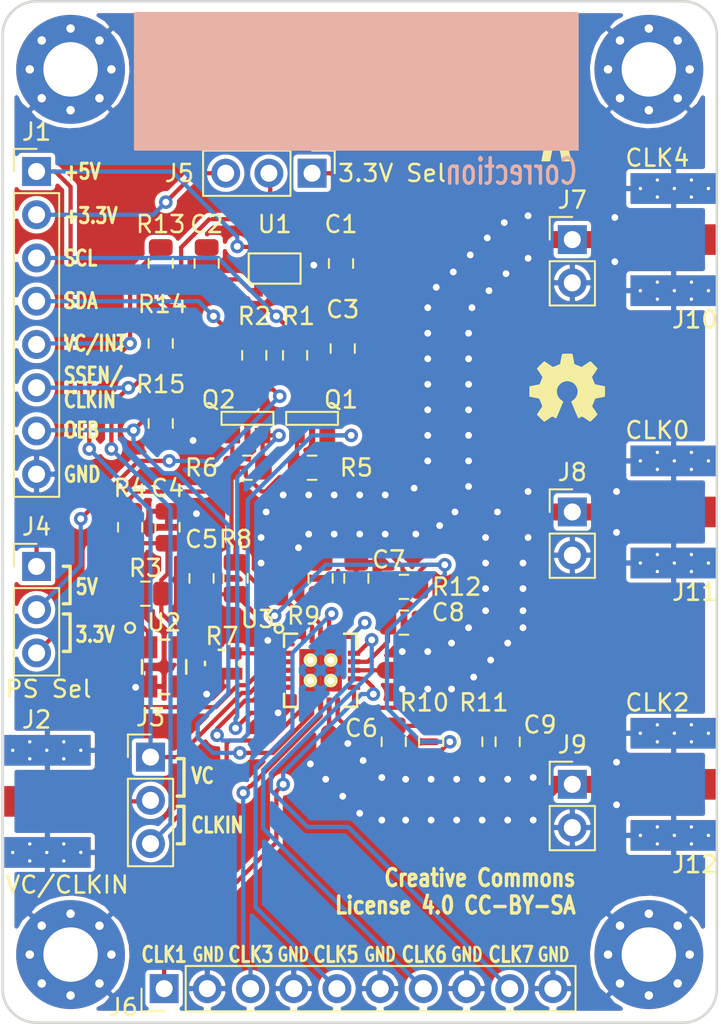
<source format=kicad_pcb>
(kicad_pcb (version 20171130) (host pcbnew 5.0.2-bee76a0~70~ubuntu18.04.1)

  (general
    (thickness 1.6)
    (drawings 55)
    (tracks 460)
    (zones 0)
    (modules 47)
    (nets 33)
  )

  (page A4)
  (layers
    (0 F.Cu signal)
    (31 B.Cu signal)
    (32 B.Adhes user)
    (33 F.Adhes user)
    (34 B.Paste user)
    (35 F.Paste user)
    (36 B.SilkS user)
    (37 F.SilkS user)
    (38 B.Mask user)
    (39 F.Mask user)
    (40 Dwgs.User user)
    (41 Cmts.User user)
    (42 Eco1.User user)
    (43 Eco2.User user)
    (44 Edge.Cuts user)
    (45 Margin user)
    (46 B.CrtYd user)
    (47 F.CrtYd user)
    (48 B.Fab user)
    (49 F.Fab user)
  )

  (setup
    (last_trace_width 0.25)
    (trace_clearance 0.2)
    (zone_clearance 0.25)
    (zone_45_only yes)
    (trace_min 0.2)
    (segment_width 0.2)
    (edge_width 0.15)
    (via_size 0.8)
    (via_drill 0.4)
    (via_min_size 0.4)
    (via_min_drill 0.3)
    (uvia_size 0.3)
    (uvia_drill 0.1)
    (uvias_allowed no)
    (uvia_min_size 0.2)
    (uvia_min_drill 0.1)
    (pcb_text_width 0.3)
    (pcb_text_size 1.5 1.5)
    (mod_edge_width 0.15)
    (mod_text_size 1 1)
    (mod_text_width 0.15)
    (pad_size 6.4 6.4)
    (pad_drill 3.2)
    (pad_to_mask_clearance 0.051)
    (solder_mask_min_width 0.25)
    (aux_axis_origin 0 0)
    (visible_elements FFFFFF7F)
    (pcbplotparams
      (layerselection 0x010fc_ffffffff)
      (usegerberextensions false)
      (usegerberattributes false)
      (usegerberadvancedattributes false)
      (creategerberjobfile false)
      (excludeedgelayer true)
      (linewidth 0.100000)
      (plotframeref false)
      (viasonmask false)
      (mode 1)
      (useauxorigin false)
      (hpglpennumber 1)
      (hpglpenspeed 20)
      (hpglpendiameter 15.000000)
      (psnegative false)
      (psa4output false)
      (plotreference true)
      (plotvalue true)
      (plotinvisibletext false)
      (padsonsilk false)
      (subtractmaskfromsilk false)
      (outputformat 1)
      (mirror false)
      (drillshape 1)
      (scaleselection 1)
      (outputdirectory ""))
  )

  (net 0 "")
  (net 1 +5V)
  (net 2 GND)
  (net 3 "Net-(C2-Pad1)")
  (net 4 "Net-(C3-Pad1)")
  (net 5 "Net-(C4-Pad1)")
  (net 6 "Net-(C5-Pad1)")
  (net 7 "Net-(C6-Pad1)")
  (net 8 "Net-(C7-Pad1)")
  (net 9 "Net-(C8-Pad1)")
  (net 10 "Net-(C9-Pad1)")
  (net 11 +3.3V)
  (net 12 "Net-(J1-Pad3)")
  (net 13 "Net-(J1-Pad4)")
  (net 14 VC_INTR)
  (net 15 SSEN_CLKIN)
  (net 16 OEB)
  (net 17 "Net-(J2-Pad1)")
  (net 18 "Net-(J4-Pad2)")
  (net 19 +3.3VREG)
  (net 20 CLK3)
  (net 21 CLK4)
  (net 22 CLK5)
  (net 23 CLK6)
  (net 24 CLK7)
  (net 25 CLK0)
  (net 26 CLK1)
  (net 27 CLK2)
  (net 28 "Net-(Q1-Pad1)")
  (net 29 "Net-(Q2-Pad1)")
  (net 30 "Net-(R3-Pad2)")
  (net 31 "Net-(R7-Pad1)")
  (net 32 "Net-(R7-Pad2)")

  (net_class Default "This is the default net class."
    (clearance 0.2)
    (trace_width 0.25)
    (via_dia 0.8)
    (via_drill 0.4)
    (uvia_dia 0.3)
    (uvia_drill 0.1)
    (add_net +3.3V)
    (add_net +3.3VREG)
    (add_net +5V)
    (add_net CLK0)
    (add_net CLK1)
    (add_net CLK2)
    (add_net CLK3)
    (add_net CLK4)
    (add_net CLK5)
    (add_net CLK6)
    (add_net CLK7)
    (add_net GND)
    (add_net "Net-(C2-Pad1)")
    (add_net "Net-(C3-Pad1)")
    (add_net "Net-(C4-Pad1)")
    (add_net "Net-(C5-Pad1)")
    (add_net "Net-(C6-Pad1)")
    (add_net "Net-(C7-Pad1)")
    (add_net "Net-(C8-Pad1)")
    (add_net "Net-(C9-Pad1)")
    (add_net "Net-(J1-Pad3)")
    (add_net "Net-(J1-Pad4)")
    (add_net "Net-(J2-Pad1)")
    (add_net "Net-(J4-Pad2)")
    (add_net "Net-(Q1-Pad1)")
    (add_net "Net-(Q2-Pad1)")
    (add_net "Net-(R3-Pad2)")
    (add_net "Net-(R7-Pad1)")
    (add_net "Net-(R7-Pad2)")
    (add_net OEB)
    (add_net SSEN_CLKIN)
    (add_net VC_INTR)
  )

  (net_class "50 Ohm" ""
    (clearance 0.2)
    (trace_width 1)
    (via_dia 0.8)
    (via_drill 0.4)
    (uvia_dia 0.3)
    (uvia_drill 0.1)
  )

  (module Resistor_SMD:R_0805_2012Metric (layer F.Cu) (tedit 5C312995) (tstamp 5C2F7851)
    (at 123.6 84.4 180)
    (descr "Resistor SMD 0805 (2012 Metric), square (rectangular) end terminal, IPC_7351 nominal, (Body size source: https://docs.google.com/spreadsheets/d/1BsfQQcO9C6DZCsRaXUlFlo91Tg2WpOkGARC1WS5S8t0/edit?usp=sharing), generated with kicad-footprint-generator")
    (tags resistor)
    (path /5C2EF9BB)
    (attr smd)
    (fp_text reference R12 (at -3.1 0) (layer F.SilkS)
      (effects (font (size 1 1) (thickness 0.15)))
    )
    (fp_text value 10 (at 0 1.65 180) (layer F.Fab) hide
      (effects (font (size 1 1) (thickness 0.15)))
    )
    (fp_line (start -1 0.6) (end -1 -0.6) (layer F.Fab) (width 0.1))
    (fp_line (start -1 -0.6) (end 1 -0.6) (layer F.Fab) (width 0.1))
    (fp_line (start 1 -0.6) (end 1 0.6) (layer F.Fab) (width 0.1))
    (fp_line (start 1 0.6) (end -1 0.6) (layer F.Fab) (width 0.1))
    (fp_line (start -0.258578 -0.71) (end 0.258578 -0.71) (layer F.SilkS) (width 0.12))
    (fp_line (start -0.258578 0.71) (end 0.258578 0.71) (layer F.SilkS) (width 0.12))
    (fp_line (start -1.68 0.95) (end -1.68 -0.95) (layer F.CrtYd) (width 0.05))
    (fp_line (start -1.68 -0.95) (end 1.68 -0.95) (layer F.CrtYd) (width 0.05))
    (fp_line (start 1.68 -0.95) (end 1.68 0.95) (layer F.CrtYd) (width 0.05))
    (fp_line (start 1.68 0.95) (end -1.68 0.95) (layer F.CrtYd) (width 0.05))
    (fp_text user %R (at 0 0 180) (layer F.Fab)
      (effects (font (size 0.5 0.5) (thickness 0.08)))
    )
    (pad 1 smd roundrect (at -0.9375 0 180) (size 0.975 1.4) (layers F.Cu F.Paste F.Mask) (roundrect_rratio 0.25)
      (net 19 +3.3VREG))
    (pad 2 smd roundrect (at 0.9375 0 180) (size 0.975 1.4) (layers F.Cu F.Paste F.Mask) (roundrect_rratio 0.25)
      (net 9 "Net-(C8-Pad1)"))
    (model ${KISYS3DMOD}/Resistor_SMD.3dshapes/R_0805_2012Metric.wrl
      (at (xyz 0 0 0))
      (scale (xyz 1 1 1))
      (rotate (xyz 0 0 0))
    )
  )

  (module Resistor_SMD:R_0805_2012Metric (layer F.Cu) (tedit 5C313A7A) (tstamp 5C2F77F2)
    (at 114.4 77.4)
    (descr "Resistor SMD 0805 (2012 Metric), square (rectangular) end terminal, IPC_7351 nominal, (Body size source: https://docs.google.com/spreadsheets/d/1BsfQQcO9C6DZCsRaXUlFlo91Tg2WpOkGARC1WS5S8t0/edit?usp=sharing), generated with kicad-footprint-generator")
    (tags resistor)
    (path /5C2D8DF2)
    (attr smd)
    (fp_text reference R6 (at -2.7 0) (layer F.SilkS)
      (effects (font (size 1 1) (thickness 0.15)))
    )
    (fp_text value 10k (at 0 1.65) (layer F.Fab) hide
      (effects (font (size 1 1) (thickness 0.15)))
    )
    (fp_text user %R (at 0 0) (layer F.Fab)
      (effects (font (size 0.5 0.5) (thickness 0.08)))
    )
    (fp_line (start 1.68 0.95) (end -1.68 0.95) (layer F.CrtYd) (width 0.05))
    (fp_line (start 1.68 -0.95) (end 1.68 0.95) (layer F.CrtYd) (width 0.05))
    (fp_line (start -1.68 -0.95) (end 1.68 -0.95) (layer F.CrtYd) (width 0.05))
    (fp_line (start -1.68 0.95) (end -1.68 -0.95) (layer F.CrtYd) (width 0.05))
    (fp_line (start -0.258578 0.71) (end 0.258578 0.71) (layer F.SilkS) (width 0.12))
    (fp_line (start -0.258578 -0.71) (end 0.258578 -0.71) (layer F.SilkS) (width 0.12))
    (fp_line (start 1 0.6) (end -1 0.6) (layer F.Fab) (width 0.1))
    (fp_line (start 1 -0.6) (end 1 0.6) (layer F.Fab) (width 0.1))
    (fp_line (start -1 -0.6) (end 1 -0.6) (layer F.Fab) (width 0.1))
    (fp_line (start -1 0.6) (end -1 -0.6) (layer F.Fab) (width 0.1))
    (pad 2 smd roundrect (at 0.9375 0) (size 0.975 1.4) (layers F.Cu F.Paste F.Mask) (roundrect_rratio 0.25)
      (net 29 "Net-(Q2-Pad1)"))
    (pad 1 smd roundrect (at -0.9375 0) (size 0.975 1.4) (layers F.Cu F.Paste F.Mask) (roundrect_rratio 0.25)
      (net 19 +3.3VREG))
    (model ${KISYS3DMOD}/Resistor_SMD.3dshapes/R_0805_2012Metric.wrl
      (at (xyz 0 0 0))
      (scale (xyz 1 1 1))
      (rotate (xyz 0 0 0))
    )
  )

  (module MountingHole:MountingHole_3.2mm_M3_Pad_Via (layer F.Cu) (tedit 5C311B0D) (tstamp 5C311F9E)
    (at 104 106)
    (descr "Mounting Hole 3.2mm, M3")
    (tags "mounting hole 3.2mm m3")
    (attr virtual)
    (fp_text reference REF** (at 0 -4.2) (layer F.SilkS) hide
      (effects (font (size 1 1) (thickness 0.15)))
    )
    (fp_text value MountingHole_3.2mm_M3_Pad_Via (at 0 4.2) (layer F.Fab) hide
      (effects (font (size 1 1) (thickness 0.15)))
    )
    (fp_text user %R (at 0.3 0) (layer F.Fab)
      (effects (font (size 1 1) (thickness 0.15)))
    )
    (fp_circle (center 0 0) (end 3.2 0) (layer Cmts.User) (width 0.15))
    (fp_circle (center 0 0) (end 3.45 0) (layer F.CrtYd) (width 0.05))
    (pad 1 thru_hole circle (at 0 0) (size 6.4 6.4) (drill 3.2) (layers *.Cu *.Mask)
      (net 2 GND))
    (pad 1 thru_hole circle (at 2.4 0) (size 0.8 0.8) (drill 0.5) (layers *.Cu *.Mask))
    (pad 1 thru_hole circle (at 1.697056 1.697056) (size 0.8 0.8) (drill 0.5) (layers *.Cu *.Mask))
    (pad 1 thru_hole circle (at 0 2.4) (size 0.8 0.8) (drill 0.5) (layers *.Cu *.Mask))
    (pad 1 thru_hole circle (at -1.697056 1.697056) (size 0.8 0.8) (drill 0.5) (layers *.Cu *.Mask))
    (pad 1 thru_hole circle (at -2.4 0) (size 0.8 0.8) (drill 0.5) (layers *.Cu *.Mask))
    (pad 1 thru_hole circle (at -1.697056 -1.697056) (size 0.8 0.8) (drill 0.5) (layers *.Cu *.Mask))
    (pad 1 thru_hole circle (at 0 -2.4) (size 0.8 0.8) (drill 0.5) (layers *.Cu *.Mask))
    (pad 1 thru_hole circle (at 1.697056 -1.697056) (size 0.8 0.8) (drill 0.5) (layers *.Cu *.Mask))
  )

  (module MountingHole:MountingHole_3.2mm_M3_Pad_Via (layer F.Cu) (tedit 5C311B0D) (tstamp 5C311F80)
    (at 138 106)
    (descr "Mounting Hole 3.2mm, M3")
    (tags "mounting hole 3.2mm m3")
    (attr virtual)
    (fp_text reference REF** (at 0 -4.2) (layer F.SilkS) hide
      (effects (font (size 1 1) (thickness 0.15)))
    )
    (fp_text value MountingHole_3.2mm_M3_Pad_Via (at 0 4.2) (layer F.Fab) hide
      (effects (font (size 1 1) (thickness 0.15)))
    )
    (fp_circle (center 0 0) (end 3.45 0) (layer F.CrtYd) (width 0.05))
    (fp_circle (center 0 0) (end 3.2 0) (layer Cmts.User) (width 0.15))
    (fp_text user %R (at 0.3 0) (layer F.Fab)
      (effects (font (size 1 1) (thickness 0.15)))
    )
    (pad 1 thru_hole circle (at 1.697056 -1.697056) (size 0.8 0.8) (drill 0.5) (layers *.Cu *.Mask))
    (pad 1 thru_hole circle (at 0 -2.4) (size 0.8 0.8) (drill 0.5) (layers *.Cu *.Mask))
    (pad 1 thru_hole circle (at -1.697056 -1.697056) (size 0.8 0.8) (drill 0.5) (layers *.Cu *.Mask))
    (pad 1 thru_hole circle (at -2.4 0) (size 0.8 0.8) (drill 0.5) (layers *.Cu *.Mask))
    (pad 1 thru_hole circle (at -1.697056 1.697056) (size 0.8 0.8) (drill 0.5) (layers *.Cu *.Mask))
    (pad 1 thru_hole circle (at 0 2.4) (size 0.8 0.8) (drill 0.5) (layers *.Cu *.Mask))
    (pad 1 thru_hole circle (at 1.697056 1.697056) (size 0.8 0.8) (drill 0.5) (layers *.Cu *.Mask))
    (pad 1 thru_hole circle (at 2.4 0) (size 0.8 0.8) (drill 0.5) (layers *.Cu *.Mask))
    (pad 1 thru_hole circle (at 0 0) (size 6.4 6.4) (drill 3.2) (layers *.Cu *.Mask)
      (net 2 GND))
  )

  (module MountingHole:MountingHole_3.2mm_M3_Pad_Via (layer F.Cu) (tedit 5C311B0D) (tstamp 5C311F62)
    (at 138 54)
    (descr "Mounting Hole 3.2mm, M3")
    (tags "mounting hole 3.2mm m3")
    (attr virtual)
    (fp_text reference REF** (at 0 -4.2) (layer F.SilkS) hide
      (effects (font (size 1 1) (thickness 0.15)))
    )
    (fp_text value MountingHole_3.2mm_M3_Pad_Via (at 0 4.2) (layer F.Fab) hide
      (effects (font (size 1 1) (thickness 0.15)))
    )
    (fp_text user %R (at 0.3 0) (layer F.Fab)
      (effects (font (size 1 1) (thickness 0.15)))
    )
    (fp_circle (center 0 0) (end 3.2 0) (layer Cmts.User) (width 0.15))
    (fp_circle (center 0 0) (end 3.45 0) (layer F.CrtYd) (width 0.05))
    (pad 1 thru_hole circle (at 0 0) (size 6.4 6.4) (drill 3.2) (layers *.Cu *.Mask)
      (net 2 GND))
    (pad 1 thru_hole circle (at 2.4 0) (size 0.8 0.8) (drill 0.5) (layers *.Cu *.Mask))
    (pad 1 thru_hole circle (at 1.697056 1.697056) (size 0.8 0.8) (drill 0.5) (layers *.Cu *.Mask))
    (pad 1 thru_hole circle (at 0 2.4) (size 0.8 0.8) (drill 0.5) (layers *.Cu *.Mask))
    (pad 1 thru_hole circle (at -1.697056 1.697056) (size 0.8 0.8) (drill 0.5) (layers *.Cu *.Mask))
    (pad 1 thru_hole circle (at -2.4 0) (size 0.8 0.8) (drill 0.5) (layers *.Cu *.Mask))
    (pad 1 thru_hole circle (at -1.697056 -1.697056) (size 0.8 0.8) (drill 0.5) (layers *.Cu *.Mask))
    (pad 1 thru_hole circle (at 0 -2.4) (size 0.8 0.8) (drill 0.5) (layers *.Cu *.Mask))
    (pad 1 thru_hole circle (at 1.697056 -1.697056) (size 0.8 0.8) (drill 0.5) (layers *.Cu *.Mask))
  )

  (module Capacitor_SMD:C_0805_2012Metric (layer F.Cu) (tedit 5C31240A) (tstamp 5C313788)
    (at 119.9 65.4 270)
    (descr "Capacitor SMD 0805 (2012 Metric), square (rectangular) end terminal, IPC_7351 nominal, (Body size source: https://docs.google.com/spreadsheets/d/1BsfQQcO9C6DZCsRaXUlFlo91Tg2WpOkGARC1WS5S8t0/edit?usp=sharing), generated with kicad-footprint-generator")
    (tags capacitor)
    (path /5C2D3924)
    (attr smd)
    (fp_text reference C1 (at -2.3 0) (layer F.SilkS)
      (effects (font (size 1 1) (thickness 0.15)))
    )
    (fp_text value 4.7u (at 0 1.65 270) (layer F.Fab) hide
      (effects (font (size 1 1) (thickness 0.15)))
    )
    (fp_line (start -1 0.6) (end -1 -0.6) (layer F.Fab) (width 0.1))
    (fp_line (start -1 -0.6) (end 1 -0.6) (layer F.Fab) (width 0.1))
    (fp_line (start 1 -0.6) (end 1 0.6) (layer F.Fab) (width 0.1))
    (fp_line (start 1 0.6) (end -1 0.6) (layer F.Fab) (width 0.1))
    (fp_line (start -0.258578 -0.71) (end 0.258578 -0.71) (layer F.SilkS) (width 0.12))
    (fp_line (start -0.258578 0.71) (end 0.258578 0.71) (layer F.SilkS) (width 0.12))
    (fp_line (start -1.68 0.95) (end -1.68 -0.95) (layer F.CrtYd) (width 0.05))
    (fp_line (start -1.68 -0.95) (end 1.68 -0.95) (layer F.CrtYd) (width 0.05))
    (fp_line (start 1.68 -0.95) (end 1.68 0.95) (layer F.CrtYd) (width 0.05))
    (fp_line (start 1.68 0.95) (end -1.68 0.95) (layer F.CrtYd) (width 0.05))
    (fp_text user %R (at 0 0 270) (layer F.Fab)
      (effects (font (size 0.5 0.5) (thickness 0.08)))
    )
    (pad 1 smd roundrect (at -0.9375 0 270) (size 0.975 1.4) (layers F.Cu F.Paste F.Mask) (roundrect_rratio 0.25)
      (net 1 +5V))
    (pad 2 smd roundrect (at 0.9375 0 270) (size 0.975 1.4) (layers F.Cu F.Paste F.Mask) (roundrect_rratio 0.25)
      (net 2 GND))
    (model ${KISYS3DMOD}/Capacitor_SMD.3dshapes/C_0805_2012Metric.wrl
      (at (xyz 0 0 0))
      (scale (xyz 1 1 1))
      (rotate (xyz 0 0 0))
    )
  )

  (module Capacitor_SMD:C_0805_2012Metric (layer F.Cu) (tedit 5C312441) (tstamp 5C2F75DF)
    (at 112 65.4 90)
    (descr "Capacitor SMD 0805 (2012 Metric), square (rectangular) end terminal, IPC_7351 nominal, (Body size source: https://docs.google.com/spreadsheets/d/1BsfQQcO9C6DZCsRaXUlFlo91Tg2WpOkGARC1WS5S8t0/edit?usp=sharing), generated with kicad-footprint-generator")
    (tags capacitor)
    (path /5C2D3AD8)
    (attr smd)
    (fp_text reference C2 (at 2.3 0 180) (layer F.SilkS)
      (effects (font (size 1 1) (thickness 0.15)))
    )
    (fp_text value 100n (at 0 1.65 90) (layer F.Fab) hide
      (effects (font (size 1 1) (thickness 0.15)))
    )
    (fp_text user %R (at 0 0 90) (layer F.Fab)
      (effects (font (size 0.5 0.5) (thickness 0.08)))
    )
    (fp_line (start 1.68 0.95) (end -1.68 0.95) (layer F.CrtYd) (width 0.05))
    (fp_line (start 1.68 -0.95) (end 1.68 0.95) (layer F.CrtYd) (width 0.05))
    (fp_line (start -1.68 -0.95) (end 1.68 -0.95) (layer F.CrtYd) (width 0.05))
    (fp_line (start -1.68 0.95) (end -1.68 -0.95) (layer F.CrtYd) (width 0.05))
    (fp_line (start -0.258578 0.71) (end 0.258578 0.71) (layer F.SilkS) (width 0.12))
    (fp_line (start -0.258578 -0.71) (end 0.258578 -0.71) (layer F.SilkS) (width 0.12))
    (fp_line (start 1 0.6) (end -1 0.6) (layer F.Fab) (width 0.1))
    (fp_line (start 1 -0.6) (end 1 0.6) (layer F.Fab) (width 0.1))
    (fp_line (start -1 -0.6) (end 1 -0.6) (layer F.Fab) (width 0.1))
    (fp_line (start -1 0.6) (end -1 -0.6) (layer F.Fab) (width 0.1))
    (pad 2 smd roundrect (at 0.9375 0 90) (size 0.975 1.4) (layers F.Cu F.Paste F.Mask) (roundrect_rratio 0.25)
      (net 2 GND))
    (pad 1 smd roundrect (at -0.9375 0 90) (size 0.975 1.4) (layers F.Cu F.Paste F.Mask) (roundrect_rratio 0.25)
      (net 3 "Net-(C2-Pad1)"))
    (model ${KISYS3DMOD}/Capacitor_SMD.3dshapes/C_0805_2012Metric.wrl
      (at (xyz 0 0 0))
      (scale (xyz 1 1 1))
      (rotate (xyz 0 0 0))
    )
  )

  (module Capacitor_SMD:C_0805_2012Metric (layer F.Cu) (tedit 5C312488) (tstamp 5C3137DA)
    (at 120 70.4 270)
    (descr "Capacitor SMD 0805 (2012 Metric), square (rectangular) end terminal, IPC_7351 nominal, (Body size source: https://docs.google.com/spreadsheets/d/1BsfQQcO9C6DZCsRaXUlFlo91Tg2WpOkGARC1WS5S8t0/edit?usp=sharing), generated with kicad-footprint-generator")
    (tags capacitor)
    (path /5C2D3B5A)
    (attr smd)
    (fp_text reference C3 (at -2.3 0) (layer F.SilkS)
      (effects (font (size 1 1) (thickness 0.15)))
    )
    (fp_text value 4.7u (at 0 1.65 270) (layer F.Fab) hide
      (effects (font (size 1 1) (thickness 0.15)))
    )
    (fp_text user %R (at 0 0 270) (layer F.Fab)
      (effects (font (size 0.5 0.5) (thickness 0.08)))
    )
    (fp_line (start 1.68 0.95) (end -1.68 0.95) (layer F.CrtYd) (width 0.05))
    (fp_line (start 1.68 -0.95) (end 1.68 0.95) (layer F.CrtYd) (width 0.05))
    (fp_line (start -1.68 -0.95) (end 1.68 -0.95) (layer F.CrtYd) (width 0.05))
    (fp_line (start -1.68 0.95) (end -1.68 -0.95) (layer F.CrtYd) (width 0.05))
    (fp_line (start -0.258578 0.71) (end 0.258578 0.71) (layer F.SilkS) (width 0.12))
    (fp_line (start -0.258578 -0.71) (end 0.258578 -0.71) (layer F.SilkS) (width 0.12))
    (fp_line (start 1 0.6) (end -1 0.6) (layer F.Fab) (width 0.1))
    (fp_line (start 1 -0.6) (end 1 0.6) (layer F.Fab) (width 0.1))
    (fp_line (start -1 -0.6) (end 1 -0.6) (layer F.Fab) (width 0.1))
    (fp_line (start -1 0.6) (end -1 -0.6) (layer F.Fab) (width 0.1))
    (pad 2 smd roundrect (at 0.9375 0 270) (size 0.975 1.4) (layers F.Cu F.Paste F.Mask) (roundrect_rratio 0.25)
      (net 2 GND))
    (pad 1 smd roundrect (at -0.9375 0 270) (size 0.975 1.4) (layers F.Cu F.Paste F.Mask) (roundrect_rratio 0.25)
      (net 4 "Net-(C3-Pad1)"))
    (model ${KISYS3DMOD}/Capacitor_SMD.3dshapes/C_0805_2012Metric.wrl
      (at (xyz 0 0 0))
      (scale (xyz 1 1 1))
      (rotate (xyz 0 0 0))
    )
  )

  (module Capacitor_SMD:C_0805_2012Metric (layer F.Cu) (tedit 5C312C23) (tstamp 5C2F7601)
    (at 109.7 80.9 90)
    (descr "Capacitor SMD 0805 (2012 Metric), square (rectangular) end terminal, IPC_7351 nominal, (Body size source: https://docs.google.com/spreadsheets/d/1BsfQQcO9C6DZCsRaXUlFlo91Tg2WpOkGARC1WS5S8t0/edit?usp=sharing), generated with kicad-footprint-generator")
    (tags capacitor)
    (path /5C2D58E4)
    (attr smd)
    (fp_text reference C4 (at 2.3 0 180) (layer F.SilkS)
      (effects (font (size 1 1) (thickness 0.15)))
    )
    (fp_text value 100n (at 0 1.65 90) (layer F.Fab) hide
      (effects (font (size 1 1) (thickness 0.15)))
    )
    (fp_line (start -1 0.6) (end -1 -0.6) (layer F.Fab) (width 0.1))
    (fp_line (start -1 -0.6) (end 1 -0.6) (layer F.Fab) (width 0.1))
    (fp_line (start 1 -0.6) (end 1 0.6) (layer F.Fab) (width 0.1))
    (fp_line (start 1 0.6) (end -1 0.6) (layer F.Fab) (width 0.1))
    (fp_line (start -0.258578 -0.71) (end 0.258578 -0.71) (layer F.SilkS) (width 0.12))
    (fp_line (start -0.258578 0.71) (end 0.258578 0.71) (layer F.SilkS) (width 0.12))
    (fp_line (start -1.68 0.95) (end -1.68 -0.95) (layer F.CrtYd) (width 0.05))
    (fp_line (start -1.68 -0.95) (end 1.68 -0.95) (layer F.CrtYd) (width 0.05))
    (fp_line (start 1.68 -0.95) (end 1.68 0.95) (layer F.CrtYd) (width 0.05))
    (fp_line (start 1.68 0.95) (end -1.68 0.95) (layer F.CrtYd) (width 0.05))
    (fp_text user %R (at 0 0 90) (layer F.Fab)
      (effects (font (size 0.5 0.5) (thickness 0.08)))
    )
    (pad 1 smd roundrect (at -0.9375 0 90) (size 0.975 1.4) (layers F.Cu F.Paste F.Mask) (roundrect_rratio 0.25)
      (net 5 "Net-(C4-Pad1)"))
    (pad 2 smd roundrect (at 0.9375 0 90) (size 0.975 1.4) (layers F.Cu F.Paste F.Mask) (roundrect_rratio 0.25)
      (net 2 GND))
    (model ${KISYS3DMOD}/Capacitor_SMD.3dshapes/C_0805_2012Metric.wrl
      (at (xyz 0 0 0))
      (scale (xyz 1 1 1))
      (rotate (xyz 0 0 0))
    )
  )

  (module Capacitor_SMD:C_0805_2012Metric (layer F.Cu) (tedit 5C31282B) (tstamp 5C2F7612)
    (at 111.7 83.9 90)
    (descr "Capacitor SMD 0805 (2012 Metric), square (rectangular) end terminal, IPC_7351 nominal, (Body size source: https://docs.google.com/spreadsheets/d/1BsfQQcO9C6DZCsRaXUlFlo91Tg2WpOkGARC1WS5S8t0/edit?usp=sharing), generated with kicad-footprint-generator")
    (tags capacitor)
    (path /5C2C06A3)
    (attr smd)
    (fp_text reference C5 (at 2.3 0 180) (layer F.SilkS)
      (effects (font (size 1 1) (thickness 0.15)))
    )
    (fp_text value 100n (at 0 1.65 90) (layer F.Fab) hide
      (effects (font (size 1 1) (thickness 0.15)))
    )
    (fp_line (start -1 0.6) (end -1 -0.6) (layer F.Fab) (width 0.1))
    (fp_line (start -1 -0.6) (end 1 -0.6) (layer F.Fab) (width 0.1))
    (fp_line (start 1 -0.6) (end 1 0.6) (layer F.Fab) (width 0.1))
    (fp_line (start 1 0.6) (end -1 0.6) (layer F.Fab) (width 0.1))
    (fp_line (start -0.258578 -0.71) (end 0.258578 -0.71) (layer F.SilkS) (width 0.12))
    (fp_line (start -0.258578 0.71) (end 0.258578 0.71) (layer F.SilkS) (width 0.12))
    (fp_line (start -1.68 0.95) (end -1.68 -0.95) (layer F.CrtYd) (width 0.05))
    (fp_line (start -1.68 -0.95) (end 1.68 -0.95) (layer F.CrtYd) (width 0.05))
    (fp_line (start 1.68 -0.95) (end 1.68 0.95) (layer F.CrtYd) (width 0.05))
    (fp_line (start 1.68 0.95) (end -1.68 0.95) (layer F.CrtYd) (width 0.05))
    (fp_text user %R (at 0 0 90) (layer F.Fab)
      (effects (font (size 0.5 0.5) (thickness 0.08)))
    )
    (pad 1 smd roundrect (at -0.9375 0 90) (size 0.975 1.4) (layers F.Cu F.Paste F.Mask) (roundrect_rratio 0.25)
      (net 6 "Net-(C5-Pad1)"))
    (pad 2 smd roundrect (at 0.9375 0 90) (size 0.975 1.4) (layers F.Cu F.Paste F.Mask) (roundrect_rratio 0.25)
      (net 2 GND))
    (model ${KISYS3DMOD}/Capacitor_SMD.3dshapes/C_0805_2012Metric.wrl
      (at (xyz 0 0 0))
      (scale (xyz 1 1 1))
      (rotate (xyz 0 0 0))
    )
  )

  (module Capacitor_SMD:C_0805_2012Metric (layer F.Cu) (tedit 5C313B6B) (tstamp 5C2F7623)
    (at 123 93.5 270)
    (descr "Capacitor SMD 0805 (2012 Metric), square (rectangular) end terminal, IPC_7351 nominal, (Body size source: https://docs.google.com/spreadsheets/d/1BsfQQcO9C6DZCsRaXUlFlo91Tg2WpOkGARC1WS5S8t0/edit?usp=sharing), generated with kicad-footprint-generator")
    (tags capacitor)
    (path /5C2F097B)
    (attr smd)
    (fp_text reference C6 (at -0.8 1.9) (layer F.SilkS)
      (effects (font (size 1 1) (thickness 0.15)))
    )
    (fp_text value 100n (at 0 1.65 270) (layer F.Fab) hide
      (effects (font (size 1 1) (thickness 0.15)))
    )
    (fp_text user %R (at 0 0 270) (layer F.Fab)
      (effects (font (size 0.5 0.5) (thickness 0.08)))
    )
    (fp_line (start 1.68 0.95) (end -1.68 0.95) (layer F.CrtYd) (width 0.05))
    (fp_line (start 1.68 -0.95) (end 1.68 0.95) (layer F.CrtYd) (width 0.05))
    (fp_line (start -1.68 -0.95) (end 1.68 -0.95) (layer F.CrtYd) (width 0.05))
    (fp_line (start -1.68 0.95) (end -1.68 -0.95) (layer F.CrtYd) (width 0.05))
    (fp_line (start -0.258578 0.71) (end 0.258578 0.71) (layer F.SilkS) (width 0.12))
    (fp_line (start -0.258578 -0.71) (end 0.258578 -0.71) (layer F.SilkS) (width 0.12))
    (fp_line (start 1 0.6) (end -1 0.6) (layer F.Fab) (width 0.1))
    (fp_line (start 1 -0.6) (end 1 0.6) (layer F.Fab) (width 0.1))
    (fp_line (start -1 -0.6) (end 1 -0.6) (layer F.Fab) (width 0.1))
    (fp_line (start -1 0.6) (end -1 -0.6) (layer F.Fab) (width 0.1))
    (pad 2 smd roundrect (at 0.9375 0 270) (size 0.975 1.4) (layers F.Cu F.Paste F.Mask) (roundrect_rratio 0.25)
      (net 2 GND))
    (pad 1 smd roundrect (at -0.9375 0 270) (size 0.975 1.4) (layers F.Cu F.Paste F.Mask) (roundrect_rratio 0.25)
      (net 7 "Net-(C6-Pad1)"))
    (model ${KISYS3DMOD}/Capacitor_SMD.3dshapes/C_0805_2012Metric.wrl
      (at (xyz 0 0 0))
      (scale (xyz 1 1 1))
      (rotate (xyz 0 0 0))
    )
  )

  (module Capacitor_SMD:C_0805_2012Metric (layer F.Cu) (tedit 5C3128CF) (tstamp 5C2F7634)
    (at 120.8 83.9 90)
    (descr "Capacitor SMD 0805 (2012 Metric), square (rectangular) end terminal, IPC_7351 nominal, (Body size source: https://docs.google.com/spreadsheets/d/1BsfQQcO9C6DZCsRaXUlFlo91Tg2WpOkGARC1WS5S8t0/edit?usp=sharing), generated with kicad-footprint-generator")
    (tags capacitor)
    (path /5C2EE83E)
    (attr smd)
    (fp_text reference C7 (at 1.1 1.9 180) (layer F.SilkS)
      (effects (font (size 1 1) (thickness 0.15)))
    )
    (fp_text value 100n (at 0 1.65 90) (layer F.Fab) hide
      (effects (font (size 1 1) (thickness 0.15)))
    )
    (fp_line (start -1 0.6) (end -1 -0.6) (layer F.Fab) (width 0.1))
    (fp_line (start -1 -0.6) (end 1 -0.6) (layer F.Fab) (width 0.1))
    (fp_line (start 1 -0.6) (end 1 0.6) (layer F.Fab) (width 0.1))
    (fp_line (start 1 0.6) (end -1 0.6) (layer F.Fab) (width 0.1))
    (fp_line (start -0.258578 -0.71) (end 0.258578 -0.71) (layer F.SilkS) (width 0.12))
    (fp_line (start -0.258578 0.71) (end 0.258578 0.71) (layer F.SilkS) (width 0.12))
    (fp_line (start -1.68 0.95) (end -1.68 -0.95) (layer F.CrtYd) (width 0.05))
    (fp_line (start -1.68 -0.95) (end 1.68 -0.95) (layer F.CrtYd) (width 0.05))
    (fp_line (start 1.68 -0.95) (end 1.68 0.95) (layer F.CrtYd) (width 0.05))
    (fp_line (start 1.68 0.95) (end -1.68 0.95) (layer F.CrtYd) (width 0.05))
    (fp_text user %R (at 0 0 90) (layer F.Fab)
      (effects (font (size 0.5 0.5) (thickness 0.08)))
    )
    (pad 1 smd roundrect (at -0.9375 0 90) (size 0.975 1.4) (layers F.Cu F.Paste F.Mask) (roundrect_rratio 0.25)
      (net 8 "Net-(C7-Pad1)"))
    (pad 2 smd roundrect (at 0.9375 0 90) (size 0.975 1.4) (layers F.Cu F.Paste F.Mask) (roundrect_rratio 0.25)
      (net 2 GND))
    (model ${KISYS3DMOD}/Capacitor_SMD.3dshapes/C_0805_2012Metric.wrl
      (at (xyz 0 0 0))
      (scale (xyz 1 1 1))
      (rotate (xyz 0 0 0))
    )
  )

  (module Capacitor_SMD:C_0805_2012Metric (layer F.Cu) (tedit 5C3129A0) (tstamp 5C2F7645)
    (at 123.6 86.5)
    (descr "Capacitor SMD 0805 (2012 Metric), square (rectangular) end terminal, IPC_7351 nominal, (Body size source: https://docs.google.com/spreadsheets/d/1BsfQQcO9C6DZCsRaXUlFlo91Tg2WpOkGARC1WS5S8t0/edit?usp=sharing), generated with kicad-footprint-generator")
    (tags capacitor)
    (path /5C2F005D)
    (attr smd)
    (fp_text reference C8 (at 2.6 -0.6 180) (layer F.SilkS)
      (effects (font (size 1 1) (thickness 0.15)))
    )
    (fp_text value 100n (at 0 1.65) (layer F.Fab) hide
      (effects (font (size 1 1) (thickness 0.15)))
    )
    (fp_text user %R (at 0 0) (layer F.Fab)
      (effects (font (size 0.5 0.5) (thickness 0.08)))
    )
    (fp_line (start 1.68 0.95) (end -1.68 0.95) (layer F.CrtYd) (width 0.05))
    (fp_line (start 1.68 -0.95) (end 1.68 0.95) (layer F.CrtYd) (width 0.05))
    (fp_line (start -1.68 -0.95) (end 1.68 -0.95) (layer F.CrtYd) (width 0.05))
    (fp_line (start -1.68 0.95) (end -1.68 -0.95) (layer F.CrtYd) (width 0.05))
    (fp_line (start -0.258578 0.71) (end 0.258578 0.71) (layer F.SilkS) (width 0.12))
    (fp_line (start -0.258578 -0.71) (end 0.258578 -0.71) (layer F.SilkS) (width 0.12))
    (fp_line (start 1 0.6) (end -1 0.6) (layer F.Fab) (width 0.1))
    (fp_line (start 1 -0.6) (end 1 0.6) (layer F.Fab) (width 0.1))
    (fp_line (start -1 -0.6) (end 1 -0.6) (layer F.Fab) (width 0.1))
    (fp_line (start -1 0.6) (end -1 -0.6) (layer F.Fab) (width 0.1))
    (pad 2 smd roundrect (at 0.9375 0) (size 0.975 1.4) (layers F.Cu F.Paste F.Mask) (roundrect_rratio 0.25)
      (net 2 GND))
    (pad 1 smd roundrect (at -0.9375 0) (size 0.975 1.4) (layers F.Cu F.Paste F.Mask) (roundrect_rratio 0.25)
      (net 9 "Net-(C8-Pad1)"))
    (model ${KISYS3DMOD}/Capacitor_SMD.3dshapes/C_0805_2012Metric.wrl
      (at (xyz 0 0 0))
      (scale (xyz 1 1 1))
      (rotate (xyz 0 0 0))
    )
  )

  (module Capacitor_SMD:C_0805_2012Metric (layer F.Cu) (tedit 5C312A78) (tstamp 5C2F7656)
    (at 129.7 93.5 270)
    (descr "Capacitor SMD 0805 (2012 Metric), square (rectangular) end terminal, IPC_7351 nominal, (Body size source: https://docs.google.com/spreadsheets/d/1BsfQQcO9C6DZCsRaXUlFlo91Tg2WpOkGARC1WS5S8t0/edit?usp=sharing), generated with kicad-footprint-generator")
    (tags capacitor)
    (path /5C2F058D)
    (attr smd)
    (fp_text reference C9 (at -1 -1.9) (layer F.SilkS)
      (effects (font (size 1 1) (thickness 0.15)))
    )
    (fp_text value 100n (at 0 1.65 270) (layer F.Fab) hide
      (effects (font (size 1 1) (thickness 0.15)))
    )
    (fp_line (start -1 0.6) (end -1 -0.6) (layer F.Fab) (width 0.1))
    (fp_line (start -1 -0.6) (end 1 -0.6) (layer F.Fab) (width 0.1))
    (fp_line (start 1 -0.6) (end 1 0.6) (layer F.Fab) (width 0.1))
    (fp_line (start 1 0.6) (end -1 0.6) (layer F.Fab) (width 0.1))
    (fp_line (start -0.258578 -0.71) (end 0.258578 -0.71) (layer F.SilkS) (width 0.12))
    (fp_line (start -0.258578 0.71) (end 0.258578 0.71) (layer F.SilkS) (width 0.12))
    (fp_line (start -1.68 0.95) (end -1.68 -0.95) (layer F.CrtYd) (width 0.05))
    (fp_line (start -1.68 -0.95) (end 1.68 -0.95) (layer F.CrtYd) (width 0.05))
    (fp_line (start 1.68 -0.95) (end 1.68 0.95) (layer F.CrtYd) (width 0.05))
    (fp_line (start 1.68 0.95) (end -1.68 0.95) (layer F.CrtYd) (width 0.05))
    (fp_text user %R (at 0 0 270) (layer F.Fab)
      (effects (font (size 0.5 0.5) (thickness 0.08)))
    )
    (pad 1 smd roundrect (at -0.9375 0 270) (size 0.975 1.4) (layers F.Cu F.Paste F.Mask) (roundrect_rratio 0.25)
      (net 10 "Net-(C9-Pad1)"))
    (pad 2 smd roundrect (at 0.9375 0 270) (size 0.975 1.4) (layers F.Cu F.Paste F.Mask) (roundrect_rratio 0.25)
      (net 2 GND))
    (model ${KISYS3DMOD}/Capacitor_SMD.3dshapes/C_0805_2012Metric.wrl
      (at (xyz 0 0 0))
      (scale (xyz 1 1 1))
      (rotate (xyz 0 0 0))
    )
  )

  (module Connector_PinHeader_2.54mm:PinHeader_1x08_P2.54mm_Vertical (layer F.Cu) (tedit 5C311BFD) (tstamp 5C2F7672)
    (at 102 60)
    (descr "Through hole straight pin header, 1x08, 2.54mm pitch, single row")
    (tags "Through hole pin header THT 1x08 2.54mm single row")
    (path /5C2DA12E)
    (fp_text reference J1 (at 0 -2.33) (layer F.SilkS)
      (effects (font (size 1 1) (thickness 0.15)))
    )
    (fp_text value Power/IO (at 0 20.11) (layer F.Fab) hide
      (effects (font (size 1 1) (thickness 0.15)))
    )
    (fp_line (start -0.635 -1.27) (end 1.27 -1.27) (layer F.Fab) (width 0.1))
    (fp_line (start 1.27 -1.27) (end 1.27 19.05) (layer F.Fab) (width 0.1))
    (fp_line (start 1.27 19.05) (end -1.27 19.05) (layer F.Fab) (width 0.1))
    (fp_line (start -1.27 19.05) (end -1.27 -0.635) (layer F.Fab) (width 0.1))
    (fp_line (start -1.27 -0.635) (end -0.635 -1.27) (layer F.Fab) (width 0.1))
    (fp_line (start -1.33 19.11) (end 1.33 19.11) (layer F.SilkS) (width 0.12))
    (fp_line (start -1.33 1.27) (end -1.33 19.11) (layer F.SilkS) (width 0.12))
    (fp_line (start 1.33 1.27) (end 1.33 19.11) (layer F.SilkS) (width 0.12))
    (fp_line (start -1.33 1.27) (end 1.33 1.27) (layer F.SilkS) (width 0.12))
    (fp_line (start -1.33 0) (end -1.33 -1.33) (layer F.SilkS) (width 0.12))
    (fp_line (start -1.33 -1.33) (end 0 -1.33) (layer F.SilkS) (width 0.12))
    (fp_line (start -1.8 -1.8) (end -1.8 19.55) (layer F.CrtYd) (width 0.05))
    (fp_line (start -1.8 19.55) (end 1.8 19.55) (layer F.CrtYd) (width 0.05))
    (fp_line (start 1.8 19.55) (end 1.8 -1.8) (layer F.CrtYd) (width 0.05))
    (fp_line (start 1.8 -1.8) (end -1.8 -1.8) (layer F.CrtYd) (width 0.05))
    (fp_text user %R (at 0 8.89 90) (layer F.Fab)
      (effects (font (size 1 1) (thickness 0.15)))
    )
    (pad 1 thru_hole rect (at 0 0) (size 1.7 1.7) (drill 1) (layers *.Cu *.Mask)
      (net 1 +5V))
    (pad 2 thru_hole oval (at 0 2.54) (size 1.7 1.7) (drill 1) (layers *.Cu *.Mask)
      (net 11 +3.3V))
    (pad 3 thru_hole oval (at 0 5.08) (size 1.7 1.7) (drill 1) (layers *.Cu *.Mask)
      (net 12 "Net-(J1-Pad3)"))
    (pad 4 thru_hole oval (at 0 7.62) (size 1.7 1.7) (drill 1) (layers *.Cu *.Mask)
      (net 13 "Net-(J1-Pad4)"))
    (pad 5 thru_hole oval (at 0 10.16) (size 1.7 1.7) (drill 1) (layers *.Cu *.Mask)
      (net 14 VC_INTR))
    (pad 6 thru_hole oval (at 0 12.7) (size 1.7 1.7) (drill 1) (layers *.Cu *.Mask)
      (net 15 SSEN_CLKIN))
    (pad 7 thru_hole oval (at 0 15.24) (size 1.7 1.7) (drill 1) (layers *.Cu *.Mask)
      (net 16 OEB))
    (pad 8 thru_hole oval (at 0 17.78) (size 1.7 1.7) (drill 1) (layers *.Cu *.Mask)
      (net 2 GND))
    (model ${KISYS3DMOD}/Connector_PinHeader_2.54mm.3dshapes/PinHeader_1x08_P2.54mm_Vertical.wrl
      (at (xyz 0 0 0))
      (scale (xyz 1 1 1))
      (rotate (xyz 0 0 0))
    )
  )

  (module EtherkitKicadLibrary:SMA-ENDLAUNCH (layer F.Cu) (tedit 5C3167CE) (tstamp 5C2F7689)
    (at 100.1 97 270)
    (path /5C2E665B)
    (fp_text reference J2 (at -4.8 -1.9) (layer F.SilkS)
      (effects (font (size 1 1) (thickness 0.15)))
    )
    (fp_text value VC/CLKIN (at 4.9 -3.7) (layer F.SilkS)
      (effects (font (size 1 1) (thickness 0.15)))
    )
    (pad 1 smd rect (at 0 -2.54 270) (size 1.8 5.08) (layers F.Cu F.Mask)
      (net 17 "Net-(J2-Pad1)"))
    (pad 2 smd rect (at 3 -2.54 270) (size 1.8 5.08) (layers B.Cu B.Mask)
      (net 2 GND))
    (pad 2 smd rect (at -3 -2.54 270) (size 1.8 5.08) (layers F.Cu F.Mask)
      (net 2 GND))
    (pad 2 thru_hole circle (at 3 -0.5 270) (size 0.3 0.3) (drill 0.2) (layers *.Cu *.Mask)
      (net 2 GND) (zone_connect 2))
    (pad 2 thru_hole circle (at 3 -4.5 270) (size 0.3 0.3) (drill 0.2) (layers *.Cu *.Mask)
      (net 2 GND) (zone_connect 2))
    (pad 2 thru_hole circle (at 2.5 -3.5 270) (size 0.3 0.3) (drill 0.2) (layers *.Cu *.Mask)
      (net 2 GND) (zone_connect 2))
    (pad 2 thru_hole circle (at 3.5 -3.5 270) (size 0.3 0.3) (drill 0.2) (layers *.Cu *.Mask)
      (net 2 GND) (zone_connect 2))
    (pad 2 thru_hole circle (at 3 -2.5 270) (size 0.3 0.3) (drill 0.2) (layers *.Cu *.Mask)
      (net 2 GND) (zone_connect 2))
    (pad 2 thru_hole circle (at 2.5 -1.5 270) (size 0.3 0.3) (drill 0.2) (layers *.Cu *.Mask)
      (net 2 GND) (zone_connect 2))
    (pad 2 thru_hole circle (at 3.5 -1.5 270) (size 0.3 0.3) (drill 0.2) (layers *.Cu *.Mask)
      (net 2 GND) (zone_connect 2))
    (pad 2 thru_hole circle (at -3 -0.5 270) (size 0.3 0.3) (drill 0.2) (layers *.Cu *.Mask)
      (net 2 GND) (zone_connect 2))
    (pad 2 thru_hole circle (at -3 -4.5 270) (size 0.3 0.3) (drill 0.2) (layers *.Cu *.Mask)
      (net 2 GND) (zone_connect 2))
    (pad 2 thru_hole circle (at -3.5 -3.5 270) (size 0.3 0.3) (drill 0.2) (layers *.Cu *.Mask)
      (net 2 GND) (zone_connect 2))
    (pad 2 thru_hole circle (at -2.5 -3.5 270) (size 0.3 0.3) (drill 0.2) (layers *.Cu *.Mask)
      (net 2 GND) (zone_connect 2))
    (pad 2 thru_hole circle (at -3 -2.5 270) (size 0.3 0.3) (drill 0.2) (layers *.Cu *.Mask)
      (net 2 GND) (zone_connect 2))
    (pad 2 thru_hole circle (at -3.5 -1.5 270) (size 0.3 0.3) (drill 0.2) (layers *.Cu *.Mask)
      (net 2 GND) (zone_connect 2))
    (pad 2 thru_hole circle (at -2.5 -1.5 270) (size 0.3 0.3) (drill 0.2) (layers *.Cu *.Mask)
      (net 2 GND) (zone_connect 2))
    (pad 2 smd rect (at 3 -2.54 270) (size 1.8 5.08) (layers F.Cu F.Mask)
      (net 2 GND))
    (pad 2 smd rect (at -3 -2.54 270) (size 1.8 5.08) (layers B.Cu B.Mask)
      (net 2 GND))
  )

  (module Connector_PinHeader_2.54mm:PinHeader_1x03_P2.54mm_Vertical (layer F.Cu) (tedit 5C3167C3) (tstamp 5C2F76A0)
    (at 108.7 94.4)
    (descr "Through hole straight pin header, 1x03, 2.54mm pitch, single row")
    (tags "Through hole pin header THT 1x03 2.54mm single row")
    (path /5C32004B)
    (fp_text reference J3 (at 0 -2.33) (layer F.SilkS)
      (effects (font (size 1 1) (thickness 0.15)))
    )
    (fp_text value VC/CLKIN (at 0 7.41) (layer F.SilkS) hide
      (effects (font (size 1 1) (thickness 0.15)))
    )
    (fp_text user %R (at 0 2.54 90) (layer F.Fab)
      (effects (font (size 1 1) (thickness 0.15)))
    )
    (fp_line (start 1.8 -1.8) (end -1.8 -1.8) (layer F.CrtYd) (width 0.05))
    (fp_line (start 1.8 6.85) (end 1.8 -1.8) (layer F.CrtYd) (width 0.05))
    (fp_line (start -1.8 6.85) (end 1.8 6.85) (layer F.CrtYd) (width 0.05))
    (fp_line (start -1.8 -1.8) (end -1.8 6.85) (layer F.CrtYd) (width 0.05))
    (fp_line (start -1.33 -1.33) (end 0 -1.33) (layer F.SilkS) (width 0.12))
    (fp_line (start -1.33 0) (end -1.33 -1.33) (layer F.SilkS) (width 0.12))
    (fp_line (start -1.33 1.27) (end 1.33 1.27) (layer F.SilkS) (width 0.12))
    (fp_line (start 1.33 1.27) (end 1.33 6.41) (layer F.SilkS) (width 0.12))
    (fp_line (start -1.33 1.27) (end -1.33 6.41) (layer F.SilkS) (width 0.12))
    (fp_line (start -1.33 6.41) (end 1.33 6.41) (layer F.SilkS) (width 0.12))
    (fp_line (start -1.27 -0.635) (end -0.635 -1.27) (layer F.Fab) (width 0.1))
    (fp_line (start -1.27 6.35) (end -1.27 -0.635) (layer F.Fab) (width 0.1))
    (fp_line (start 1.27 6.35) (end -1.27 6.35) (layer F.Fab) (width 0.1))
    (fp_line (start 1.27 -1.27) (end 1.27 6.35) (layer F.Fab) (width 0.1))
    (fp_line (start -0.635 -1.27) (end 1.27 -1.27) (layer F.Fab) (width 0.1))
    (pad 3 thru_hole oval (at 0 5.08) (size 1.7 1.7) (drill 1) (layers *.Cu *.Mask)
      (net 15 SSEN_CLKIN))
    (pad 2 thru_hole oval (at 0 2.54) (size 1.7 1.7) (drill 1) (layers *.Cu *.Mask)
      (net 17 "Net-(J2-Pad1)"))
    (pad 1 thru_hole rect (at 0 0) (size 1.7 1.7) (drill 1) (layers *.Cu *.Mask)
      (net 14 VC_INTR))
    (model ${KISYS3DMOD}/Connector_PinHeader_2.54mm.3dshapes/PinHeader_1x03_P2.54mm_Vertical.wrl
      (at (xyz 0 0 0))
      (scale (xyz 1 1 1))
      (rotate (xyz 0 0 0))
    )
  )

  (module Connector_PinHeader_2.54mm:PinHeader_1x03_P2.54mm_Vertical (layer F.Cu) (tedit 5C3167AB) (tstamp 5C2F76B7)
    (at 102 83.2)
    (descr "Through hole straight pin header, 1x03, 2.54mm pitch, single row")
    (tags "Through hole pin header THT 1x03 2.54mm single row")
    (path /5C2D97FD)
    (fp_text reference J4 (at 0 -2.33) (layer F.SilkS)
      (effects (font (size 1 1) (thickness 0.15)))
    )
    (fp_text value "PS Sel" (at 0.7 7.2) (layer F.SilkS)
      (effects (font (size 1 1) (thickness 0.15)))
    )
    (fp_line (start -0.635 -1.27) (end 1.27 -1.27) (layer F.Fab) (width 0.1))
    (fp_line (start 1.27 -1.27) (end 1.27 6.35) (layer F.Fab) (width 0.1))
    (fp_line (start 1.27 6.35) (end -1.27 6.35) (layer F.Fab) (width 0.1))
    (fp_line (start -1.27 6.35) (end -1.27 -0.635) (layer F.Fab) (width 0.1))
    (fp_line (start -1.27 -0.635) (end -0.635 -1.27) (layer F.Fab) (width 0.1))
    (fp_line (start -1.33 6.41) (end 1.33 6.41) (layer F.SilkS) (width 0.12))
    (fp_line (start -1.33 1.27) (end -1.33 6.41) (layer F.SilkS) (width 0.12))
    (fp_line (start 1.33 1.27) (end 1.33 6.41) (layer F.SilkS) (width 0.12))
    (fp_line (start -1.33 1.27) (end 1.33 1.27) (layer F.SilkS) (width 0.12))
    (fp_line (start -1.33 0) (end -1.33 -1.33) (layer F.SilkS) (width 0.12))
    (fp_line (start -1.33 -1.33) (end 0 -1.33) (layer F.SilkS) (width 0.12))
    (fp_line (start -1.8 -1.8) (end -1.8 6.85) (layer F.CrtYd) (width 0.05))
    (fp_line (start -1.8 6.85) (end 1.8 6.85) (layer F.CrtYd) (width 0.05))
    (fp_line (start 1.8 6.85) (end 1.8 -1.8) (layer F.CrtYd) (width 0.05))
    (fp_line (start 1.8 -1.8) (end -1.8 -1.8) (layer F.CrtYd) (width 0.05))
    (fp_text user %R (at 0 2.54 90) (layer F.Fab)
      (effects (font (size 1 1) (thickness 0.15)))
    )
    (pad 1 thru_hole rect (at 0 0) (size 1.7 1.7) (drill 1) (layers *.Cu *.Mask)
      (net 1 +5V))
    (pad 2 thru_hole oval (at 0 2.54) (size 1.7 1.7) (drill 1) (layers *.Cu *.Mask)
      (net 18 "Net-(J4-Pad2)"))
    (pad 3 thru_hole oval (at 0 5.08) (size 1.7 1.7) (drill 1) (layers *.Cu *.Mask)
      (net 19 +3.3VREG))
    (model ${KISYS3DMOD}/Connector_PinHeader_2.54mm.3dshapes/PinHeader_1x03_P2.54mm_Vertical.wrl
      (at (xyz 0 0 0))
      (scale (xyz 1 1 1))
      (rotate (xyz 0 0 0))
    )
  )

  (module Connector_PinHeader_2.54mm:PinHeader_1x03_P2.54mm_Vertical (layer F.Cu) (tedit 5C311D6D) (tstamp 5C2F76CE)
    (at 118.2 60.1 270)
    (descr "Through hole straight pin header, 1x03, 2.54mm pitch, single row")
    (tags "Through hole pin header THT 1x03 2.54mm single row")
    (path /5C2D3859)
    (fp_text reference J5 (at 0 7.8) (layer F.SilkS)
      (effects (font (size 1 1) (thickness 0.15)))
    )
    (fp_text value "3.3V Sel" (at 0 -4.7) (layer F.SilkS)
      (effects (font (size 1 1) (thickness 0.15)))
    )
    (fp_text user %R (at 0 2.54) (layer F.Fab)
      (effects (font (size 1 1) (thickness 0.15)))
    )
    (fp_line (start 1.8 -1.8) (end -1.8 -1.8) (layer F.CrtYd) (width 0.05))
    (fp_line (start 1.8 6.85) (end 1.8 -1.8) (layer F.CrtYd) (width 0.05))
    (fp_line (start -1.8 6.85) (end 1.8 6.85) (layer F.CrtYd) (width 0.05))
    (fp_line (start -1.8 -1.8) (end -1.8 6.85) (layer F.CrtYd) (width 0.05))
    (fp_line (start -1.33 -1.33) (end 0 -1.33) (layer F.SilkS) (width 0.12))
    (fp_line (start -1.33 0) (end -1.33 -1.33) (layer F.SilkS) (width 0.12))
    (fp_line (start -1.33 1.27) (end 1.33 1.27) (layer F.SilkS) (width 0.12))
    (fp_line (start 1.33 1.27) (end 1.33 6.41) (layer F.SilkS) (width 0.12))
    (fp_line (start -1.33 1.27) (end -1.33 6.41) (layer F.SilkS) (width 0.12))
    (fp_line (start -1.33 6.41) (end 1.33 6.41) (layer F.SilkS) (width 0.12))
    (fp_line (start -1.27 -0.635) (end -0.635 -1.27) (layer F.Fab) (width 0.1))
    (fp_line (start -1.27 6.35) (end -1.27 -0.635) (layer F.Fab) (width 0.1))
    (fp_line (start 1.27 6.35) (end -1.27 6.35) (layer F.Fab) (width 0.1))
    (fp_line (start 1.27 -1.27) (end 1.27 6.35) (layer F.Fab) (width 0.1))
    (fp_line (start -0.635 -1.27) (end 1.27 -1.27) (layer F.Fab) (width 0.1))
    (pad 3 thru_hole oval (at 0 5.08 270) (size 1.7 1.7) (drill 1) (layers *.Cu *.Mask)
      (net 11 +3.3V))
    (pad 2 thru_hole oval (at 0 2.54 270) (size 1.7 1.7) (drill 1) (layers *.Cu *.Mask)
      (net 19 +3.3VREG))
    (pad 1 thru_hole rect (at 0 0 270) (size 1.7 1.7) (drill 1) (layers *.Cu *.Mask)
      (net 4 "Net-(C3-Pad1)"))
    (model ${KISYS3DMOD}/Connector_PinHeader_2.54mm.3dshapes/PinHeader_1x03_P2.54mm_Vertical.wrl
      (at (xyz 0 0 0))
      (scale (xyz 1 1 1))
      (rotate (xyz 0 0 0))
    )
  )

  (module Connector_PinHeader_2.54mm:PinHeader_1x10_P2.54mm_Vertical (layer F.Cu) (tedit 5C311E29) (tstamp 5C2F76EC)
    (at 109.5 108 90)
    (descr "Through hole straight pin header, 1x10, 2.54mm pitch, single row")
    (tags "Through hole pin header THT 1x10 2.54mm single row")
    (path /5C32A058)
    (fp_text reference J6 (at -1.1 -2.4 180) (layer F.SilkS)
      (effects (font (size 1 1) (thickness 0.15)))
    )
    (fp_text value CLK3-CLK7 (at 2.1 19.5 180) (layer F.Fab) hide
      (effects (font (size 1 1) (thickness 0.15)))
    )
    (fp_line (start -0.635 -1.27) (end 1.27 -1.27) (layer F.Fab) (width 0.1))
    (fp_line (start 1.27 -1.27) (end 1.27 24.13) (layer F.Fab) (width 0.1))
    (fp_line (start 1.27 24.13) (end -1.27 24.13) (layer F.Fab) (width 0.1))
    (fp_line (start -1.27 24.13) (end -1.27 -0.635) (layer F.Fab) (width 0.1))
    (fp_line (start -1.27 -0.635) (end -0.635 -1.27) (layer F.Fab) (width 0.1))
    (fp_line (start -1.33 24.19) (end 1.33 24.19) (layer F.SilkS) (width 0.12))
    (fp_line (start -1.33 1.27) (end -1.33 24.19) (layer F.SilkS) (width 0.12))
    (fp_line (start 1.33 1.27) (end 1.33 24.19) (layer F.SilkS) (width 0.12))
    (fp_line (start -1.33 1.27) (end 1.33 1.27) (layer F.SilkS) (width 0.12))
    (fp_line (start -1.33 0) (end -1.33 -1.33) (layer F.SilkS) (width 0.12))
    (fp_line (start -1.33 -1.33) (end 0 -1.33) (layer F.SilkS) (width 0.12))
    (fp_line (start -1.8 -1.8) (end -1.8 24.65) (layer F.CrtYd) (width 0.05))
    (fp_line (start -1.8 24.65) (end 1.8 24.65) (layer F.CrtYd) (width 0.05))
    (fp_line (start 1.8 24.65) (end 1.8 -1.8) (layer F.CrtYd) (width 0.05))
    (fp_line (start 1.8 -1.8) (end -1.8 -1.8) (layer F.CrtYd) (width 0.05))
    (fp_text user %R (at 0 11.43 180) (layer F.Fab)
      (effects (font (size 1 1) (thickness 0.15)))
    )
    (pad 1 thru_hole rect (at 0 0 90) (size 1.7 1.7) (drill 1) (layers *.Cu *.Mask)
      (net 26 CLK1))
    (pad 2 thru_hole oval (at 0 2.54 90) (size 1.7 1.7) (drill 1) (layers *.Cu *.Mask)
      (net 2 GND))
    (pad 3 thru_hole oval (at 0 5.08 90) (size 1.7 1.7) (drill 1) (layers *.Cu *.Mask)
      (net 20 CLK3))
    (pad 4 thru_hole oval (at 0 7.62 90) (size 1.7 1.7) (drill 1) (layers *.Cu *.Mask)
      (net 2 GND))
    (pad 5 thru_hole oval (at 0 10.16 90) (size 1.7 1.7) (drill 1) (layers *.Cu *.Mask)
      (net 22 CLK5))
    (pad 6 thru_hole oval (at 0 12.7 90) (size 1.7 1.7) (drill 1) (layers *.Cu *.Mask)
      (net 2 GND))
    (pad 7 thru_hole oval (at 0 15.24 90) (size 1.7 1.7) (drill 1) (layers *.Cu *.Mask)
      (net 23 CLK6))
    (pad 8 thru_hole oval (at 0 17.78 90) (size 1.7 1.7) (drill 1) (layers *.Cu *.Mask)
      (net 2 GND))
    (pad 9 thru_hole oval (at 0 20.32 90) (size 1.7 1.7) (drill 1) (layers *.Cu *.Mask)
      (net 24 CLK7))
    (pad 10 thru_hole oval (at 0 22.86 90) (size 1.7 1.7) (drill 1) (layers *.Cu *.Mask)
      (net 2 GND))
    (model ${KISYS3DMOD}/Connector_PinHeader_2.54mm.3dshapes/PinHeader_1x10_P2.54mm_Vertical.wrl
      (at (xyz 0 0 0))
      (scale (xyz 1 1 1))
      (rotate (xyz 0 0 0))
    )
  )

  (module EtherkitKicadLibrary:SMA-ENDLAUNCH (layer F.Cu) (tedit 5C326D05) (tstamp 5C2F7748)
    (at 142 64 90)
    (path /5C2E6A22)
    (fp_text reference J10 (at -4.7 -1.3 180) (layer F.SilkS)
      (effects (font (size 1 1) (thickness 0.15)))
    )
    (fp_text value CLK4 (at 4.8 -3.5 180) (layer F.SilkS)
      (effects (font (size 1 1) (thickness 0.15)))
    )
    (pad 1 smd rect (at 0 -2.54 90) (size 1.8 5.08) (layers F.Cu F.Mask)
      (net 21 CLK4))
    (pad 2 smd rect (at 3 -2.54 90) (size 1.8 5.08) (layers B.Cu B.Mask)
      (net 2 GND))
    (pad 2 smd rect (at -3 -2.54 90) (size 1.8 5.08) (layers F.Cu F.Mask)
      (net 2 GND))
    (pad 2 thru_hole circle (at 3 -0.5 90) (size 0.3 0.3) (drill 0.2) (layers *.Cu *.Mask)
      (net 2 GND) (zone_connect 2))
    (pad 2 thru_hole circle (at 3 -4.5 90) (size 0.3 0.3) (drill 0.2) (layers *.Cu *.Mask)
      (net 2 GND) (zone_connect 2))
    (pad 2 thru_hole circle (at 2.5 -3.5 90) (size 0.3 0.3) (drill 0.2) (layers *.Cu *.Mask)
      (net 2 GND) (zone_connect 2))
    (pad 2 thru_hole circle (at 3.5 -3.5 90) (size 0.3 0.3) (drill 0.2) (layers *.Cu *.Mask)
      (net 2 GND) (zone_connect 2))
    (pad 2 thru_hole circle (at 3 -2.5 90) (size 0.3 0.3) (drill 0.2) (layers *.Cu *.Mask)
      (net 2 GND) (zone_connect 2))
    (pad 2 thru_hole circle (at 2.5 -1.5 90) (size 0.3 0.3) (drill 0.2) (layers *.Cu *.Mask)
      (net 2 GND) (zone_connect 2))
    (pad 2 thru_hole circle (at 3.5 -1.5 90) (size 0.3 0.3) (drill 0.2) (layers *.Cu *.Mask)
      (net 2 GND) (zone_connect 2))
    (pad 2 thru_hole circle (at -3 -0.5 90) (size 0.3 0.3) (drill 0.2) (layers *.Cu *.Mask)
      (net 2 GND) (zone_connect 2))
    (pad 2 thru_hole circle (at -3 -4.5 90) (size 0.3 0.3) (drill 0.2) (layers *.Cu *.Mask)
      (net 2 GND) (zone_connect 2))
    (pad 2 thru_hole circle (at -3.5 -3.5 90) (size 0.3 0.3) (drill 0.2) (layers *.Cu *.Mask)
      (net 2 GND) (zone_connect 2))
    (pad 2 thru_hole circle (at -2.5 -3.5 90) (size 0.3 0.3) (drill 0.2) (layers *.Cu *.Mask)
      (net 2 GND) (zone_connect 2))
    (pad 2 thru_hole circle (at -3 -2.5 90) (size 0.3 0.3) (drill 0.2) (layers *.Cu *.Mask)
      (net 2 GND) (zone_connect 2))
    (pad 2 thru_hole circle (at -3.5 -1.5 90) (size 0.3 0.3) (drill 0.2) (layers *.Cu *.Mask)
      (net 2 GND) (zone_connect 2))
    (pad 2 thru_hole circle (at -2.5 -1.5 90) (size 0.3 0.3) (drill 0.2) (layers *.Cu *.Mask)
      (net 2 GND) (zone_connect 2))
    (pad 2 smd rect (at 3 -2.54 90) (size 1.8 5.08) (layers F.Cu F.Mask)
      (net 2 GND))
    (pad 2 smd rect (at -3 -2.54 90) (size 1.8 5.08) (layers B.Cu B.Mask)
      (net 2 GND))
  )

  (module EtherkitKicadLibrary:SMA-ENDLAUNCH (layer F.Cu) (tedit 5C311F8F) (tstamp 5C2F775F)
    (at 142 80 90)
    (path /5C2E7AC1)
    (fp_text reference J11 (at -4.7 -1.3 180) (layer F.SilkS)
      (effects (font (size 1 1) (thickness 0.15)))
    )
    (fp_text value CLK0 (at 4.8 -3.5) (layer F.SilkS)
      (effects (font (size 1 1) (thickness 0.15)))
    )
    (pad 2 smd rect (at -3 -2.54 90) (size 1.8 5.08) (layers B.Cu B.Mask)
      (net 2 GND))
    (pad 2 smd rect (at 3 -2.54 90) (size 1.8 5.08) (layers F.Cu F.Mask)
      (net 2 GND))
    (pad 2 thru_hole circle (at -2.5 -1.5 90) (size 0.3 0.3) (drill 0.2) (layers *.Cu *.Mask)
      (net 2 GND) (zone_connect 2))
    (pad 2 thru_hole circle (at -3.5 -1.5 90) (size 0.3 0.3) (drill 0.2) (layers *.Cu *.Mask)
      (net 2 GND) (zone_connect 2))
    (pad 2 thru_hole circle (at -3 -2.5 90) (size 0.3 0.3) (drill 0.2) (layers *.Cu *.Mask)
      (net 2 GND) (zone_connect 2))
    (pad 2 thru_hole circle (at -2.5 -3.5 90) (size 0.3 0.3) (drill 0.2) (layers *.Cu *.Mask)
      (net 2 GND) (zone_connect 2))
    (pad 2 thru_hole circle (at -3.5 -3.5 90) (size 0.3 0.3) (drill 0.2) (layers *.Cu *.Mask)
      (net 2 GND) (zone_connect 2))
    (pad 2 thru_hole circle (at -3 -4.5 90) (size 0.3 0.3) (drill 0.2) (layers *.Cu *.Mask)
      (net 2 GND) (zone_connect 2))
    (pad 2 thru_hole circle (at -3 -0.5 90) (size 0.3 0.3) (drill 0.2) (layers *.Cu *.Mask)
      (net 2 GND) (zone_connect 2))
    (pad 2 thru_hole circle (at 3.5 -1.5 90) (size 0.3 0.3) (drill 0.2) (layers *.Cu *.Mask)
      (net 2 GND) (zone_connect 2))
    (pad 2 thru_hole circle (at 2.5 -1.5 90) (size 0.3 0.3) (drill 0.2) (layers *.Cu *.Mask)
      (net 2 GND) (zone_connect 2))
    (pad 2 thru_hole circle (at 3 -2.5 90) (size 0.3 0.3) (drill 0.2) (layers *.Cu *.Mask)
      (net 2 GND) (zone_connect 2))
    (pad 2 thru_hole circle (at 3.5 -3.5 90) (size 0.3 0.3) (drill 0.2) (layers *.Cu *.Mask)
      (net 2 GND) (zone_connect 2))
    (pad 2 thru_hole circle (at 2.5 -3.5 90) (size 0.3 0.3) (drill 0.2) (layers *.Cu *.Mask)
      (net 2 GND) (zone_connect 2))
    (pad 2 thru_hole circle (at 3 -4.5 90) (size 0.3 0.3) (drill 0.2) (layers *.Cu *.Mask)
      (net 2 GND) (zone_connect 2))
    (pad 2 thru_hole circle (at 3 -0.5 90) (size 0.3 0.3) (drill 0.2) (layers *.Cu *.Mask)
      (net 2 GND) (zone_connect 2))
    (pad 2 smd rect (at -3 -2.54 90) (size 1.8 5.08) (layers F.Cu F.Mask)
      (net 2 GND))
    (pad 2 smd rect (at 3 -2.54 90) (size 1.8 5.08) (layers B.Cu B.Mask)
      (net 2 GND))
    (pad 1 smd rect (at 0 -2.54 90) (size 1.8 5.08) (layers F.Cu F.Mask)
      (net 25 CLK0))
  )

  (module EtherkitKicadLibrary:SMA-ENDLAUNCH (layer F.Cu) (tedit 5C311FEF) (tstamp 5C2F7776)
    (at 142 96 90)
    (path /5C2EBF25)
    (fp_text reference J12 (at -4.7 -1.3 180) (layer F.SilkS)
      (effects (font (size 1 1) (thickness 0.15)))
    )
    (fp_text value CLK2 (at 4.8 -3.5 180) (layer F.SilkS)
      (effects (font (size 1 1) (thickness 0.15)))
    )
    (pad 2 smd rect (at -3 -2.54 90) (size 1.8 5.08) (layers B.Cu B.Mask)
      (net 2 GND))
    (pad 2 smd rect (at 3 -2.54 90) (size 1.8 5.08) (layers F.Cu F.Mask)
      (net 2 GND))
    (pad 2 thru_hole circle (at -2.5 -1.5 90) (size 0.3 0.3) (drill 0.2) (layers *.Cu *.Mask)
      (net 2 GND) (zone_connect 2))
    (pad 2 thru_hole circle (at -3.5 -1.5 90) (size 0.3 0.3) (drill 0.2) (layers *.Cu *.Mask)
      (net 2 GND) (zone_connect 2))
    (pad 2 thru_hole circle (at -3 -2.5 90) (size 0.3 0.3) (drill 0.2) (layers *.Cu *.Mask)
      (net 2 GND) (zone_connect 2))
    (pad 2 thru_hole circle (at -2.5 -3.5 90) (size 0.3 0.3) (drill 0.2) (layers *.Cu *.Mask)
      (net 2 GND) (zone_connect 2))
    (pad 2 thru_hole circle (at -3.5 -3.5 90) (size 0.3 0.3) (drill 0.2) (layers *.Cu *.Mask)
      (net 2 GND) (zone_connect 2))
    (pad 2 thru_hole circle (at -3 -4.5 90) (size 0.3 0.3) (drill 0.2) (layers *.Cu *.Mask)
      (net 2 GND) (zone_connect 2))
    (pad 2 thru_hole circle (at -3 -0.5 90) (size 0.3 0.3) (drill 0.2) (layers *.Cu *.Mask)
      (net 2 GND) (zone_connect 2))
    (pad 2 thru_hole circle (at 3.5 -1.5 90) (size 0.3 0.3) (drill 0.2) (layers *.Cu *.Mask)
      (net 2 GND) (zone_connect 2))
    (pad 2 thru_hole circle (at 2.5 -1.5 90) (size 0.3 0.3) (drill 0.2) (layers *.Cu *.Mask)
      (net 2 GND) (zone_connect 2))
    (pad 2 thru_hole circle (at 3 -2.5 90) (size 0.3 0.3) (drill 0.2) (layers *.Cu *.Mask)
      (net 2 GND) (zone_connect 2))
    (pad 2 thru_hole circle (at 3.5 -3.5 90) (size 0.3 0.3) (drill 0.2) (layers *.Cu *.Mask)
      (net 2 GND) (zone_connect 2))
    (pad 2 thru_hole circle (at 2.5 -3.5 90) (size 0.3 0.3) (drill 0.2) (layers *.Cu *.Mask)
      (net 2 GND) (zone_connect 2))
    (pad 2 thru_hole circle (at 3 -4.5 90) (size 0.3 0.3) (drill 0.2) (layers *.Cu *.Mask)
      (net 2 GND) (zone_connect 2))
    (pad 2 thru_hole circle (at 3 -0.5 90) (size 0.3 0.3) (drill 0.2) (layers *.Cu *.Mask)
      (net 2 GND) (zone_connect 2))
    (pad 2 smd rect (at -3 -2.54 90) (size 1.8 5.08) (layers F.Cu F.Mask)
      (net 2 GND))
    (pad 2 smd rect (at 3 -2.54 90) (size 1.8 5.08) (layers B.Cu B.Mask)
      (net 2 GND))
    (pad 1 smd rect (at 0 -2.54 90) (size 1.8 5.08) (layers F.Cu F.Mask)
      (net 27 CLK2))
  )

  (module EtherkitKicadLibrary:SOT23-2N7002 (layer F.Cu) (tedit 562D55A3) (tstamp 5C2F7781)
    (at 118.2 74.5 180)
    (descr SOT23)
    (tags "CMS SOT")
    (path /5C2C0772)
    (attr smd)
    (fp_text reference Q1 (at -1.7 1.1 180) (layer F.SilkS)
      (effects (font (size 1 1) (thickness 0.15)))
    )
    (fp_text value 2N7002 (at 0 0 180) (layer F.SilkS) hide
      (effects (font (size 0.762 0.762) (thickness 0.12954)))
    )
    (fp_line (start -1.524 -0.381) (end 1.524 -0.381) (layer F.SilkS) (width 0.11938))
    (fp_line (start 1.524 -0.381) (end 1.524 0.381) (layer F.SilkS) (width 0.11938))
    (fp_line (start 1.524 0.381) (end -1.524 0.381) (layer F.SilkS) (width 0.11938))
    (fp_line (start -1.524 0.381) (end -1.524 -0.381) (layer F.SilkS) (width 0.11938))
    (pad 1 smd rect (at -0.889 -1.016 180) (size 0.9144 0.9144) (layers F.Cu F.Paste F.Mask)
      (net 28 "Net-(Q1-Pad1)"))
    (pad 2 smd rect (at 0.889 -1.016 180) (size 0.9144 0.9144) (layers F.Cu F.Paste F.Mask)
      (net 19 +3.3VREG))
    (pad 3 smd rect (at 0 1.016 180) (size 0.9144 0.9144) (layers F.Cu F.Paste F.Mask)
      (net 12 "Net-(J1-Pad3)"))
    (model smd/cms_sot23.wrl
      (at (xyz 0 0 0))
      (scale (xyz 0.13 0.15 0.15))
      (rotate (xyz 0 0 0))
    )
  )

  (module EtherkitKicadLibrary:SOT23-2N7002 (layer F.Cu) (tedit 562D55A3) (tstamp 5C2F778C)
    (at 114.4 74.5 180)
    (descr SOT23)
    (tags "CMS SOT")
    (path /5C2D8775)
    (attr smd)
    (fp_text reference Q2 (at 1.7 1.1 180) (layer F.SilkS)
      (effects (font (size 1 1) (thickness 0.15)))
    )
    (fp_text value 2N7002 (at 0 0 180) (layer F.SilkS) hide
      (effects (font (size 0.762 0.762) (thickness 0.12954)))
    )
    (fp_line (start -1.524 0.381) (end -1.524 -0.381) (layer F.SilkS) (width 0.11938))
    (fp_line (start 1.524 0.381) (end -1.524 0.381) (layer F.SilkS) (width 0.11938))
    (fp_line (start 1.524 -0.381) (end 1.524 0.381) (layer F.SilkS) (width 0.11938))
    (fp_line (start -1.524 -0.381) (end 1.524 -0.381) (layer F.SilkS) (width 0.11938))
    (pad 3 smd rect (at 0 1.016 180) (size 0.9144 0.9144) (layers F.Cu F.Paste F.Mask)
      (net 13 "Net-(J1-Pad4)"))
    (pad 2 smd rect (at 0.889 -1.016 180) (size 0.9144 0.9144) (layers F.Cu F.Paste F.Mask)
      (net 19 +3.3VREG))
    (pad 1 smd rect (at -0.889 -1.016 180) (size 0.9144 0.9144) (layers F.Cu F.Paste F.Mask)
      (net 29 "Net-(Q2-Pad1)"))
    (model smd/cms_sot23.wrl
      (at (xyz 0 0 0))
      (scale (xyz 0.13 0.15 0.15))
      (rotate (xyz 0 0 0))
    )
  )

  (module Resistor_SMD:R_0805_2012Metric (layer F.Cu) (tedit 5C313084) (tstamp 5C2F779D)
    (at 117.2 70.8 90)
    (descr "Resistor SMD 0805 (2012 Metric), square (rectangular) end terminal, IPC_7351 nominal, (Body size source: https://docs.google.com/spreadsheets/d/1BsfQQcO9C6DZCsRaXUlFlo91Tg2WpOkGARC1WS5S8t0/edit?usp=sharing), generated with kicad-footprint-generator")
    (tags resistor)
    (path /5C2D9397)
    (attr smd)
    (fp_text reference R1 (at 2.3 0.2 180) (layer F.SilkS)
      (effects (font (size 1 1) (thickness 0.15)))
    )
    (fp_text value 10k (at 0 1.65 90) (layer F.Fab) hide
      (effects (font (size 1 1) (thickness 0.15)))
    )
    (fp_line (start -1 0.6) (end -1 -0.6) (layer F.Fab) (width 0.1))
    (fp_line (start -1 -0.6) (end 1 -0.6) (layer F.Fab) (width 0.1))
    (fp_line (start 1 -0.6) (end 1 0.6) (layer F.Fab) (width 0.1))
    (fp_line (start 1 0.6) (end -1 0.6) (layer F.Fab) (width 0.1))
    (fp_line (start -0.258578 -0.71) (end 0.258578 -0.71) (layer F.SilkS) (width 0.12))
    (fp_line (start -0.258578 0.71) (end 0.258578 0.71) (layer F.SilkS) (width 0.12))
    (fp_line (start -1.68 0.95) (end -1.68 -0.95) (layer F.CrtYd) (width 0.05))
    (fp_line (start -1.68 -0.95) (end 1.68 -0.95) (layer F.CrtYd) (width 0.05))
    (fp_line (start 1.68 -0.95) (end 1.68 0.95) (layer F.CrtYd) (width 0.05))
    (fp_line (start 1.68 0.95) (end -1.68 0.95) (layer F.CrtYd) (width 0.05))
    (fp_text user %R (at 0 0 90) (layer F.Fab)
      (effects (font (size 0.5 0.5) (thickness 0.08)))
    )
    (pad 1 smd roundrect (at -0.9375 0 90) (size 0.975 1.4) (layers F.Cu F.Paste F.Mask) (roundrect_rratio 0.25)
      (net 18 "Net-(J4-Pad2)"))
    (pad 2 smd roundrect (at 0.9375 0 90) (size 0.975 1.4) (layers F.Cu F.Paste F.Mask) (roundrect_rratio 0.25)
      (net 12 "Net-(J1-Pad3)"))
    (model ${KISYS3DMOD}/Resistor_SMD.3dshapes/R_0805_2012Metric.wrl
      (at (xyz 0 0 0))
      (scale (xyz 1 1 1))
      (rotate (xyz 0 0 0))
    )
  )

  (module Resistor_SMD:R_0805_2012Metric (layer F.Cu) (tedit 5C3138D6) (tstamp 5C2F77AE)
    (at 114.8 70.8 90)
    (descr "Resistor SMD 0805 (2012 Metric), square (rectangular) end terminal, IPC_7351 nominal, (Body size source: https://docs.google.com/spreadsheets/d/1BsfQQcO9C6DZCsRaXUlFlo91Tg2WpOkGARC1WS5S8t0/edit?usp=sharing), generated with kicad-footprint-generator")
    (tags resistor)
    (path /5C2D939D)
    (attr smd)
    (fp_text reference R2 (at 2.3 0 180) (layer F.SilkS)
      (effects (font (size 1 1) (thickness 0.15)))
    )
    (fp_text value 10k (at 0 1.65 90) (layer F.Fab) hide
      (effects (font (size 1 1) (thickness 0.15)))
    )
    (fp_line (start -1 0.6) (end -1 -0.6) (layer F.Fab) (width 0.1))
    (fp_line (start -1 -0.6) (end 1 -0.6) (layer F.Fab) (width 0.1))
    (fp_line (start 1 -0.6) (end 1 0.6) (layer F.Fab) (width 0.1))
    (fp_line (start 1 0.6) (end -1 0.6) (layer F.Fab) (width 0.1))
    (fp_line (start -0.258578 -0.71) (end 0.258578 -0.71) (layer F.SilkS) (width 0.12))
    (fp_line (start -0.258578 0.71) (end 0.258578 0.71) (layer F.SilkS) (width 0.12))
    (fp_line (start -1.68 0.95) (end -1.68 -0.95) (layer F.CrtYd) (width 0.05))
    (fp_line (start -1.68 -0.95) (end 1.68 -0.95) (layer F.CrtYd) (width 0.05))
    (fp_line (start 1.68 -0.95) (end 1.68 0.95) (layer F.CrtYd) (width 0.05))
    (fp_line (start 1.68 0.95) (end -1.68 0.95) (layer F.CrtYd) (width 0.05))
    (fp_text user %R (at 0 0 90) (layer F.Fab)
      (effects (font (size 0.5 0.5) (thickness 0.08)))
    )
    (pad 1 smd roundrect (at -0.9375 0 90) (size 0.975 1.4) (layers F.Cu F.Paste F.Mask) (roundrect_rratio 0.25)
      (net 18 "Net-(J4-Pad2)"))
    (pad 2 smd roundrect (at 0.9375 0 90) (size 0.975 1.4) (layers F.Cu F.Paste F.Mask) (roundrect_rratio 0.25)
      (net 13 "Net-(J1-Pad4)"))
    (model ${KISYS3DMOD}/Resistor_SMD.3dshapes/R_0805_2012Metric.wrl
      (at (xyz 0 0 0))
      (scale (xyz 1 1 1))
      (rotate (xyz 0 0 0))
    )
  )

  (module Resistor_SMD:R_0805_2012Metric (layer F.Cu) (tedit 5C312C7C) (tstamp 5C2F77BF)
    (at 108.4 84.8 180)
    (descr "Resistor SMD 0805 (2012 Metric), square (rectangular) end terminal, IPC_7351 nominal, (Body size source: https://docs.google.com/spreadsheets/d/1BsfQQcO9C6DZCsRaXUlFlo91Tg2WpOkGARC1WS5S8t0/edit?usp=sharing), generated with kicad-footprint-generator")
    (tags resistor)
    (path /5C2D5F69)
    (attr smd)
    (fp_text reference R3 (at 0 1.5 180) (layer F.SilkS)
      (effects (font (size 1 1) (thickness 0.15)))
    )
    (fp_text value 0 (at 0 1.65 180) (layer F.Fab) hide
      (effects (font (size 1 1) (thickness 0.15)))
    )
    (fp_text user %R (at 0 0 180) (layer F.Fab)
      (effects (font (size 0.5 0.5) (thickness 0.08)))
    )
    (fp_line (start 1.68 0.95) (end -1.68 0.95) (layer F.CrtYd) (width 0.05))
    (fp_line (start 1.68 -0.95) (end 1.68 0.95) (layer F.CrtYd) (width 0.05))
    (fp_line (start -1.68 -0.95) (end 1.68 -0.95) (layer F.CrtYd) (width 0.05))
    (fp_line (start -1.68 0.95) (end -1.68 -0.95) (layer F.CrtYd) (width 0.05))
    (fp_line (start -0.258578 0.71) (end 0.258578 0.71) (layer F.SilkS) (width 0.12))
    (fp_line (start -0.258578 -0.71) (end 0.258578 -0.71) (layer F.SilkS) (width 0.12))
    (fp_line (start 1 0.6) (end -1 0.6) (layer F.Fab) (width 0.1))
    (fp_line (start 1 -0.6) (end 1 0.6) (layer F.Fab) (width 0.1))
    (fp_line (start -1 -0.6) (end 1 -0.6) (layer F.Fab) (width 0.1))
    (fp_line (start -1 0.6) (end -1 -0.6) (layer F.Fab) (width 0.1))
    (pad 2 smd roundrect (at 0.9375 0 180) (size 0.975 1.4) (layers F.Cu F.Paste F.Mask) (roundrect_rratio 0.25)
      (net 30 "Net-(R3-Pad2)"))
    (pad 1 smd roundrect (at -0.9375 0 180) (size 0.975 1.4) (layers F.Cu F.Paste F.Mask) (roundrect_rratio 0.25)
      (net 5 "Net-(C4-Pad1)"))
    (model ${KISYS3DMOD}/Resistor_SMD.3dshapes/R_0805_2012Metric.wrl
      (at (xyz 0 0 0))
      (scale (xyz 1 1 1))
      (rotate (xyz 0 0 0))
    )
  )

  (module Resistor_SMD:R_0805_2012Metric (layer F.Cu) (tedit 5C312C11) (tstamp 5C2F77D0)
    (at 107.5 80.9 270)
    (descr "Resistor SMD 0805 (2012 Metric), square (rectangular) end terminal, IPC_7351 nominal, (Body size source: https://docs.google.com/spreadsheets/d/1BsfQQcO9C6DZCsRaXUlFlo91Tg2WpOkGARC1WS5S8t0/edit?usp=sharing), generated with kicad-footprint-generator")
    (tags resistor)
    (path /5C2D5367)
    (attr smd)
    (fp_text reference R4 (at -2.3 0) (layer F.SilkS)
      (effects (font (size 1 1) (thickness 0.15)))
    )
    (fp_text value 10 (at 0 1.65 270) (layer F.Fab) hide
      (effects (font (size 1 1) (thickness 0.15)))
    )
    (fp_text user %R (at 0 0 270) (layer F.Fab)
      (effects (font (size 0.5 0.5) (thickness 0.08)))
    )
    (fp_line (start 1.68 0.95) (end -1.68 0.95) (layer F.CrtYd) (width 0.05))
    (fp_line (start 1.68 -0.95) (end 1.68 0.95) (layer F.CrtYd) (width 0.05))
    (fp_line (start -1.68 -0.95) (end 1.68 -0.95) (layer F.CrtYd) (width 0.05))
    (fp_line (start -1.68 0.95) (end -1.68 -0.95) (layer F.CrtYd) (width 0.05))
    (fp_line (start -0.258578 0.71) (end 0.258578 0.71) (layer F.SilkS) (width 0.12))
    (fp_line (start -0.258578 -0.71) (end 0.258578 -0.71) (layer F.SilkS) (width 0.12))
    (fp_line (start 1 0.6) (end -1 0.6) (layer F.Fab) (width 0.1))
    (fp_line (start 1 -0.6) (end 1 0.6) (layer F.Fab) (width 0.1))
    (fp_line (start -1 -0.6) (end 1 -0.6) (layer F.Fab) (width 0.1))
    (fp_line (start -1 0.6) (end -1 -0.6) (layer F.Fab) (width 0.1))
    (pad 2 smd roundrect (at 0.9375 0 270) (size 0.975 1.4) (layers F.Cu F.Paste F.Mask) (roundrect_rratio 0.25)
      (net 5 "Net-(C4-Pad1)"))
    (pad 1 smd roundrect (at -0.9375 0 270) (size 0.975 1.4) (layers F.Cu F.Paste F.Mask) (roundrect_rratio 0.25)
      (net 19 +3.3VREG))
    (model ${KISYS3DMOD}/Resistor_SMD.3dshapes/R_0805_2012Metric.wrl
      (at (xyz 0 0 0))
      (scale (xyz 1 1 1))
      (rotate (xyz 0 0 0))
    )
  )

  (module Resistor_SMD:R_0805_2012Metric (layer F.Cu) (tedit 5C313A51) (tstamp 5C2F77E1)
    (at 118.2 77.4)
    (descr "Resistor SMD 0805 (2012 Metric), square (rectangular) end terminal, IPC_7351 nominal, (Body size source: https://docs.google.com/spreadsheets/d/1BsfQQcO9C6DZCsRaXUlFlo91Tg2WpOkGARC1WS5S8t0/edit?usp=sharing), generated with kicad-footprint-generator")
    (tags resistor)
    (path /5C2D8C40)
    (attr smd)
    (fp_text reference R5 (at 2.6 0) (layer F.SilkS)
      (effects (font (size 1 1) (thickness 0.15)))
    )
    (fp_text value 10k (at 0 1.65) (layer F.Fab) hide
      (effects (font (size 1 1) (thickness 0.15)))
    )
    (fp_line (start -1 0.6) (end -1 -0.6) (layer F.Fab) (width 0.1))
    (fp_line (start -1 -0.6) (end 1 -0.6) (layer F.Fab) (width 0.1))
    (fp_line (start 1 -0.6) (end 1 0.6) (layer F.Fab) (width 0.1))
    (fp_line (start 1 0.6) (end -1 0.6) (layer F.Fab) (width 0.1))
    (fp_line (start -0.258578 -0.71) (end 0.258578 -0.71) (layer F.SilkS) (width 0.12))
    (fp_line (start -0.258578 0.71) (end 0.258578 0.71) (layer F.SilkS) (width 0.12))
    (fp_line (start -1.68 0.95) (end -1.68 -0.95) (layer F.CrtYd) (width 0.05))
    (fp_line (start -1.68 -0.95) (end 1.68 -0.95) (layer F.CrtYd) (width 0.05))
    (fp_line (start 1.68 -0.95) (end 1.68 0.95) (layer F.CrtYd) (width 0.05))
    (fp_line (start 1.68 0.95) (end -1.68 0.95) (layer F.CrtYd) (width 0.05))
    (fp_text user %R (at 0 0) (layer F.Fab)
      (effects (font (size 0.5 0.5) (thickness 0.08)))
    )
    (pad 1 smd roundrect (at -0.9375 0) (size 0.975 1.4) (layers F.Cu F.Paste F.Mask) (roundrect_rratio 0.25)
      (net 19 +3.3VREG))
    (pad 2 smd roundrect (at 0.9375 0) (size 0.975 1.4) (layers F.Cu F.Paste F.Mask) (roundrect_rratio 0.25)
      (net 28 "Net-(Q1-Pad1)"))
    (model ${KISYS3DMOD}/Resistor_SMD.3dshapes/R_0805_2012Metric.wrl
      (at (xyz 0 0 0))
      (scale (xyz 1 1 1))
      (rotate (xyz 0 0 0))
    )
  )

  (module EtherkitKicadLibrary:PAT1220 (layer F.Cu) (tedit 5A24BA83) (tstamp 5C2F77FC)
    (at 112.9 88.9)
    (path /5C2C0473)
    (fp_text reference R7 (at 0 -1.6) (layer F.SilkS)
      (effects (font (size 1 1) (thickness 0.15)))
    )
    (fp_text value PAT1220-C-10dB (at 0 0) (layer F.Fab) hide
      (effects (font (size 1 1) (thickness 0.15)))
    )
    (fp_line (start -0.2 -0.8) (end 0.2 -0.8) (layer F.SilkS) (width 0.15))
    (fp_line (start 1 -0.1) (end 1 0.1) (layer F.SilkS) (width 0.15))
    (fp_line (start -1 -0.1) (end -1 0.1) (layer F.SilkS) (width 0.15))
    (pad 1 smd rect (at -0.75 -0.6) (size 0.8 0.7) (layers F.Cu F.Paste F.Mask)
      (net 31 "Net-(R7-Pad1)"))
    (pad 2 smd rect (at 0.75 -0.6) (size 0.8 0.7) (layers F.Cu F.Paste F.Mask)
      (net 32 "Net-(R7-Pad2)"))
    (pad 3 smd rect (at 0 0.6) (size 2.4 0.7) (layers F.Cu F.Paste F.Mask)
      (net 2 GND))
  )

  (module Resistor_SMD:R_0805_2012Metric (layer F.Cu) (tedit 5C312810) (tstamp 5C2F780D)
    (at 113.7 83.9 270)
    (descr "Resistor SMD 0805 (2012 Metric), square (rectangular) end terminal, IPC_7351 nominal, (Body size source: https://docs.google.com/spreadsheets/d/1BsfQQcO9C6DZCsRaXUlFlo91Tg2WpOkGARC1WS5S8t0/edit?usp=sharing), generated with kicad-footprint-generator")
    (tags resistor)
    (path /5C2C08C8)
    (attr smd)
    (fp_text reference R8 (at -2.3 0) (layer F.SilkS)
      (effects (font (size 1 1) (thickness 0.15)))
    )
    (fp_text value 10 (at 0 1.65 270) (layer F.Fab) hide
      (effects (font (size 1 1) (thickness 0.15)))
    )
    (fp_text user %R (at 0 0 270) (layer F.Fab)
      (effects (font (size 0.5 0.5) (thickness 0.08)))
    )
    (fp_line (start 1.68 0.95) (end -1.68 0.95) (layer F.CrtYd) (width 0.05))
    (fp_line (start 1.68 -0.95) (end 1.68 0.95) (layer F.CrtYd) (width 0.05))
    (fp_line (start -1.68 -0.95) (end 1.68 -0.95) (layer F.CrtYd) (width 0.05))
    (fp_line (start -1.68 0.95) (end -1.68 -0.95) (layer F.CrtYd) (width 0.05))
    (fp_line (start -0.258578 0.71) (end 0.258578 0.71) (layer F.SilkS) (width 0.12))
    (fp_line (start -0.258578 -0.71) (end 0.258578 -0.71) (layer F.SilkS) (width 0.12))
    (fp_line (start 1 0.6) (end -1 0.6) (layer F.Fab) (width 0.1))
    (fp_line (start 1 -0.6) (end 1 0.6) (layer F.Fab) (width 0.1))
    (fp_line (start -1 -0.6) (end 1 -0.6) (layer F.Fab) (width 0.1))
    (fp_line (start -1 0.6) (end -1 -0.6) (layer F.Fab) (width 0.1))
    (pad 2 smd roundrect (at 0.9375 0 270) (size 0.975 1.4) (layers F.Cu F.Paste F.Mask) (roundrect_rratio 0.25)
      (net 6 "Net-(C5-Pad1)"))
    (pad 1 smd roundrect (at -0.9375 0 270) (size 0.975 1.4) (layers F.Cu F.Paste F.Mask) (roundrect_rratio 0.25)
      (net 19 +3.3VREG))
    (model ${KISYS3DMOD}/Resistor_SMD.3dshapes/R_0805_2012Metric.wrl
      (at (xyz 0 0 0))
      (scale (xyz 1 1 1))
      (rotate (xyz 0 0 0))
    )
  )

  (module Resistor_SMD:R_0805_2012Metric (layer F.Cu) (tedit 5C3128B8) (tstamp 5C2F781E)
    (at 118.7 83.9 270)
    (descr "Resistor SMD 0805 (2012 Metric), square (rectangular) end terminal, IPC_7351 nominal, (Body size source: https://docs.google.com/spreadsheets/d/1BsfQQcO9C6DZCsRaXUlFlo91Tg2WpOkGARC1WS5S8t0/edit?usp=sharing), generated with kicad-footprint-generator")
    (tags resistor)
    (path /5C2ECD48)
    (attr smd)
    (fp_text reference R9 (at 2.2 1) (layer F.SilkS)
      (effects (font (size 1 1) (thickness 0.15)))
    )
    (fp_text value 10 (at 0 1.65 270) (layer F.Fab) hide
      (effects (font (size 1 1) (thickness 0.15)))
    )
    (fp_line (start -1 0.6) (end -1 -0.6) (layer F.Fab) (width 0.1))
    (fp_line (start -1 -0.6) (end 1 -0.6) (layer F.Fab) (width 0.1))
    (fp_line (start 1 -0.6) (end 1 0.6) (layer F.Fab) (width 0.1))
    (fp_line (start 1 0.6) (end -1 0.6) (layer F.Fab) (width 0.1))
    (fp_line (start -0.258578 -0.71) (end 0.258578 -0.71) (layer F.SilkS) (width 0.12))
    (fp_line (start -0.258578 0.71) (end 0.258578 0.71) (layer F.SilkS) (width 0.12))
    (fp_line (start -1.68 0.95) (end -1.68 -0.95) (layer F.CrtYd) (width 0.05))
    (fp_line (start -1.68 -0.95) (end 1.68 -0.95) (layer F.CrtYd) (width 0.05))
    (fp_line (start 1.68 -0.95) (end 1.68 0.95) (layer F.CrtYd) (width 0.05))
    (fp_line (start 1.68 0.95) (end -1.68 0.95) (layer F.CrtYd) (width 0.05))
    (fp_text user %R (at 0 0 270) (layer F.Fab)
      (effects (font (size 0.5 0.5) (thickness 0.08)))
    )
    (pad 1 smd roundrect (at -0.9375 0 270) (size 0.975 1.4) (layers F.Cu F.Paste F.Mask) (roundrect_rratio 0.25)
      (net 19 +3.3VREG))
    (pad 2 smd roundrect (at 0.9375 0 270) (size 0.975 1.4) (layers F.Cu F.Paste F.Mask) (roundrect_rratio 0.25)
      (net 8 "Net-(C7-Pad1)"))
    (model ${KISYS3DMOD}/Resistor_SMD.3dshapes/R_0805_2012Metric.wrl
      (at (xyz 0 0 0))
      (scale (xyz 1 1 1))
      (rotate (xyz 0 0 0))
    )
  )

  (module Resistor_SMD:R_0805_2012Metric (layer F.Cu) (tedit 5C313B2B) (tstamp 5C2F782F)
    (at 125.2 93.5 90)
    (descr "Resistor SMD 0805 (2012 Metric), square (rectangular) end terminal, IPC_7351 nominal, (Body size source: https://docs.google.com/spreadsheets/d/1BsfQQcO9C6DZCsRaXUlFlo91Tg2WpOkGARC1WS5S8t0/edit?usp=sharing), generated with kicad-footprint-generator")
    (tags resistor)
    (path /5C2EF3C0)
    (attr smd)
    (fp_text reference R10 (at 2.3 -0.4 180) (layer F.SilkS)
      (effects (font (size 1 1) (thickness 0.15)))
    )
    (fp_text value 10 (at 0 1.65 90) (layer F.Fab) hide
      (effects (font (size 1 1) (thickness 0.15)))
    )
    (fp_text user %R (at 0 0 90) (layer F.Fab)
      (effects (font (size 0.5 0.5) (thickness 0.08)))
    )
    (fp_line (start 1.68 0.95) (end -1.68 0.95) (layer F.CrtYd) (width 0.05))
    (fp_line (start 1.68 -0.95) (end 1.68 0.95) (layer F.CrtYd) (width 0.05))
    (fp_line (start -1.68 -0.95) (end 1.68 -0.95) (layer F.CrtYd) (width 0.05))
    (fp_line (start -1.68 0.95) (end -1.68 -0.95) (layer F.CrtYd) (width 0.05))
    (fp_line (start -0.258578 0.71) (end 0.258578 0.71) (layer F.SilkS) (width 0.12))
    (fp_line (start -0.258578 -0.71) (end 0.258578 -0.71) (layer F.SilkS) (width 0.12))
    (fp_line (start 1 0.6) (end -1 0.6) (layer F.Fab) (width 0.1))
    (fp_line (start 1 -0.6) (end 1 0.6) (layer F.Fab) (width 0.1))
    (fp_line (start -1 -0.6) (end 1 -0.6) (layer F.Fab) (width 0.1))
    (fp_line (start -1 0.6) (end -1 -0.6) (layer F.Fab) (width 0.1))
    (pad 2 smd roundrect (at 0.9375 0 90) (size 0.975 1.4) (layers F.Cu F.Paste F.Mask) (roundrect_rratio 0.25)
      (net 7 "Net-(C6-Pad1)"))
    (pad 1 smd roundrect (at -0.9375 0 90) (size 0.975 1.4) (layers F.Cu F.Paste F.Mask) (roundrect_rratio 0.25)
      (net 19 +3.3VREG))
    (model ${KISYS3DMOD}/Resistor_SMD.3dshapes/R_0805_2012Metric.wrl
      (at (xyz 0 0 0))
      (scale (xyz 1 1 1))
      (rotate (xyz 0 0 0))
    )
  )

  (module Resistor_SMD:R_0805_2012Metric (layer F.Cu) (tedit 5C312A4C) (tstamp 5C2F7840)
    (at 127.5 93.5 90)
    (descr "Resistor SMD 0805 (2012 Metric), square (rectangular) end terminal, IPC_7351 nominal, (Body size source: https://docs.google.com/spreadsheets/d/1BsfQQcO9C6DZCsRaXUlFlo91Tg2WpOkGARC1WS5S8t0/edit?usp=sharing), generated with kicad-footprint-generator")
    (tags resistor)
    (path /5C2EFC37)
    (attr smd)
    (fp_text reference R11 (at 2.3 0.8 180) (layer F.SilkS)
      (effects (font (size 1 1) (thickness 0.15)))
    )
    (fp_text value 10 (at 0 1.65 90) (layer F.Fab) hide
      (effects (font (size 1 1) (thickness 0.15)))
    )
    (fp_line (start -1 0.6) (end -1 -0.6) (layer F.Fab) (width 0.1))
    (fp_line (start -1 -0.6) (end 1 -0.6) (layer F.Fab) (width 0.1))
    (fp_line (start 1 -0.6) (end 1 0.6) (layer F.Fab) (width 0.1))
    (fp_line (start 1 0.6) (end -1 0.6) (layer F.Fab) (width 0.1))
    (fp_line (start -0.258578 -0.71) (end 0.258578 -0.71) (layer F.SilkS) (width 0.12))
    (fp_line (start -0.258578 0.71) (end 0.258578 0.71) (layer F.SilkS) (width 0.12))
    (fp_line (start -1.68 0.95) (end -1.68 -0.95) (layer F.CrtYd) (width 0.05))
    (fp_line (start -1.68 -0.95) (end 1.68 -0.95) (layer F.CrtYd) (width 0.05))
    (fp_line (start 1.68 -0.95) (end 1.68 0.95) (layer F.CrtYd) (width 0.05))
    (fp_line (start 1.68 0.95) (end -1.68 0.95) (layer F.CrtYd) (width 0.05))
    (fp_text user %R (at 0 0 90) (layer F.Fab)
      (effects (font (size 0.5 0.5) (thickness 0.08)))
    )
    (pad 1 smd roundrect (at -0.9375 0 90) (size 0.975 1.4) (layers F.Cu F.Paste F.Mask) (roundrect_rratio 0.25)
      (net 19 +3.3VREG))
    (pad 2 smd roundrect (at 0.9375 0 90) (size 0.975 1.4) (layers F.Cu F.Paste F.Mask) (roundrect_rratio 0.25)
      (net 10 "Net-(C9-Pad1)"))
    (model ${KISYS3DMOD}/Resistor_SMD.3dshapes/R_0805_2012Metric.wrl
      (at (xyz 0 0 0))
      (scale (xyz 1 1 1))
      (rotate (xyz 0 0 0))
    )
  )

  (module EtherkitKicadLibrary:SOT23-5 (layer F.Cu) (tedit 562D732E) (tstamp 5C2F785E)
    (at 116 65.7 180)
    (path /5C2D36C3)
    (attr smd)
    (fp_text reference U1 (at 0 2.6) (layer F.SilkS)
      (effects (font (size 1 1) (thickness 0.15)))
    )
    (fp_text value LP2985-3.3 (at 0 0 180) (layer F.SilkS) hide
      (effects (font (size 0.635 0.635) (thickness 0.127)))
    )
    (fp_line (start 1.524 -0.889) (end 1.524 0.889) (layer F.SilkS) (width 0.127))
    (fp_line (start 1.524 0.889) (end -1.524 0.889) (layer F.SilkS) (width 0.127))
    (fp_line (start -1.524 0.889) (end -1.524 -0.889) (layer F.SilkS) (width 0.127))
    (fp_line (start -1.524 -0.889) (end 1.524 -0.889) (layer F.SilkS) (width 0.127))
    (pad 1 smd rect (at -0.9525 1.27 180) (size 0.508 0.762) (layers F.Cu F.Paste F.Mask)
      (net 1 +5V))
    (pad 3 smd rect (at 0.9525 1.27 180) (size 0.508 0.762) (layers F.Cu F.Paste F.Mask)
      (net 1 +5V))
    (pad 5 smd rect (at -0.9525 -1.27 180) (size 0.508 0.762) (layers F.Cu F.Paste F.Mask)
      (net 4 "Net-(C3-Pad1)"))
    (pad 2 smd rect (at 0 1.27 180) (size 0.508 0.762) (layers F.Cu F.Paste F.Mask)
      (net 2 GND))
    (pad 4 smd rect (at 0.9525 -1.27 180) (size 0.508 0.762) (layers F.Cu F.Paste F.Mask)
      (net 3 "Net-(C2-Pad1)"))
    (model smd/SOT23_5.wrl
      (at (xyz 0 0 0))
      (scale (xyz 0.1 0.1 0.1))
      (rotate (xyz 0 0 0))
    )
  )

  (module EtherkitKicadLibrary:ASTX-H11-25.000MHZ-T (layer F.Cu) (tedit 5C31255D) (tstamp 5C2F786B)
    (at 109.5 89.1 270)
    (path /5C2C0574)
    (fp_text reference U2 (at -2.6 0) (layer F.SilkS)
      (effects (font (size 1 1) (thickness 0.15)))
    )
    (fp_text value ASTX-H11-25.000MHZ-T (at 0 -2.35 270) (layer F.SilkS) hide
      (effects (font (size 1 0.8) (thickness 0.15)))
    )
    (fp_circle (center -2.3 2) (end -2.025 2.075) (layer F.SilkS) (width 0.15))
    (fp_line (start -0.4 -1.3) (end 0.4 -1.3) (layer F.SilkS) (width 0.15))
    (fp_line (start -0.4 1.3) (end 0.4 1.3) (layer F.SilkS) (width 0.15))
    (fp_line (start 1.6 -0.3) (end 1.6 0.3) (layer F.SilkS) (width 0.15))
    (fp_line (start -1.6 -0.3) (end -1.6 0.3) (layer F.SilkS) (width 0.15))
    (pad 1 smd rect (at -1.15 0.95 270) (size 1.3 1.1) (layers F.Cu F.Paste F.Mask)
      (net 30 "Net-(R3-Pad2)"))
    (pad 2 smd rect (at 1.15 0.95 270) (size 1.3 1.1) (layers F.Cu F.Paste F.Mask)
      (net 2 GND))
    (pad 3 smd rect (at 1.15 -0.95 270) (size 1.3 1.1) (layers F.Cu F.Paste F.Mask)
      (net 31 "Net-(R7-Pad1)"))
    (pad 4 smd rect (at -1.15 -0.95 270) (size 1.3 1.1) (layers F.Cu F.Paste F.Mask)
      (net 5 "Net-(C4-Pad1)"))
  )

  (module EtherkitKicadLibrary:QFN-20-1EP_4x4mm_Pitch0.5mm (layer F.Cu) (tedit 5680A209) (tstamp 5C2F7898)
    (at 118.7 89.3)
    (descr "20-Lead Plastic Quad Flat, No Lead Package (ML) - 4x4x0.9 mm Body [QFN]; (see Microchip Packaging Specification 00000049BS.pdf)")
    (tags "QFN 0.5")
    (path /5C2C02F3)
    (attr smd)
    (fp_text reference U3 (at -3.7 -3) (layer F.SilkS)
      (effects (font (size 1 1) (thickness 0.15)))
    )
    (fp_text value Si5351B/C (at 0 -3.3) (layer F.Fab) hide
      (effects (font (size 1 1) (thickness 0.15)))
    )
    (fp_circle (center -2.45 -2.45) (end -2.6 -2.65) (layer F.SilkS) (width 0.15))
    (fp_line (start -2.6 -2.6) (end -2.6 2.6) (layer F.CrtYd) (width 0.05))
    (fp_line (start 2.6 -2.6) (end 2.6 2.6) (layer F.CrtYd) (width 0.05))
    (fp_line (start -2.6 -2.6) (end 2.6 -2.6) (layer F.CrtYd) (width 0.05))
    (fp_line (start -2.6 2.6) (end 2.6 2.6) (layer F.CrtYd) (width 0.05))
    (fp_line (start 2.15 -2.15) (end 2.15 -1.375) (layer F.SilkS) (width 0.15))
    (fp_line (start -2.15 2.15) (end -2.15 1.375) (layer F.SilkS) (width 0.15))
    (fp_line (start 2.15 2.15) (end 2.15 1.375) (layer F.SilkS) (width 0.15))
    (fp_line (start -2.15 -2.15) (end -1.375 -2.15) (layer F.SilkS) (width 0.15))
    (fp_line (start -2.15 2.15) (end -1.375 2.15) (layer F.SilkS) (width 0.15))
    (fp_line (start 2.15 2.15) (end 1.375 2.15) (layer F.SilkS) (width 0.15))
    (fp_line (start 2.15 -2.15) (end 1.375 -2.15) (layer F.SilkS) (width 0.15))
    (fp_line (start -2.15 -1.375) (end -2.15 -2.15) (layer F.SilkS) (width 0.15))
    (pad 1 smd rect (at -1.965 -1) (size 0.73 0.3) (layers F.Cu F.Paste F.Mask)
      (net 32 "Net-(R7-Pad2)"))
    (pad 2 smd rect (at -1.965 -0.5) (size 0.73 0.3) (layers F.Cu F.Paste F.Mask)
      (net 30 "Net-(R3-Pad2)"))
    (pad 3 smd rect (at -1.965 0) (size 0.73 0.3) (layers F.Cu F.Paste F.Mask)
      (net 14 VC_INTR))
    (pad 4 smd rect (at -1.965 0.5) (size 0.73 0.3) (layers F.Cu F.Paste F.Mask)
      (net 28 "Net-(Q1-Pad1)"))
    (pad 5 smd rect (at -1.965 1) (size 0.73 0.3) (layers F.Cu F.Paste F.Mask)
      (net 29 "Net-(Q2-Pad1)"))
    (pad 6 smd rect (at -1 1.965 90) (size 0.73 0.3) (layers F.Cu F.Paste F.Mask)
      (net 15 SSEN_CLKIN))
    (pad 7 smd rect (at -0.5 1.965 90) (size 0.73 0.3) (layers F.Cu F.Paste F.Mask)
      (net 16 OEB))
    (pad 8 smd rect (at 0 1.965 90) (size 0.73 0.3) (layers F.Cu F.Paste F.Mask)
      (net 20 CLK3))
    (pad 9 smd rect (at 0.5 1.965 90) (size 0.73 0.3) (layers F.Cu F.Paste F.Mask)
      (net 27 CLK2))
    (pad 10 smd rect (at 1 1.965 90) (size 0.73 0.3) (layers F.Cu F.Paste F.Mask)
      (net 7 "Net-(C6-Pad1)"))
    (pad 11 smd rect (at 1.965 1) (size 0.73 0.3) (layers F.Cu F.Paste F.Mask)
      (net 10 "Net-(C9-Pad1)"))
    (pad 12 smd rect (at 1.965 0.5) (size 0.73 0.3) (layers F.Cu F.Paste F.Mask)
      (net 26 CLK1))
    (pad 13 smd rect (at 1.965 0) (size 0.73 0.3) (layers F.Cu F.Paste F.Mask)
      (net 25 CLK0))
    (pad 14 smd rect (at 1.965 -0.5) (size 0.73 0.3) (layers F.Cu F.Paste F.Mask)
      (net 9 "Net-(C8-Pad1)"))
    (pad 15 smd rect (at 1.965 -1) (size 0.73 0.3) (layers F.Cu F.Paste F.Mask)
      (net 24 CLK7))
    (pad 16 smd rect (at 1 -1.965 90) (size 0.73 0.3) (layers F.Cu F.Paste F.Mask)
      (net 23 CLK6))
    (pad 17 smd rect (at 0.5 -1.965 90) (size 0.73 0.3) (layers F.Cu F.Paste F.Mask)
      (net 22 CLK5))
    (pad 18 smd rect (at 0 -1.965 90) (size 0.73 0.3) (layers F.Cu F.Paste F.Mask)
      (net 8 "Net-(C7-Pad1)"))
    (pad 19 smd rect (at -0.5 -1.965 90) (size 0.73 0.3) (layers F.Cu F.Paste F.Mask)
      (net 21 CLK4))
    (pad 20 smd rect (at -1 -1.965 90) (size 0.73 0.3) (layers F.Cu F.Paste F.Mask)
      (net 6 "Net-(C5-Pad1)"))
    (pad 21 smd rect (at 0.625 0.625) (size 1.25 1.25) (layers F.Cu F.Paste F.Mask)
      (net 2 GND) (solder_paste_margin_ratio -0.2))
    (pad 21 smd rect (at 0.625 -0.625) (size 1.25 1.25) (layers F.Cu F.Paste F.Mask)
      (net 2 GND) (solder_paste_margin_ratio -0.2))
    (pad 21 smd rect (at -0.625 0.625) (size 1.25 1.25) (layers F.Cu F.Paste F.Mask)
      (net 2 GND) (solder_paste_margin_ratio -0.2))
    (pad 21 smd rect (at -0.625 -0.625) (size 1.25 1.25) (layers F.Cu F.Paste F.Mask)
      (net 2 GND) (solder_paste_margin_ratio -0.2))
    (pad 21 thru_hole circle (at 0.6 -0.6) (size 0.8 0.8) (drill 0.4) (layers *.Cu *.Mask F.SilkS)
      (net 2 GND))
    (pad 21 thru_hole circle (at -0.6 -0.6) (size 0.8 0.8) (drill 0.4) (layers *.Cu *.Mask F.SilkS)
      (net 2 GND))
    (pad 21 thru_hole circle (at -0.6 0.6) (size 0.8 0.8) (drill 0.4) (layers *.Cu *.Mask F.SilkS)
      (net 2 GND))
    (pad 21 thru_hole circle (at 0.6 0.6) (size 0.8 0.8) (drill 0.4) (layers *.Cu *.Mask F.SilkS)
      (net 2 GND))
    (model Housings_DFN_QFN.3dshapes/QFN-20-1EP_4x4mm_Pitch0.5mm.wrl
      (at (xyz 0 0 0))
      (scale (xyz 1 1 1))
      (rotate (xyz 0 0 0))
    )
  )

  (module Connector_PinHeader_2.54mm:PinHeader_1x02_P2.54mm_Vertical (layer F.Cu) (tedit 5C31201C) (tstamp 5C303B8F)
    (at 133.5 64)
    (descr "Through hole straight pin header, 1x02, 2.54mm pitch, single row")
    (tags "Through hole pin header THT 1x02 2.54mm single row")
    (path /5C308775)
    (fp_text reference J7 (at 0 -2.33) (layer F.SilkS)
      (effects (font (size 1 1) (thickness 0.15)))
    )
    (fp_text value CLK4 (at 0 4.87) (layer F.Fab) hide
      (effects (font (size 1 1) (thickness 0.15)))
    )
    (fp_line (start -0.635 -1.27) (end 1.27 -1.27) (layer F.Fab) (width 0.1))
    (fp_line (start 1.27 -1.27) (end 1.27 3.81) (layer F.Fab) (width 0.1))
    (fp_line (start 1.27 3.81) (end -1.27 3.81) (layer F.Fab) (width 0.1))
    (fp_line (start -1.27 3.81) (end -1.27 -0.635) (layer F.Fab) (width 0.1))
    (fp_line (start -1.27 -0.635) (end -0.635 -1.27) (layer F.Fab) (width 0.1))
    (fp_line (start -1.33 3.87) (end 1.33 3.87) (layer F.SilkS) (width 0.12))
    (fp_line (start -1.33 1.27) (end -1.33 3.87) (layer F.SilkS) (width 0.12))
    (fp_line (start 1.33 1.27) (end 1.33 3.87) (layer F.SilkS) (width 0.12))
    (fp_line (start -1.33 1.27) (end 1.33 1.27) (layer F.SilkS) (width 0.12))
    (fp_line (start -1.33 0) (end -1.33 -1.33) (layer F.SilkS) (width 0.12))
    (fp_line (start -1.33 -1.33) (end 0 -1.33) (layer F.SilkS) (width 0.12))
    (fp_line (start -1.8 -1.8) (end -1.8 4.35) (layer F.CrtYd) (width 0.05))
    (fp_line (start -1.8 4.35) (end 1.8 4.35) (layer F.CrtYd) (width 0.05))
    (fp_line (start 1.8 4.35) (end 1.8 -1.8) (layer F.CrtYd) (width 0.05))
    (fp_line (start 1.8 -1.8) (end -1.8 -1.8) (layer F.CrtYd) (width 0.05))
    (fp_text user %R (at 0 1.27 90) (layer F.Fab)
      (effects (font (size 1 1) (thickness 0.15)))
    )
    (pad 1 thru_hole rect (at 0 0) (size 1.7 1.7) (drill 1) (layers *.Cu *.Mask)
      (net 21 CLK4))
    (pad 2 thru_hole oval (at 0 2.54) (size 1.7 1.7) (drill 1) (layers *.Cu *.Mask)
      (net 2 GND))
    (model ${KISYS3DMOD}/Connector_PinHeader_2.54mm.3dshapes/PinHeader_1x02_P2.54mm_Vertical.wrl
      (at (xyz 0 0 0))
      (scale (xyz 1 1 1))
      (rotate (xyz 0 0 0))
    )
  )

  (module Connector_PinHeader_2.54mm:PinHeader_1x02_P2.54mm_Vertical (layer F.Cu) (tedit 5C312203) (tstamp 5C303BA4)
    (at 133.5 80)
    (descr "Through hole straight pin header, 1x02, 2.54mm pitch, single row")
    (tags "Through hole pin header THT 1x02 2.54mm single row")
    (path /5C30A8EB)
    (fp_text reference J8 (at 0 -2.33) (layer F.SilkS)
      (effects (font (size 1 1) (thickness 0.15)))
    )
    (fp_text value CLK0 (at 0 4.87) (layer F.Fab) hide
      (effects (font (size 1 1) (thickness 0.15)))
    )
    (fp_text user %R (at 0 1.27 90) (layer F.Fab)
      (effects (font (size 1 1) (thickness 0.15)))
    )
    (fp_line (start 1.8 -1.8) (end -1.8 -1.8) (layer F.CrtYd) (width 0.05))
    (fp_line (start 1.8 4.35) (end 1.8 -1.8) (layer F.CrtYd) (width 0.05))
    (fp_line (start -1.8 4.35) (end 1.8 4.35) (layer F.CrtYd) (width 0.05))
    (fp_line (start -1.8 -1.8) (end -1.8 4.35) (layer F.CrtYd) (width 0.05))
    (fp_line (start -1.33 -1.33) (end 0 -1.33) (layer F.SilkS) (width 0.12))
    (fp_line (start -1.33 0) (end -1.33 -1.33) (layer F.SilkS) (width 0.12))
    (fp_line (start -1.33 1.27) (end 1.33 1.27) (layer F.SilkS) (width 0.12))
    (fp_line (start 1.33 1.27) (end 1.33 3.87) (layer F.SilkS) (width 0.12))
    (fp_line (start -1.33 1.27) (end -1.33 3.87) (layer F.SilkS) (width 0.12))
    (fp_line (start -1.33 3.87) (end 1.33 3.87) (layer F.SilkS) (width 0.12))
    (fp_line (start -1.27 -0.635) (end -0.635 -1.27) (layer F.Fab) (width 0.1))
    (fp_line (start -1.27 3.81) (end -1.27 -0.635) (layer F.Fab) (width 0.1))
    (fp_line (start 1.27 3.81) (end -1.27 3.81) (layer F.Fab) (width 0.1))
    (fp_line (start 1.27 -1.27) (end 1.27 3.81) (layer F.Fab) (width 0.1))
    (fp_line (start -0.635 -1.27) (end 1.27 -1.27) (layer F.Fab) (width 0.1))
    (pad 2 thru_hole oval (at 0 2.54) (size 1.7 1.7) (drill 1) (layers *.Cu *.Mask)
      (net 2 GND))
    (pad 1 thru_hole rect (at 0 0) (size 1.7 1.7) (drill 1) (layers *.Cu *.Mask)
      (net 25 CLK0))
    (model ${KISYS3DMOD}/Connector_PinHeader_2.54mm.3dshapes/PinHeader_1x02_P2.54mm_Vertical.wrl
      (at (xyz 0 0 0))
      (scale (xyz 1 1 1))
      (rotate (xyz 0 0 0))
    )
  )

  (module Connector_PinHeader_2.54mm:PinHeader_1x02_P2.54mm_Vertical (layer F.Cu) (tedit 5C312231) (tstamp 5C303BB9)
    (at 133.5 96)
    (descr "Through hole straight pin header, 1x02, 2.54mm pitch, single row")
    (tags "Through hole pin header THT 1x02 2.54mm single row")
    (path /5C30DF26)
    (fp_text reference J9 (at 0 -2.33) (layer F.SilkS)
      (effects (font (size 1 1) (thickness 0.15)))
    )
    (fp_text value CLK2 (at 0 4.87) (layer F.Fab) hide
      (effects (font (size 1 1) (thickness 0.15)))
    )
    (fp_line (start -0.635 -1.27) (end 1.27 -1.27) (layer F.Fab) (width 0.1))
    (fp_line (start 1.27 -1.27) (end 1.27 3.81) (layer F.Fab) (width 0.1))
    (fp_line (start 1.27 3.81) (end -1.27 3.81) (layer F.Fab) (width 0.1))
    (fp_line (start -1.27 3.81) (end -1.27 -0.635) (layer F.Fab) (width 0.1))
    (fp_line (start -1.27 -0.635) (end -0.635 -1.27) (layer F.Fab) (width 0.1))
    (fp_line (start -1.33 3.87) (end 1.33 3.87) (layer F.SilkS) (width 0.12))
    (fp_line (start -1.33 1.27) (end -1.33 3.87) (layer F.SilkS) (width 0.12))
    (fp_line (start 1.33 1.27) (end 1.33 3.87) (layer F.SilkS) (width 0.12))
    (fp_line (start -1.33 1.27) (end 1.33 1.27) (layer F.SilkS) (width 0.12))
    (fp_line (start -1.33 0) (end -1.33 -1.33) (layer F.SilkS) (width 0.12))
    (fp_line (start -1.33 -1.33) (end 0 -1.33) (layer F.SilkS) (width 0.12))
    (fp_line (start -1.8 -1.8) (end -1.8 4.35) (layer F.CrtYd) (width 0.05))
    (fp_line (start -1.8 4.35) (end 1.8 4.35) (layer F.CrtYd) (width 0.05))
    (fp_line (start 1.8 4.35) (end 1.8 -1.8) (layer F.CrtYd) (width 0.05))
    (fp_line (start 1.8 -1.8) (end -1.8 -1.8) (layer F.CrtYd) (width 0.05))
    (fp_text user %R (at 0 1.27 90) (layer F.Fab)
      (effects (font (size 1 1) (thickness 0.15)))
    )
    (pad 1 thru_hole rect (at 0 0) (size 1.7 1.7) (drill 1) (layers *.Cu *.Mask)
      (net 27 CLK2))
    (pad 2 thru_hole oval (at 0 2.54) (size 1.7 1.7) (drill 1) (layers *.Cu *.Mask)
      (net 2 GND))
    (model ${KISYS3DMOD}/Connector_PinHeader_2.54mm.3dshapes/PinHeader_1x02_P2.54mm_Vertical.wrl
      (at (xyz 0 0 0))
      (scale (xyz 1 1 1))
      (rotate (xyz 0 0 0))
    )
  )

  (module MountingHole:MountingHole_3.2mm_M3_Pad_Via (layer F.Cu) (tedit 5C311B0D) (tstamp 5C311F2D)
    (at 104 54)
    (descr "Mounting Hole 3.2mm, M3")
    (tags "mounting hole 3.2mm m3")
    (attr virtual)
    (fp_text reference REF** (at 0 -4.2) (layer F.SilkS) hide
      (effects (font (size 1 1) (thickness 0.15)))
    )
    (fp_text value MountingHole_3.2mm_M3_Pad_Via (at 0 4.2) (layer F.Fab) hide
      (effects (font (size 1 1) (thickness 0.15)))
    )
    (fp_circle (center 0 0) (end 3.45 0) (layer F.CrtYd) (width 0.05))
    (fp_circle (center 0 0) (end 3.2 0) (layer Cmts.User) (width 0.15))
    (fp_text user %R (at 0.3 0) (layer F.Fab)
      (effects (font (size 1 1) (thickness 0.15)))
    )
    (pad 1 thru_hole circle (at 1.697056 -1.697056) (size 0.8 0.8) (drill 0.5) (layers *.Cu *.Mask))
    (pad 1 thru_hole circle (at 0 -2.4) (size 0.8 0.8) (drill 0.5) (layers *.Cu *.Mask))
    (pad 1 thru_hole circle (at -1.697056 -1.697056) (size 0.8 0.8) (drill 0.5) (layers *.Cu *.Mask))
    (pad 1 thru_hole circle (at -2.4 0) (size 0.8 0.8) (drill 0.5) (layers *.Cu *.Mask))
    (pad 1 thru_hole circle (at -1.697056 1.697056) (size 0.8 0.8) (drill 0.5) (layers *.Cu *.Mask))
    (pad 1 thru_hole circle (at 0 2.4) (size 0.8 0.8) (drill 0.5) (layers *.Cu *.Mask))
    (pad 1 thru_hole circle (at 1.697056 1.697056) (size 0.8 0.8) (drill 0.5) (layers *.Cu *.Mask))
    (pad 1 thru_hole circle (at 2.4 0) (size 0.8 0.8) (drill 0.5) (layers *.Cu *.Mask))
    (pad 1 thru_hole circle (at 0 0) (size 6.4 6.4) (drill 3.2) (layers *.Cu *.Mask)
      (net 2 GND))
  )

  (module Resistor_SMD:R_0805_2012Metric (layer F.Cu) (tedit 5C313E3B) (tstamp 5C3DC99C)
    (at 109.3 65.4 90)
    (descr "Resistor SMD 0805 (2012 Metric), square (rectangular) end terminal, IPC_7351 nominal, (Body size source: https://docs.google.com/spreadsheets/d/1BsfQQcO9C6DZCsRaXUlFlo91Tg2WpOkGARC1WS5S8t0/edit?usp=sharing), generated with kicad-footprint-generator")
    (tags resistor)
    (path /5C3169C6)
    (attr smd)
    (fp_text reference R13 (at 2.3 0 180) (layer F.SilkS)
      (effects (font (size 1 1) (thickness 0.15)))
    )
    (fp_text value 10k (at 0 1.65 90) (layer F.Fab) hide
      (effects (font (size 1 1) (thickness 0.15)))
    )
    (fp_line (start -1 0.6) (end -1 -0.6) (layer F.Fab) (width 0.1))
    (fp_line (start -1 -0.6) (end 1 -0.6) (layer F.Fab) (width 0.1))
    (fp_line (start 1 -0.6) (end 1 0.6) (layer F.Fab) (width 0.1))
    (fp_line (start 1 0.6) (end -1 0.6) (layer F.Fab) (width 0.1))
    (fp_line (start -0.258578 -0.71) (end 0.258578 -0.71) (layer F.SilkS) (width 0.12))
    (fp_line (start -0.258578 0.71) (end 0.258578 0.71) (layer F.SilkS) (width 0.12))
    (fp_line (start -1.68 0.95) (end -1.68 -0.95) (layer F.CrtYd) (width 0.05))
    (fp_line (start -1.68 -0.95) (end 1.68 -0.95) (layer F.CrtYd) (width 0.05))
    (fp_line (start 1.68 -0.95) (end 1.68 0.95) (layer F.CrtYd) (width 0.05))
    (fp_line (start 1.68 0.95) (end -1.68 0.95) (layer F.CrtYd) (width 0.05))
    (fp_text user %R (at 0 0 90) (layer F.Fab)
      (effects (font (size 0.5 0.5) (thickness 0.08)))
    )
    (pad 1 smd roundrect (at -0.9375 0 90) (size 0.975 1.4) (layers F.Cu F.Paste F.Mask) (roundrect_rratio 0.25)
      (net 19 +3.3VREG))
    (pad 2 smd roundrect (at 0.9375 0 90) (size 0.975 1.4) (layers F.Cu F.Paste F.Mask) (roundrect_rratio 0.25)
      (net 14 VC_INTR))
    (model ${KISYS3DMOD}/Resistor_SMD.3dshapes/R_0805_2012Metric.wrl
      (at (xyz 0 0 0))
      (scale (xyz 1 1 1))
      (rotate (xyz 0 0 0))
    )
  )

  (module Resistor_SMD:R_0805_2012Metric (layer F.Cu) (tedit 5C313E6E) (tstamp 5C3DC9AD)
    (at 109.3 70.1 270)
    (descr "Resistor SMD 0805 (2012 Metric), square (rectangular) end terminal, IPC_7351 nominal, (Body size source: https://docs.google.com/spreadsheets/d/1BsfQQcO9C6DZCsRaXUlFlo91Tg2WpOkGARC1WS5S8t0/edit?usp=sharing), generated with kicad-footprint-generator")
    (tags resistor)
    (path /5C316DA6)
    (attr smd)
    (fp_text reference R14 (at -2.3 -0.1) (layer F.SilkS)
      (effects (font (size 1 1) (thickness 0.15)))
    )
    (fp_text value 10k (at 0 1.65 270) (layer F.Fab) hide
      (effects (font (size 1 1) (thickness 0.15)))
    )
    (fp_text user %R (at 0 0 270) (layer F.Fab)
      (effects (font (size 0.5 0.5) (thickness 0.08)))
    )
    (fp_line (start 1.68 0.95) (end -1.68 0.95) (layer F.CrtYd) (width 0.05))
    (fp_line (start 1.68 -0.95) (end 1.68 0.95) (layer F.CrtYd) (width 0.05))
    (fp_line (start -1.68 -0.95) (end 1.68 -0.95) (layer F.CrtYd) (width 0.05))
    (fp_line (start -1.68 0.95) (end -1.68 -0.95) (layer F.CrtYd) (width 0.05))
    (fp_line (start -0.258578 0.71) (end 0.258578 0.71) (layer F.SilkS) (width 0.12))
    (fp_line (start -0.258578 -0.71) (end 0.258578 -0.71) (layer F.SilkS) (width 0.12))
    (fp_line (start 1 0.6) (end -1 0.6) (layer F.Fab) (width 0.1))
    (fp_line (start 1 -0.6) (end 1 0.6) (layer F.Fab) (width 0.1))
    (fp_line (start -1 -0.6) (end 1 -0.6) (layer F.Fab) (width 0.1))
    (fp_line (start -1 0.6) (end -1 -0.6) (layer F.Fab) (width 0.1))
    (pad 2 smd roundrect (at 0.9375 0 270) (size 0.975 1.4) (layers F.Cu F.Paste F.Mask) (roundrect_rratio 0.25)
      (net 15 SSEN_CLKIN))
    (pad 1 smd roundrect (at -0.9375 0 270) (size 0.975 1.4) (layers F.Cu F.Paste F.Mask) (roundrect_rratio 0.25)
      (net 2 GND))
    (model ${KISYS3DMOD}/Resistor_SMD.3dshapes/R_0805_2012Metric.wrl
      (at (xyz 0 0 0))
      (scale (xyz 1 1 1))
      (rotate (xyz 0 0 0))
    )
  )

  (module Resistor_SMD:R_0805_2012Metric (layer F.Cu) (tedit 5C313EBE) (tstamp 5C3DC9BE)
    (at 109.3 74.8 90)
    (descr "Resistor SMD 0805 (2012 Metric), square (rectangular) end terminal, IPC_7351 nominal, (Body size source: https://docs.google.com/spreadsheets/d/1BsfQQcO9C6DZCsRaXUlFlo91Tg2WpOkGARC1WS5S8t0/edit?usp=sharing), generated with kicad-footprint-generator")
    (tags resistor)
    (path /5C3172B0)
    (attr smd)
    (fp_text reference R15 (at 2.3 0 180) (layer F.SilkS)
      (effects (font (size 1 1) (thickness 0.15)))
    )
    (fp_text value 10k (at 0 1.65 90) (layer F.Fab) hide
      (effects (font (size 1 1) (thickness 0.15)))
    )
    (fp_line (start -1 0.6) (end -1 -0.6) (layer F.Fab) (width 0.1))
    (fp_line (start -1 -0.6) (end 1 -0.6) (layer F.Fab) (width 0.1))
    (fp_line (start 1 -0.6) (end 1 0.6) (layer F.Fab) (width 0.1))
    (fp_line (start 1 0.6) (end -1 0.6) (layer F.Fab) (width 0.1))
    (fp_line (start -0.258578 -0.71) (end 0.258578 -0.71) (layer F.SilkS) (width 0.12))
    (fp_line (start -0.258578 0.71) (end 0.258578 0.71) (layer F.SilkS) (width 0.12))
    (fp_line (start -1.68 0.95) (end -1.68 -0.95) (layer F.CrtYd) (width 0.05))
    (fp_line (start -1.68 -0.95) (end 1.68 -0.95) (layer F.CrtYd) (width 0.05))
    (fp_line (start 1.68 -0.95) (end 1.68 0.95) (layer F.CrtYd) (width 0.05))
    (fp_line (start 1.68 0.95) (end -1.68 0.95) (layer F.CrtYd) (width 0.05))
    (fp_text user %R (at 0 0 90) (layer F.Fab)
      (effects (font (size 0.5 0.5) (thickness 0.08)))
    )
    (pad 1 smd roundrect (at -0.9375 0 90) (size 0.975 1.4) (layers F.Cu F.Paste F.Mask) (roundrect_rratio 0.25)
      (net 2 GND))
    (pad 2 smd roundrect (at 0.9375 0 90) (size 0.975 1.4) (layers F.Cu F.Paste F.Mask) (roundrect_rratio 0.25)
      (net 16 OEB))
    (model ${KISYS3DMOD}/Resistor_SMD.3dshapes/R_0805_2012Metric.wrl
      (at (xyz 0 0 0))
      (scale (xyz 1 1 1))
      (rotate (xyz 0 0 0))
    )
  )

  (module EtherkitKicadLibrary:OSHWLogo4mm (layer F.Cu) (tedit 0) (tstamp 5C3DFD78)
    (at 133.2 72.7)
    (fp_text reference G*** (at 0 2.35966) (layer F.SilkS) hide
      (effects (font (size 0.2032 0.2032) (thickness 0.04064)))
    )
    (fp_text value LOGO (at 0 -2.35966) (layer F.SilkS) hide
      (effects (font (size 0.2032 0.2032) (thickness 0.04064)))
    )
    (fp_poly (pts (xy -1.34874 1.99898) (xy -1.32588 1.98628) (xy -1.27254 1.95326) (xy -1.19888 1.905)
      (xy -1.10998 1.84658) (xy -1.02362 1.78562) (xy -0.94996 1.73736) (xy -0.89916 1.70434)
      (xy -0.87884 1.69418) (xy -0.86614 1.69672) (xy -0.8255 1.71704) (xy -0.76454 1.75006)
      (xy -0.72898 1.76784) (xy -0.6731 1.7907) (xy -0.64516 1.79578) (xy -0.64008 1.78816)
      (xy -0.61976 1.74752) (xy -0.58928 1.67386) (xy -0.5461 1.57734) (xy -0.49784 1.46304)
      (xy -0.44704 1.34112) (xy -0.3937 1.2192) (xy -0.34544 1.09982) (xy -0.30226 0.99314)
      (xy -0.2667 0.90678) (xy -0.24384 0.84582) (xy -0.23622 0.82042) (xy -0.23876 0.81534)
      (xy -0.2667 0.7874) (xy -0.31496 0.75184) (xy -0.4191 0.66548) (xy -0.52324 0.53594)
      (xy -0.58674 0.38862) (xy -0.6096 0.22352) (xy -0.59182 0.07366) (xy -0.53086 -0.07112)
      (xy -0.42926 -0.2032) (xy -0.3048 -0.29972) (xy -0.16256 -0.36322) (xy 0 -0.38354)
      (xy 0.15494 -0.36576) (xy 0.30226 -0.30734) (xy 0.43434 -0.20574) (xy 0.49022 -0.14224)
      (xy 0.56642 -0.01016) (xy 0.6096 0.13208) (xy 0.61468 0.16764) (xy 0.60706 0.32512)
      (xy 0.56134 0.47498) (xy 0.48006 0.60706) (xy 0.36576 0.71882) (xy 0.35052 0.72898)
      (xy 0.29718 0.76708) (xy 0.26162 0.79502) (xy 0.23368 0.81788) (xy 0.4318 1.29794)
      (xy 0.46482 1.37414) (xy 0.51816 1.50368) (xy 0.56642 1.61798) (xy 0.60706 1.70688)
      (xy 0.63246 1.76784) (xy 0.64516 1.7907) (xy 0.64516 1.79324) (xy 0.66294 1.79578)
      (xy 0.6985 1.78308) (xy 0.76708 1.75006) (xy 0.81026 1.7272) (xy 0.86106 1.7018)
      (xy 0.88392 1.69418) (xy 0.90424 1.70434) (xy 0.9525 1.73482) (xy 1.02362 1.78308)
      (xy 1.10998 1.8415) (xy 1.19126 1.89738) (xy 1.26492 1.94564) (xy 1.3208 1.9812)
      (xy 1.3462 1.99644) (xy 1.35128 1.99644) (xy 1.37414 1.98374) (xy 1.41732 1.94564)
      (xy 1.48336 1.88468) (xy 1.5748 1.79324) (xy 1.59004 1.78054) (xy 1.66624 1.7018)
      (xy 1.7272 1.6383) (xy 1.76784 1.59258) (xy 1.78308 1.56972) (xy 1.77038 1.54432)
      (xy 1.73482 1.49098) (xy 1.68656 1.41478) (xy 1.6256 1.32588) (xy 1.46558 1.09474)
      (xy 1.55448 0.8763) (xy 1.57988 0.81026) (xy 1.61544 0.72898) (xy 1.64084 0.6731)
      (xy 1.65354 0.6477) (xy 1.6764 0.63754) (xy 1.73482 0.62484) (xy 1.82118 0.60706)
      (xy 1.92532 0.58674) (xy 2.02438 0.56896) (xy 2.11074 0.55118) (xy 2.17678 0.53848)
      (xy 2.20472 0.5334) (xy 2.21234 0.53086) (xy 2.21742 0.51562) (xy 2.21996 0.48514)
      (xy 2.2225 0.4318) (xy 2.22504 0.34798) (xy 2.22504 0.22352) (xy 2.22504 0.21082)
      (xy 2.2225 0.09398) (xy 2.2225 0) (xy 2.21742 -0.05842) (xy 2.21488 -0.08382)
      (xy 2.18694 -0.0889) (xy 2.12344 -0.10414) (xy 2.03454 -0.11938) (xy 1.9304 -0.1397)
      (xy 1.92278 -0.14224) (xy 1.81864 -0.16256) (xy 1.72974 -0.18034) (xy 1.66878 -0.19558)
      (xy 1.64084 -0.2032) (xy 1.63576 -0.21082) (xy 1.61544 -0.25146) (xy 1.58496 -0.3175)
      (xy 1.5494 -0.39624) (xy 1.51638 -0.48006) (xy 1.4859 -0.55372) (xy 1.46558 -0.6096)
      (xy 1.4605 -0.635) (xy 1.47574 -0.6604) (xy 1.5113 -0.71374) (xy 1.5621 -0.78994)
      (xy 1.6256 -0.87884) (xy 1.62814 -0.88646) (xy 1.6891 -0.97536) (xy 1.7399 -1.05156)
      (xy 1.77038 -1.1049) (xy 1.78308 -1.12776) (xy 1.78308 -1.1303) (xy 1.76276 -1.1557)
      (xy 1.71704 -1.2065) (xy 1.65354 -1.27508) (xy 1.5748 -1.35382) (xy 1.5494 -1.37922)
      (xy 1.46304 -1.46304) (xy 1.40462 -1.51892) (xy 1.36652 -1.54686) (xy 1.34874 -1.55448)
      (xy 1.3208 -1.5367) (xy 1.26492 -1.50114) (xy 1.18872 -1.4478) (xy 1.09728 -1.38684)
      (xy 1.0922 -1.3843) (xy 1.0033 -1.32334) (xy 0.92964 -1.27254) (xy 0.8763 -1.23698)
      (xy 0.85344 -1.22428) (xy 0.84836 -1.22428) (xy 0.8128 -1.23444) (xy 0.7493 -1.2573)
      (xy 0.6731 -1.28778) (xy 0.58928 -1.3208) (xy 0.51562 -1.35128) (xy 0.45974 -1.37668)
      (xy 0.4318 -1.39192) (xy 0.4318 -1.39446) (xy 0.42164 -1.42494) (xy 0.4064 -1.49098)
      (xy 0.38862 -1.58242) (xy 0.3683 -1.69164) (xy 0.36322 -1.70942) (xy 0.3429 -1.8161)
      (xy 0.32766 -1.90246) (xy 0.31496 -1.96342) (xy 0.30734 -1.98882) (xy 0.2921 -1.99136)
      (xy 0.2413 -1.99644) (xy 0.16256 -1.99898) (xy 0.06604 -1.99898) (xy -0.03302 -1.99898)
      (xy -0.13208 -1.99644) (xy -0.2159 -1.9939) (xy -0.27432 -1.98882) (xy -0.29972 -1.98374)
      (xy -0.30226 -1.98374) (xy -0.30988 -1.95072) (xy -0.32512 -1.88468) (xy -0.3429 -1.7907)
      (xy -0.36576 -1.68148) (xy -0.3683 -1.6637) (xy -0.38862 -1.55702) (xy -0.4064 -1.47066)
      (xy -0.4191 -1.4097) (xy -0.42672 -1.38684) (xy -0.43434 -1.38176) (xy -0.48006 -1.36398)
      (xy -0.55118 -1.3335) (xy -0.63754 -1.29794) (xy -0.84074 -1.21666) (xy -1.0922 -1.38684)
      (xy -1.11506 -1.40208) (xy -1.20396 -1.46304) (xy -1.27762 -1.51384) (xy -1.32842 -1.54686)
      (xy -1.35128 -1.55702) (xy -1.37668 -1.53416) (xy -1.42748 -1.48844) (xy -1.49352 -1.4224)
      (xy -1.57226 -1.34366) (xy -1.63068 -1.28778) (xy -1.69926 -1.21666) (xy -1.74498 -1.1684)
      (xy -1.76784 -1.13792) (xy -1.77546 -1.12014) (xy -1.77292 -1.10744) (xy -1.75768 -1.08204)
      (xy -1.72212 -1.0287) (xy -1.66878 -0.9525) (xy -1.60782 -0.8636) (xy -1.55956 -0.78994)
      (xy -1.50368 -0.70612) (xy -1.46812 -0.64516) (xy -1.45796 -0.61722) (xy -1.4605 -0.60452)
      (xy -1.47828 -0.55626) (xy -1.50622 -0.4826) (xy -1.54432 -0.3937) (xy -1.63068 -0.19558)
      (xy -1.76022 -0.17018) (xy -1.83896 -0.15748) (xy -1.95072 -0.13462) (xy -2.05486 -0.1143)
      (xy -2.21996 -0.08382) (xy -2.22504 0.51816) (xy -2.19964 0.52832) (xy -2.17424 0.53594)
      (xy -2.11328 0.54864) (xy -2.02692 0.56642) (xy -1.92532 0.58674) (xy -1.83896 0.60198)
      (xy -1.75006 0.61976) (xy -1.68656 0.63246) (xy -1.65862 0.63754) (xy -1.651 0.6477)
      (xy -1.63068 0.68834) (xy -1.59766 0.75692) (xy -1.56464 0.8382) (xy -1.52908 0.92202)
      (xy -1.4986 1.00076) (xy -1.47574 1.05918) (xy -1.46812 1.0922) (xy -1.48082 1.11506)
      (xy -1.51384 1.16586) (xy -1.5621 1.23952) (xy -1.62052 1.32588) (xy -1.68148 1.41478)
      (xy -1.73228 1.48844) (xy -1.7653 1.54178) (xy -1.78054 1.56718) (xy -1.77292 1.58496)
      (xy -1.7399 1.6256) (xy -1.67386 1.69418) (xy -1.5748 1.7907) (xy -1.55956 1.80594)
      (xy -1.48082 1.88214) (xy -1.41478 1.9431) (xy -1.36906 1.98374) (xy -1.34874 1.99898)) (layer F.SilkS) (width 0.00254))
  )

  (module EtherkitKicadLibrary:EtherkitLogoSmall (layer F.Cu) (tedit 0) (tstamp 5C3DFDAE)
    (at 132.6 56.8)
    (fp_text reference Ref** (at 0 3.25) (layer F.SilkS) hide
      (effects (font (size 0.2 0.2) (thickness 0.05)))
    )
    (fp_text value Val** (at 0 -2.95) (layer F.SilkS) hide
      (effects (font (size 0.2 0.2) (thickness 0.05)))
    )
    (fp_poly (pts (xy 0.58166 2.60604) (xy 0.6223 2.60604) (xy 0.7493 2.6035) (xy 0.83312 2.59842)
      (xy 0.8636 2.5908) (xy 0.85852 2.57048) (xy 0.84074 2.49936) (xy 0.80772 2.37998)
      (xy 0.76708 2.22504) (xy 0.71628 2.03962) (xy 0.61722 1.67894) (xy 0.56388 1.48844)
      (xy 0.5207 1.3208) (xy 0.48514 1.19126) (xy 0.46228 1.10236) (xy 0.45466 1.0668)
      (xy 0.45466 1.06426) (xy 0.4826 1.02362) (xy 0.54102 0.94234) (xy 0.62738 0.83058)
      (xy 0.73406 0.69596) (xy 0.85598 0.54356) (xy 1.2573 0.04826) (xy 0.74422 0.04826)
      (xy 0.32258 0.58928) (xy 0.2667 0.65786) (xy 0.14986 0.80772) (xy 0.04826 0.93726)
      (xy -0.03302 1.03886) (xy -0.08382 1.10236) (xy -0.10414 1.12522) (xy -0.1016 1.10998)
      (xy -0.0889 1.03886) (xy -0.06604 0.91948) (xy -0.03556 0.75946) (xy 0.00254 0.56134)
      (xy 0.04572 0.33782) (xy 0.09398 0.09398) (xy 0.127 -0.07874) (xy 0.17526 -0.31242)
      (xy 0.2159 -0.5207) (xy 0.24892 -0.6985) (xy 0.27432 -0.83566) (xy 0.2921 -0.92456)
      (xy 0.29718 -0.96266) (xy 0.29718 -0.97028) (xy 0.28448 -0.98044) (xy 0.24638 -0.98552)
      (xy 0.17018 -0.98552) (xy 0.04318 -0.98552) (xy -0.21082 -0.98044) (xy -0.23622 -0.85598)
      (xy -0.26416 -0.73914) (xy -0.3048 -0.65532) (xy -0.36322 -0.58674) (xy -0.40386 -0.55118)
      (xy -0.47498 -0.51308) (xy -0.56388 -0.50292) (xy -0.56896 -0.50292) (xy -0.64008 -0.51308)
      (xy -0.6985 -0.55118) (xy -0.70866 -0.56134) (xy -0.74676 -0.6096) (xy -0.762 -0.66802)
      (xy -0.75438 -0.75946) (xy -0.73152 -0.89408) (xy -0.7112 -0.98552) (xy -0.69596 -1.06172)
      (xy -0.69088 -1.0922) (xy -0.67564 -1.09474) (xy -0.6096 -1.09474) (xy -0.53594 -1.09728)
      (xy -0.53594 -1.524) (xy -0.58674 -1.52908) (xy -0.60452 -1.5367) (xy -0.60706 -1.5494)
      (xy -0.60198 -1.56464) (xy -0.58674 -1.63068) (xy -0.56642 -1.72466) (xy -0.55626 -1.7653)
      (xy -0.52832 -1.86436) (xy -0.50038 -1.93294) (xy -0.49276 -1.94564) (xy -0.42164 -2.02438)
      (xy -0.32512 -2.07264) (xy -0.22098 -2.08788) (xy -0.13208 -2.06756) (xy -0.06858 -2.0066)
      (xy -0.06604 -2.00152) (xy -0.04826 -1.91262) (xy -0.05334 -1.78816) (xy -0.0762 -1.64846)
      (xy -0.10414 -1.53162) (xy -0.35814 -1.52654) (xy -0.44196 -1.524) (xy -0.53594 -1.524)
      (xy -0.53594 -1.09728) (xy -0.49784 -1.09728) (xy -0.35306 -1.09728) (xy -0.18034 -1.09982)
      (xy 0.32766 -1.09982) (xy 0.33782 -1.13538) (xy 0.34036 -1.143) (xy 0.36322 -1.24968)
      (xy 0.38862 -1.38938) (xy 0.41656 -1.54178) (xy 0.4445 -1.69418) (xy 0.46482 -1.8288)
      (xy 0.48006 -1.93548) (xy 0.48768 -1.9939) (xy 0.48514 -2.02438) (xy 0.44958 -2.20472)
      (xy 0.36068 -2.3622) (xy 0.23368 -2.4892) (xy 0.07366 -2.5654) (xy 0.05588 -2.57048)
      (xy -0.0635 -2.58826) (xy -0.2032 -2.58826) (xy -0.32766 -2.57302) (xy -0.44704 -2.53746)
      (xy -0.62992 -2.43586) (xy -0.79756 -2.29362) (xy -0.93472 -2.12598) (xy -1.0287 -1.94564)
      (xy -1.03632 -1.92278) (xy -1.05664 -1.83388) (xy -1.08458 -1.70434) (xy -1.12014 -1.54686)
      (xy -1.1557 -1.3716) (xy -1.19126 -1.19126) (xy -1.22428 -1.01854) (xy -1.25222 -0.86868)
      (xy -1.27254 -0.75184) (xy -1.2827 -0.68072) (xy -1.2827 -0.57912) (xy -1.26238 -0.41402)
      (xy -1.21158 -0.27686) (xy -1.19126 -0.24384) (xy -1.07442 -0.1143) (xy -0.91694 -0.02286)
      (xy -0.73406 0.02286) (xy -0.53848 0.01778) (xy -0.51562 0.01524) (xy -0.4445 0.00508)
      (xy -0.41402 0.00508) (xy -0.41402 0.0127) (xy -0.42418 0.07366) (xy -0.44704 0.18542)
      (xy -0.47752 0.34036) (xy -0.51562 0.53848) (xy -0.5588 0.76708) (xy -0.6096 1.02108)
      (xy -0.69342 1.43764) (xy -0.74676 1.7018) (xy -0.79502 1.94564) (xy -0.83566 2.159)
      (xy -0.87122 2.33934) (xy -0.89662 2.47396) (xy -0.91186 2.56286) (xy -0.9144 2.59334)
      (xy -0.91186 2.59588) (xy -0.86614 2.60096) (xy -0.77724 2.6035) (xy -0.65786 2.60604)
      (xy -0.55372 2.60604) (xy -0.4699 2.6035) (xy -0.42672 2.59842) (xy -0.4064 2.58826)
      (xy -0.40132 2.57048) (xy -0.39624 2.54508) (xy -0.37846 2.46634) (xy -0.35814 2.35204)
      (xy -0.3302 2.21488) (xy -0.32258 2.17424) (xy -0.28702 2.01168) (xy -0.25908 1.91008)
      (xy -0.23876 1.86182) (xy -0.2286 1.85166) (xy -0.1524 1.7653) (xy -0.07366 1.6764)
      (xy 0 1.6002) (xy 0.0508 1.54686) (xy 0.07112 1.52654) (xy 0.0762 1.54178)
      (xy 0.09144 1.60782) (xy 0.1143 1.71958) (xy 0.14478 1.86436) (xy 0.1778 2.032)
      (xy 0.2032 2.14884) (xy 0.23622 2.30632) (xy 0.26162 2.4384) (xy 0.28194 2.52984)
      (xy 0.28956 2.57048) (xy 0.2921 2.57302) (xy 0.29718 2.58826) (xy 0.3175 2.59842)
      (xy 0.36322 2.6035) (xy 0.44704 2.60604) (xy 0.58166 2.60604)) (layer F.SilkS) (width 0.00254))
  )

  (gr_text CLKIN (at 111 98.4) (layer F.SilkS) (tstamp 5C3E081E)
    (effects (font (size 0.9 0.7) (thickness 0.175)) (justify left))
  )
  (gr_text VC (at 111 95.5) (layer F.SilkS) (tstamp 5C3E081C)
    (effects (font (size 0.9 0.7) (thickness 0.175)) (justify left))
  )
  (gr_text CLK7 (at 129.9 106) (layer F.SilkS) (tstamp 5C3E007F)
    (effects (font (size 0.9 0.7) (thickness 0.175)))
  )
  (gr_text CLK6 (at 124.8 106) (layer F.SilkS) (tstamp 5C3E007D)
    (effects (font (size 0.9 0.7) (thickness 0.175)))
  )
  (gr_text CLK5 (at 119.6 106) (layer F.SilkS) (tstamp 5C3E007B)
    (effects (font (size 0.9 0.7) (thickness 0.175)))
  )
  (gr_text CLK3 (at 114.6 106) (layer F.SilkS) (tstamp 5C3E0051)
    (effects (font (size 0.9 0.7) (thickness 0.175)))
  )
  (gr_text GND (at 132.4 106) (layer F.SilkS) (tstamp 5C3E0049)
    (effects (font (size 0.8 0.6) (thickness 0.15)))
  )
  (gr_text GND (at 127.3 106) (layer F.SilkS) (tstamp 5C3E0047)
    (effects (font (size 0.8 0.6) (thickness 0.15)))
  )
  (gr_text GND (at 122.2 106) (layer F.SilkS) (tstamp 5C3E0045)
    (effects (font (size 0.8 0.6) (thickness 0.15)))
  )
  (gr_text GND (at 117.1 106) (layer F.SilkS) (tstamp 5C3E0043)
    (effects (font (size 0.8 0.6) (thickness 0.15)))
  )
  (gr_text GND (at 112.1 106) (layer F.SilkS) (tstamp 5C3E0018)
    (effects (font (size 0.8 0.6) (thickness 0.15)))
  )
  (gr_text CLK1 (at 109.5 106) (layer F.SilkS) (tstamp 5C3E0016)
    (effects (font (size 0.9 0.7) (thickness 0.175)))
  )
  (gr_text 3.3V (at 104.2 87.2) (layer F.SilkS) (tstamp 5C3E000C)
    (effects (font (size 0.9 0.7) (thickness 0.175)) (justify left))
  )
  (gr_text 5V (at 104.2 84.4) (layer F.SilkS) (tstamp 5C3E000A)
    (effects (font (size 0.9 0.7) (thickness 0.175)) (justify left))
  )
  (gr_text EXT (at 116.1 57.2) (layer F.SilkS) (tstamp 5C3E0001)
    (effects (font (size 0.9 0.7) (thickness 0.175)) (justify left))
  )
  (gr_text VREG (at 112.8 57.2) (layer F.SilkS) (tstamp 5C3DFFFF)
    (effects (font (size 0.9 0.7) (thickness 0.175)) (justify left))
  )
  (gr_line (start 110.670671 94.49009) (end 110.670671 96.69009) (layer F.SilkS) (width 0.2) (tstamp 5C3DFFF7))
  (gr_line (start 110.670671 99.49009) (end 110.270671 99.49009) (layer F.SilkS) (width 0.2) (tstamp 5C3DFFF6))
  (gr_line (start 110.670671 96.69009) (end 110.270671 96.69009) (layer F.SilkS) (width 0.2) (tstamp 5C3DFFF5))
  (gr_line (start 110.270671 94.49009) (end 110.670671 94.49009) (layer F.SilkS) (width 0.2) (tstamp 5C3DFFF4))
  (gr_line (start 110.670671 97.29009) (end 110.670671 99.49009) (layer F.SilkS) (width 0.2) (tstamp 5C3DFFF3))
  (gr_line (start 110.270671 97.29009) (end 110.670671 97.29009) (layer F.SilkS) (width 0.2) (tstamp 5C3DFFF2))
  (gr_line (start 103.970671 85.99009) (end 103.970671 88.19009) (layer F.SilkS) (width 0.2) (tstamp 5C3DFF47))
  (gr_line (start 103.970671 88.19009) (end 103.570671 88.19009) (layer F.SilkS) (width 0.2) (tstamp 5C3DFF46))
  (gr_line (start 103.570671 85.99009) (end 103.970671 85.99009) (layer F.SilkS) (width 0.2) (tstamp 5C3DFF45))
  (gr_line (start 103.570671 83.19009) (end 103.970671 83.19009) (layer F.SilkS) (width 0.2) (tstamp 5C3DFF2F))
  (gr_line (start 103.970671 83.19009) (end 103.970671 85.39009) (layer F.SilkS) (width 0.2) (tstamp 5C3DFF2E))
  (gr_line (start 103.970671 85.39009) (end 103.570671 85.39009) (layer F.SilkS) (width 0.2) (tstamp 5C3DFF2D))
  (gr_line (start 115.9 58.1) (end 118.1 58.1) (layer F.SilkS) (width 0.2) (tstamp 5C3DFF29))
  (gr_line (start 118.1 58.1) (end 118.1 58.5) (layer F.SilkS) (width 0.2) (tstamp 5C3DFF28))
  (gr_line (start 115.9 58.5) (end 115.9 58.1) (layer F.SilkS) (width 0.2) (tstamp 5C3DFF27))
  (gr_line (start 115.4 58.1) (end 115.4 58.5) (layer F.SilkS) (width 0.2))
  (gr_line (start 113.2 58.1) (end 115.4 58.1) (layer F.SilkS) (width 0.2))
  (gr_line (start 113.2 58.5) (end 113.2 58.1) (layer F.SilkS) (width 0.2))
  (gr_text GND (at 103.5 77.8) (layer F.SilkS) (tstamp 5C3DFF0A)
    (effects (font (size 0.9 0.7) (thickness 0.175)) (justify left))
  )
  (gr_text OEB (at 103.5 75.2) (layer F.SilkS) (tstamp 5C3DFF08)
    (effects (font (size 0.9 0.7) (thickness 0.175)) (justify left))
  )
  (gr_text "SSEN/\nCLKIN" (at 103.5 72.7) (layer F.SilkS) (tstamp 5C3DFF06)
    (effects (font (size 0.9 0.7) (thickness 0.175)) (justify left))
  )
  (gr_text VC/INT (at 103.5 70.1) (layer F.SilkS) (tstamp 5C3DFF04)
    (effects (font (size 0.9 0.7) (thickness 0.175)) (justify left))
  )
  (gr_text SDA (at 103.5 67.6) (layer F.SilkS) (tstamp 5C3DFF02)
    (effects (font (size 0.9 0.7) (thickness 0.175)) (justify left))
  )
  (gr_text SCL (at 103.5 65.1) (layer F.SilkS) (tstamp 5C3DFF00)
    (effects (font (size 0.9 0.7) (thickness 0.175)) (justify left))
  )
  (gr_text +3.3V (at 103.5 62.6) (layer F.SilkS) (tstamp 5C3DFEFE)
    (effects (font (size 0.9 0.7) (thickness 0.175)) (justify left))
  )
  (gr_text +5V (at 103.5 60) (layer F.SilkS)
    (effects (font (size 0.9 0.7) (thickness 0.175)) (justify left))
  )
  (gr_text Correction (at 133.9 60) (layer B.SilkS)
    (effects (font (size 1.5 1) (thickness 0.2)) (justify left mirror))
  )
  (gr_poly (pts (xy 133.8 50.7) (xy 107.8 50.7) (xy 107.8 58.7) (xy 133.8 58.7)) (layer B.SilkS) (width 0.15))
  (gr_text "Creative Commons\nLicense 4.0 CC-BY-SA" (at 133.8 102.3) (layer F.SilkS)
    (effects (font (size 1 0.8) (thickness 0.2)) (justify right))
  )
  (gr_text "etherkit.com 2019" (at 107.9 54.8) (layer F.SilkS)
    (effects (font (size 1.5 1) (thickness 0.25)) (justify left))
  )
  (gr_text "Si5351B/C Breakout Board" (at 107.8 52.1) (layer F.SilkS)
    (effects (font (size 1.8 1.2) (thickness 0.3) italic) (justify left))
  )
  (gr_arc (start 140 108) (end 140 110) (angle -90) (layer Edge.Cuts) (width 0.15))
  (gr_arc (start 102 108) (end 100 108) (angle -90) (layer Edge.Cuts) (width 0.15))
  (gr_arc (start 102 52) (end 102 50) (angle -90) (layer Edge.Cuts) (width 0.15))
  (gr_arc (start 140 52) (end 142 52) (angle -90) (layer Edge.Cuts) (width 0.15))
  (gr_line (start 142 108) (end 142 52) (layer Edge.Cuts) (width 0.15))
  (gr_line (start 100 52) (end 100 108) (layer Edge.Cuts) (width 0.15))
  (gr_line (start 102 110) (end 140 110) (layer Edge.Cuts) (width 0.15))
  (gr_line (start 102 50) (end 140 50) (layer Edge.Cuts) (width 0.15))

  (via (at 128.4 83) (size 0.8) (drill 0.4) (layers F.Cu B.Cu) (net 2) (tstamp 5C3DCE01))
  (via (at 128.4 84.5) (size 0.8) (drill 0.4) (layers F.Cu B.Cu) (net 2) (tstamp 5C3DD04B))
  (via (at 127.7 89.7) (size 0.8) (drill 0.4) (layers F.Cu B.Cu) (net 2) (tstamp 5C3DCF64))
  (via (at 129.7 87.7) (size 0.8) (drill 0.4) (layers F.Cu B.Cu) (net 2))
  (via (at 128.7 88.7) (size 0.8) (drill 0.4) (layers F.Cu B.Cu) (net 2) (tstamp 5C3DCF69))
  (via (at 126.4 87.7) (size 0.8) (drill 0.4) (layers F.Cu B.Cu) (net 2) (tstamp 5C3DCE92))
  (via (at 127.4 86.8) (size 0.8) (drill 0.4) (layers F.Cu B.Cu) (net 2) (tstamp 5C3DCE94))
  (via (at 128.4 85.8) (size 0.8) (drill 0.4) (layers F.Cu B.Cu) (net 2) (tstamp 5C3DCE96))
  (via (at 130.6 86.8) (size 0.8) (drill 0.4) (layers F.Cu B.Cu) (net 2))
  (via (at 130.6 85.8) (size 0.8) (drill 0.4) (layers F.Cu B.Cu) (net 2))
  (via (at 130.6 84.5) (size 0.8) (drill 0.4) (layers F.Cu B.Cu) (net 2) (tstamp 5C3DD044))
  (via (at 130.6 83) (size 0.8) (drill 0.4) (layers F.Cu B.Cu) (net 2) (tstamp 5C3DD050))
  (via (at 130.9 81.5) (size 0.8) (drill 0.4) (layers F.Cu B.Cu) (net 2) (tstamp 5C3DD0B2))
  (via (at 128.4 81.5) (size 0.8) (drill 0.4) (layers F.Cu B.Cu) (net 2) (tstamp 5C3DD0B5))
  (via (at 126.6 80) (size 0.8) (drill 0.4) (layers F.Cu B.Cu) (net 2) (tstamp 5C3DD0C3))
  (via (at 129.1 80) (size 0.8) (drill 0.4) (layers F.Cu B.Cu) (net 2) (tstamp 5C3DD0C6))
  (via (at 127.4 78.5) (size 0.8) (drill 0.4) (layers F.Cu B.Cu) (net 2) (tstamp 5C3DD0C9))
  (via (at 130.9 78.8) (size 0.8) (drill 0.4) (layers F.Cu B.Cu) (net 2) (tstamp 5C3DD0CC))
  (via (at 136.1 78.8) (size 0.8) (drill 0.4) (layers F.Cu B.Cu) (net 2) (tstamp 5C3DD0CF))
  (via (at 136.1 81.2) (size 0.8) (drill 0.4) (layers F.Cu B.Cu) (net 2) (tstamp 5C3DD0D1))
  (via (at 127.4 77) (size 0.8) (drill 0.4) (layers F.Cu B.Cu) (net 2) (tstamp 5C3DD0D4))
  (via (at 127.4 75.5) (size 0.8) (drill 0.4) (layers F.Cu B.Cu) (net 2) (tstamp 5C3DD0D6))
  (via (at 127.4 74) (size 0.8) (drill 0.4) (layers F.Cu B.Cu) (net 2) (tstamp 5C3DD0D8))
  (via (at 127.4 72.5) (size 0.8) (drill 0.4) (layers F.Cu B.Cu) (net 2) (tstamp 5C3DD0DA))
  (via (at 127.4 71) (size 0.8) (drill 0.4) (layers F.Cu B.Cu) (net 2) (tstamp 5C3DD0DC))
  (via (at 127.4 69.5) (size 0.8) (drill 0.4) (layers F.Cu B.Cu) (net 2) (tstamp 5C3DD0DE))
  (via (at 127.6 68) (size 0.8) (drill 0.4) (layers F.Cu B.Cu) (net 2) (tstamp 5C3DD0E0))
  (via (at 125 77) (size 0.8) (drill 0.4) (layers F.Cu B.Cu) (net 2) (tstamp 5C3DD0E9))
  (via (at 125 75.5) (size 0.8) (drill 0.4) (layers F.Cu B.Cu) (net 2) (tstamp 5C3DD0EB))
  (via (at 125 74) (size 0.8) (drill 0.4) (layers F.Cu B.Cu) (net 2) (tstamp 5C3DD0ED))
  (via (at 125 72.5) (size 0.8) (drill 0.4) (layers F.Cu B.Cu) (net 2) (tstamp 5C3DD0EF))
  (via (at 125 71) (size 0.8) (drill 0.4) (layers F.Cu B.Cu) (net 2) (tstamp 5C3DD0F1))
  (via (at 125 69.5) (size 0.8) (drill 0.4) (layers F.Cu B.Cu) (net 2) (tstamp 5C3DD0F3))
  (via (at 125 68) (size 0.8) (drill 0.4) (layers F.Cu B.Cu) (net 2) (tstamp 5C3DD0F5))
  (via (at 128.6 67) (size 0.8) (drill 0.4) (layers F.Cu B.Cu) (net 2) (tstamp 5C3DD0F8))
  (via (at 129.6 66) (size 0.8) (drill 0.4) (layers F.Cu B.Cu) (net 2) (tstamp 5C3DD0FA))
  (via (at 130.9 65.1) (size 0.8) (drill 0.4) (layers F.Cu B.Cu) (net 2) (tstamp 5C3DD0FC))
  (via (at 125.5 66.8) (size 0.8) (drill 0.4) (layers F.Cu B.Cu) (net 2) (tstamp 5C3DD0FF))
  (via (at 126.5 65.9) (size 0.8) (drill 0.4) (layers F.Cu B.Cu) (net 2) (tstamp 5C3DD101))
  (via (at 127.5 64.9) (size 0.8) (drill 0.4) (layers F.Cu B.Cu) (net 2) (tstamp 5C3DD103))
  (via (at 128.5 63.9) (size 0.8) (drill 0.4) (layers F.Cu B.Cu) (net 2) (tstamp 5C3DD106))
  (via (at 129.5 63) (size 0.8) (drill 0.4) (layers F.Cu B.Cu) (net 2) (tstamp 5C3DD108))
  (via (at 130.9 62.6) (size 0.8) (drill 0.4) (layers F.Cu B.Cu) (net 2) (tstamp 5C3DD10A))
  (via (at 136 62.7) (size 0.8) (drill 0.4) (layers F.Cu B.Cu) (net 2) (tstamp 5C3DD112))
  (via (at 136 65.3) (size 0.8) (drill 0.4) (layers F.Cu B.Cu) (net 2) (tstamp 5C3DD174))
  (via (at 120.3 93.6) (size 0.8) (drill 0.4) (layers F.Cu B.Cu) (net 2) (tstamp 5C3DD177))
  (via (at 121.2 94.6) (size 0.8) (drill 0.4) (layers F.Cu B.Cu) (net 2) (tstamp 5C3DD33C))
  (via (at 122.3 95.6) (size 0.8) (drill 0.4) (layers F.Cu B.Cu) (net 2) (tstamp 5C3DD33E))
  (via (at 123.7 95.7) (size 0.8) (drill 0.4) (layers F.Cu B.Cu) (net 2) (tstamp 5C3DD340))
  (via (at 125.2 95.7) (size 0.8) (drill 0.4) (layers F.Cu B.Cu) (net 2) (tstamp 5C3DD342))
  (via (at 126.7 95.7) (size 0.8) (drill 0.4) (layers F.Cu B.Cu) (net 2) (tstamp 5C3DD344))
  (via (at 128.2 95.7) (size 0.8) (drill 0.4) (layers F.Cu B.Cu) (net 2) (tstamp 5C3DD346))
  (via (at 129.7 95.7) (size 0.8) (drill 0.4) (layers F.Cu B.Cu) (net 2) (tstamp 5C3DD348))
  (via (at 131.2 95.6) (size 0.8) (drill 0.4) (layers F.Cu B.Cu) (net 2) (tstamp 5C3DD34A))
  (via (at 119 95.7) (size 0.8) (drill 0.4) (layers F.Cu B.Cu) (net 2) (tstamp 5C3DD351))
  (via (at 120 96.7) (size 0.8) (drill 0.4) (layers F.Cu B.Cu) (net 2) (tstamp 5C3DD353))
  (via (at 121 97.7) (size 0.8) (drill 0.4) (layers F.Cu B.Cu) (net 2) (tstamp 5C3DD355))
  (via (at 122.3 98.1) (size 0.8) (drill 0.4) (layers F.Cu B.Cu) (net 2) (tstamp 5C3DD357))
  (via (at 123.7 98.1) (size 0.8) (drill 0.4) (layers F.Cu B.Cu) (net 2) (tstamp 5C3DD359))
  (via (at 125.2 98.1) (size 0.8) (drill 0.4) (layers F.Cu B.Cu) (net 2) (tstamp 5C3DD35B))
  (via (at 126.7 98.1) (size 0.8) (drill 0.4) (layers F.Cu B.Cu) (net 2) (tstamp 5C3DD35D))
  (via (at 128.2 98.1) (size 0.8) (drill 0.4) (layers F.Cu B.Cu) (net 2) (tstamp 5C3DD35F))
  (via (at 129.7 98.1) (size 0.8) (drill 0.4) (layers F.Cu B.Cu) (net 2) (tstamp 5C3DD361))
  (via (at 131.2 98.1) (size 0.8) (drill 0.4) (layers F.Cu B.Cu) (net 2) (tstamp 5C3DD363))
  (via (at 136.1 97.2) (size 0.8) (drill 0.4) (layers F.Cu B.Cu) (net 2) (tstamp 5C3DD365))
  (via (at 136.1 94.7) (size 0.8) (drill 0.4) (layers F.Cu B.Cu) (net 2) (tstamp 5C3DD367))
  (via (at 118.3 65.5) (size 0.8) (drill 0.4) (layers F.Cu B.Cu) (net 2))
  (segment (start 116.9525 65.061) (end 116.9525 64.43) (width 0.25) (layer F.Cu) (net 1))
  (segment (start 115.0475 65.061) (end 115.2865 65.3) (width 0.25) (layer F.Cu) (net 1))
  (segment (start 116.7135 65.3) (end 116.9525 65.061) (width 0.25) (layer F.Cu) (net 1))
  (segment (start 115.2865 65.3) (end 116.7135 65.3) (width 0.25) (layer F.Cu) (net 1))
  (segment (start 115.0475 64.43) (end 115.0475 65.061) (width 0.25) (layer F.Cu) (net 1))
  (segment (start 119.8675 64.43) (end 119.9 64.4625) (width 0.25) (layer F.Cu) (net 1))
  (segment (start 116.9525 64.43) (end 119.8675 64.43) (width 0.25) (layer F.Cu) (net 1))
  (via (at 113.8 64.4) (size 0.8) (drill 0.4) (layers F.Cu B.Cu) (net 1))
  (segment (start 115.0475 64.43) (end 113.83 64.43) (width 0.25) (layer F.Cu) (net 1))
  (segment (start 113.83 64.43) (end 113.8 64.4) (width 0.25) (layer F.Cu) (net 1))
  (segment (start 103.1 60) (end 102 60) (width 0.25) (layer B.Cu) (net 1))
  (segment (start 109.965685 60) (end 103.1 60) (width 0.25) (layer B.Cu) (net 1))
  (segment (start 113.8 63.834315) (end 109.965685 60) (width 0.25) (layer B.Cu) (net 1))
  (segment (start 113.8 64.4) (end 113.8 63.834315) (width 0.25) (layer B.Cu) (net 1))
  (segment (start 102 60) (end 103.1 60) (width 0.25) (layer F.Cu) (net 1))
  (segment (start 102 82.1) (end 102 83.2) (width 0.25) (layer F.Cu) (net 1))
  (segment (start 104 60.9) (end 104 79.726996) (width 0.25) (layer F.Cu) (net 1))
  (segment (start 104 79.726996) (end 102 81.726996) (width 0.25) (layer F.Cu) (net 1))
  (segment (start 103.1 60) (end 104 60.9) (width 0.25) (layer F.Cu) (net 1))
  (segment (start 102 81.726996) (end 102 82.1) (width 0.25) (layer F.Cu) (net 1))
  (via (at 111.2 75.8) (size 0.8) (drill 0.4) (layers F.Cu B.Cu) (net 2) (tstamp 5C3DECD8))
  (via (at 111.4 80.1) (size 0.8) (drill 0.4) (layers F.Cu B.Cu) (net 2) (tstamp 5C3DECDA))
  (via (at 107.82501 90.3) (size 0.8) (drill 0.4) (layers F.Cu B.Cu) (net 2))
  (via (at 124.2 78.6) (size 0.8) (drill 0.4) (layers F.Cu B.Cu) (net 2) (tstamp 5C3E1C9A))
  (via (at 122.5 79) (size 0.8) (drill 0.4) (layers F.Cu B.Cu) (net 2) (tstamp 5C3E1C9C))
  (via (at 121 79) (size 0.8) (drill 0.4) (layers F.Cu B.Cu) (net 2) (tstamp 5C3E1C9E))
  (via (at 125.7 80.8) (size 0.8) (drill 0.4) (layers F.Cu B.Cu) (net 2) (tstamp 5C3E24C4))
  (via (at 124.3 81.3) (size 0.8) (drill 0.4) (layers F.Cu B.Cu) (net 2) (tstamp 5C3E24C6))
  (via (at 122.5 81.3) (size 0.8) (drill 0.4) (layers F.Cu B.Cu) (net 2) (tstamp 5C3E24CC))
  (via (at 119.5 79) (size 0.8) (drill 0.4) (layers F.Cu B.Cu) (net 2) (tstamp 5C3E2657))
  (via (at 118 79) (size 0.8) (drill 0.4) (layers F.Cu B.Cu) (net 2) (tstamp 5C3E265B))
  (via (at 116.5 79) (size 0.8) (drill 0.4) (layers F.Cu B.Cu) (net 2) (tstamp 5C3E265D))
  (via (at 115.5 80) (size 0.8) (drill 0.4) (layers F.Cu B.Cu) (net 2) (tstamp 5C3E265F))
  (via (at 121 81.3) (size 0.8) (drill 0.4) (layers F.Cu B.Cu) (net 2) (tstamp 5C3E2665))
  (via (at 119.5 81.3) (size 0.8) (drill 0.4) (layers F.Cu B.Cu) (net 2) (tstamp 5C3E2667))
  (via (at 118 81.3) (size 0.8) (drill 0.4) (layers F.Cu B.Cu) (net 2) (tstamp 5C3E2669))
  (via (at 118.1 94.8) (size 0.8) (drill 0.4) (layers F.Cu B.Cu) (net 2) (tstamp 5C3E280F))
  (via (at 125 88.2) (size 0.8) (drill 0.4) (layers F.Cu B.Cu) (net 2) (tstamp 5C3E2922))
  (via (at 123.5 88.2) (size 0.8) (drill 0.4) (layers F.Cu B.Cu) (net 2) (tstamp 5C3E2924))
  (via (at 126.4 90.4) (size 0.8) (drill 0.4) (layers F.Cu B.Cu) (net 2) (tstamp 5C3E2927))
  (via (at 125 90.4) (size 0.8) (drill 0.4) (layers F.Cu B.Cu) (net 2) (tstamp 5C3E2929))
  (via (at 123.5 90.4) (size 0.8) (drill 0.4) (layers F.Cu B.Cu) (net 2) (tstamp 5C3E292B))
  (via (at 115.2 81.5) (size 0.8) (drill 0.4) (layers F.Cu B.Cu) (net 2))
  (via (at 115.2 83) (size 0.8) (drill 0.4) (layers F.Cu B.Cu) (net 2))
  (via (at 116.2 91.8) (size 0.8) (drill 0.4) (layers F.Cu B.Cu) (net 2) (tstamp 5C3E2E24))
  (via (at 112 90.7) (size 0.8) (drill 0.4) (layers F.Cu B.Cu) (net 2))
  (via (at 117.4 82.1) (size 0.8) (drill 0.4) (layers F.Cu B.Cu) (net 2))
  (via (at 115.596313 87.547871) (size 0.8) (drill 0.4) (layers F.Cu B.Cu) (net 2))
  (segment (start 115.0475 66.97) (end 114.5435 66.97) (width 0.25) (layer F.Cu) (net 3))
  (segment (start 113.911 66.3375) (end 112 66.3375) (width 0.25) (layer F.Cu) (net 3))
  (segment (start 114.5435 66.97) (end 113.911 66.3375) (width 0.25) (layer F.Cu) (net 3))
  (segment (start 117.4565 66.97) (end 116.9525 66.97) (width 0.25) (layer F.Cu) (net 4))
  (segment (start 118.095 66.97) (end 117.4565 66.97) (width 0.25) (layer F.Cu) (net 4))
  (segment (start 120 68.875) (end 118.095 66.97) (width 0.25) (layer F.Cu) (net 4))
  (segment (start 120 69.4625) (end 120 68.875) (width 0.25) (layer F.Cu) (net 4))
  (segment (start 119.3 60.1) (end 121.5 62.3) (width 0.25) (layer F.Cu) (net 4))
  (segment (start 118.2 60.1) (end 119.3 60.1) (width 0.25) (layer F.Cu) (net 4))
  (segment (start 121.5 62.3) (end 121.5 69.1) (width 0.25) (layer F.Cu) (net 4))
  (segment (start 121.1375 69.4625) (end 120 69.4625) (width 0.25) (layer F.Cu) (net 4))
  (segment (start 121.5 69.1) (end 121.1375 69.4625) (width 0.25) (layer F.Cu) (net 4))
  (segment (start 109.3375 84) (end 109.7 83.6375) (width 0.25) (layer F.Cu) (net 5))
  (segment (start 109.3375 84.8) (end 109.3375 84) (width 0.25) (layer F.Cu) (net 5))
  (segment (start 109.7 83.6375) (end 109.7 81.8375) (width 0.25) (layer F.Cu) (net 5))
  (segment (start 109.7 81.8375) (end 107.5 81.8375) (width 0.25) (layer F.Cu) (net 5))
  (segment (start 109.3375 85.9375) (end 109.3375 84.8) (width 0.25) (layer F.Cu) (net 5))
  (segment (start 110.45 87.95) (end 110.45 87.05) (width 0.25) (layer F.Cu) (net 5))
  (segment (start 110.45 87.05) (end 109.3375 85.9375) (width 0.25) (layer F.Cu) (net 5))
  (segment (start 113.7 84.8375) (end 111.7 84.8375) (width 0.25) (layer F.Cu) (net 6))
  (segment (start 113.7 84.8375) (end 115.687502 86.825002) (width 0.25) (layer F.Cu) (net 6))
  (segment (start 115.687502 86.825002) (end 116.790002 86.825002) (width 0.25) (layer F.Cu) (net 6))
  (segment (start 117.3 87.335) (end 117.7 87.335) (width 0.25) (layer F.Cu) (net 6))
  (segment (start 116.790002 86.825002) (end 117.3 87.335) (width 0.25) (layer F.Cu) (net 6))
  (segment (start 125.2 92.5625) (end 123 92.5625) (width 0.25) (layer F.Cu) (net 7))
  (segment (start 123 92.5625) (end 120.1625 92.5625) (width 0.25) (layer F.Cu) (net 7))
  (segment (start 119.7 92.1) (end 119.7 91.265) (width 0.25) (layer F.Cu) (net 7))
  (segment (start 120.1625 92.5625) (end 119.7 92.1) (width 0.25) (layer F.Cu) (net 7))
  (segment (start 118.7 84.8375) (end 120.8 84.8375) (width 0.25) (layer F.Cu) (net 8))
  (segment (start 118.143763 85.393737) (end 118.7 84.8375) (width 0.25) (layer F.Cu) (net 8))
  (segment (start 118.7 87.335) (end 118.7 86.598587) (width 0.25) (layer F.Cu) (net 8))
  (segment (start 118.143763 86.04235) (end 118.143763 85.393737) (width 0.25) (layer F.Cu) (net 8))
  (segment (start 118.7 86.598587) (end 118.143763 86.04235) (width 0.25) (layer F.Cu) (net 8))
  (segment (start 122.6625 84.4) (end 122.6625 86.5) (width 0.25) (layer F.Cu) (net 9))
  (segment (start 122.6625 87.610504) (end 121.473004 88.8) (width 0.25) (layer F.Cu) (net 9))
  (segment (start 121.28 88.8) (end 120.665 88.8) (width 0.25) (layer F.Cu) (net 9))
  (segment (start 121.473004 88.8) (end 121.28 88.8) (width 0.25) (layer F.Cu) (net 9))
  (segment (start 122.6625 86.5) (end 122.6625 87.610504) (width 0.25) (layer F.Cu) (net 9))
  (segment (start 129.7 92.5625) (end 127.5 92.5625) (width 0.25) (layer F.Cu) (net 10))
  (segment (start 127.5 92.5625) (end 127.5 91.8) (width 0.25) (layer F.Cu) (net 10))
  (segment (start 127.5 91.8) (end 127.2 91.5) (width 0.25) (layer F.Cu) (net 10))
  (segment (start 127.2 91.5) (end 121 91.5) (width 0.25) (layer F.Cu) (net 10))
  (segment (start 120.665 91.165) (end 120.665 90.3) (width 0.25) (layer F.Cu) (net 10))
  (segment (start 121 91.5) (end 120.665 91.165) (width 0.25) (layer F.Cu) (net 10))
  (via (at 109.6 61.8) (size 0.8) (drill 0.4) (layers F.Cu B.Cu) (net 11))
  (segment (start 102 62.54) (end 108.86 62.54) (width 0.25) (layer B.Cu) (net 11))
  (segment (start 108.86 62.54) (end 109.6 61.8) (width 0.25) (layer B.Cu) (net 11))
  (segment (start 111.3 60.1) (end 113.12 60.1) (width 0.25) (layer F.Cu) (net 11))
  (segment (start 109.6 61.8) (end 111.3 60.1) (width 0.25) (layer F.Cu) (net 11))
  (segment (start 117.2 69.8625) (end 118.3625 69.8625) (width 0.25) (layer F.Cu) (net 12))
  (segment (start 118.3625 69.8625) (end 118.5 70) (width 0.25) (layer F.Cu) (net 12))
  (via (at 116.1 68.5) (size 0.8) (drill 0.4) (layers F.Cu B.Cu) (net 12))
  (segment (start 117.2 69.8625) (end 117.2 69.6) (width 0.25) (layer F.Cu) (net 12))
  (segment (start 117.2 69.6) (end 116.1 68.5) (width 0.25) (layer F.Cu) (net 12))
  (segment (start 112.68 65.08) (end 102 65.08) (width 0.25) (layer B.Cu) (net 12))
  (segment (start 116.1 68.5) (end 112.68 65.08) (width 0.25) (layer B.Cu) (net 12))
  (segment (start 118.5 70) (end 118.5 72.3) (width 0.25) (layer F.Cu) (net 12))
  (segment (start 118.2 72.6) (end 118.2 73.484) (width 0.25) (layer F.Cu) (net 12))
  (segment (start 118.5 72.3) (end 118.2 72.6) (width 0.25) (layer F.Cu) (net 12))
  (segment (start 113.5 71.3) (end 114 70.8) (width 0.25) (layer F.Cu) (net 13))
  (segment (start 114 70.8) (end 114.6 70.8) (width 0.25) (layer F.Cu) (net 13))
  (segment (start 114.8 70.6) (end 114.8 69.8625) (width 0.25) (layer F.Cu) (net 13))
  (segment (start 114.6 70.8) (end 114.8 70.6) (width 0.25) (layer F.Cu) (net 13))
  (via (at 112.4 68.5) (size 0.8) (drill 0.4) (layers F.Cu B.Cu) (net 13))
  (segment (start 114.8 69.8625) (end 113.7625 69.8625) (width 0.25) (layer F.Cu) (net 13))
  (segment (start 113.7625 69.8625) (end 112.4 68.5) (width 0.25) (layer F.Cu) (net 13))
  (segment (start 111.52 67.62) (end 102 67.62) (width 0.25) (layer B.Cu) (net 13))
  (segment (start 112.4 68.5) (end 111.52 67.62) (width 0.25) (layer B.Cu) (net 13))
  (segment (start 113.5 71.3) (end 113.5 73.3) (width 0.25) (layer F.Cu) (net 13))
  (segment (start 113.684 73.484) (end 114.4 73.484) (width 0.25) (layer F.Cu) (net 13))
  (segment (start 113.5 73.3) (end 113.684 73.484) (width 0.25) (layer F.Cu) (net 13))
  (via (at 107.5 70.1) (size 0.8) (drill 0.4) (layers F.Cu B.Cu) (net 14))
  (segment (start 109.3 64.4625) (end 107.5 66.2625) (width 0.25) (layer F.Cu) (net 14))
  (segment (start 107.5 66.2625) (end 107.5 70.1) (width 0.25) (layer F.Cu) (net 14))
  (segment (start 102.06 70.1) (end 102 70.16) (width 0.25) (layer B.Cu) (net 14))
  (segment (start 107.5 70.1) (end 102.06 70.1) (width 0.25) (layer B.Cu) (net 14))
  (segment (start 105.1 75.734315) (end 105.1 76.3) (width 0.25) (layer F.Cu) (net 14))
  (segment (start 108.7 79.9) (end 105.499999 76.699999) (width 0.25) (layer B.Cu) (net 14))
  (segment (start 108.7 94.4) (end 108.7 79.9) (width 0.25) (layer B.Cu) (net 14))
  (via (at 105.1 76.3) (size 0.8) (drill 0.4) (layers F.Cu B.Cu) (net 14))
  (segment (start 105.499999 76.699999) (end 105.1 76.3) (width 0.25) (layer B.Cu) (net 14))
  (segment (start 107.5 70.1) (end 105.1 72.5) (width 0.25) (layer F.Cu) (net 14))
  (segment (start 105.1 72.5) (end 105.1 75.734315) (width 0.25) (layer F.Cu) (net 14))
  (segment (start 110.3 94.4) (end 108.7 94.4) (width 0.25) (layer F.Cu) (net 14))
  (segment (start 114.546401 90.625012) (end 114.074988 90.625012) (width 0.25) (layer F.Cu) (net 14))
  (segment (start 115.752219 89.419193) (end 114.546401 90.625012) (width 0.25) (layer F.Cu) (net 14))
  (segment (start 114.074988 90.625012) (end 110.3 94.4) (width 0.25) (layer F.Cu) (net 14))
  (segment (start 116.735 89.3) (end 115.871413 89.3) (width 0.25) (layer F.Cu) (net 14))
  (segment (start 115.871413 89.3) (end 115.752219 89.419193) (width 0.25) (layer F.Cu) (net 14))
  (via (at 107.4 72.7) (size 0.8) (drill 0.4) (layers F.Cu B.Cu) (net 15))
  (segment (start 109.3 71.0375) (end 107.6375 72.7) (width 0.25) (layer F.Cu) (net 15))
  (segment (start 107.6375 72.7) (end 107.4 72.7) (width 0.25) (layer F.Cu) (net 15))
  (segment (start 107.4 72.7) (end 102 72.7) (width 0.25) (layer B.Cu) (net 15))
  (via (at 106.4 76.3) (size 0.8) (drill 0.4) (layers F.Cu B.Cu) (net 15))
  (segment (start 109.875001 79.775001) (end 106.4 76.3) (width 0.25) (layer B.Cu) (net 15))
  (segment (start 108.7 99.48) (end 109.875001 98.304999) (width 0.25) (layer B.Cu) (net 15))
  (segment (start 109.875001 98.304999) (end 109.875001 79.775001) (width 0.25) (layer B.Cu) (net 15))
  (segment (start 106.4 73.7) (end 107.4 72.7) (width 0.25) (layer F.Cu) (net 15))
  (segment (start 106.4 76.3) (end 106.4 73.7) (width 0.25) (layer F.Cu) (net 15))
  (segment (start 113.174999 95.005001) (end 113.174999 93.598005) (width 0.25) (layer F.Cu) (net 15))
  (segment (start 113.348002 93.425002) (end 115.754998 93.425002) (width 0.25) (layer F.Cu) (net 15))
  (segment (start 108.7 99.48) (end 113.174999 95.005001) (width 0.25) (layer F.Cu) (net 15))
  (segment (start 117.7 91.48) (end 117.7 91.265) (width 0.25) (layer F.Cu) (net 15))
  (segment (start 115.754998 93.425002) (end 117.7 91.48) (width 0.25) (layer F.Cu) (net 15))
  (segment (start 113.174999 93.598005) (end 113.348002 93.425002) (width 0.25) (layer F.Cu) (net 15))
  (via (at 107.7 75.2) (size 0.8) (drill 0.4) (layers F.Cu B.Cu) (net 16))
  (segment (start 109.3 73.8625) (end 109.0375 73.8625) (width 0.25) (layer F.Cu) (net 16))
  (segment (start 109.0375 73.8625) (end 107.7 75.2) (width 0.25) (layer F.Cu) (net 16))
  (segment (start 102.04 75.2) (end 102 75.24) (width 0.25) (layer B.Cu) (net 16))
  (segment (start 107.7 75.2) (end 102.04 75.2) (width 0.25) (layer B.Cu) (net 16))
  (segment (start 114.519268 94.152324) (end 113.953583 94.152324) (width 0.25) (layer F.Cu) (net 16))
  (via (at 113.953583 94.152324) (size 0.8) (drill 0.4) (layers F.Cu B.Cu) (net 16))
  (segment (start 115.911266 94.152324) (end 114.519268 94.152324) (width 0.25) (layer F.Cu) (net 16))
  (segment (start 118.2 91.86359) (end 115.911266 94.152324) (width 0.25) (layer F.Cu) (net 16))
  (segment (start 118.2 91.265) (end 118.2 91.86359) (width 0.25) (layer F.Cu) (net 16))
  (segment (start 113.274999 90.651999) (end 111.474999 92.451999) (width 0.25) (layer B.Cu) (net 16))
  (segment (start 113.387898 94.152324) (end 113.953583 94.152324) (width 0.25) (layer B.Cu) (net 16))
  (segment (start 111.474999 93.248001) (end 112.379322 94.152324) (width 0.25) (layer B.Cu) (net 16))
  (segment (start 109.451999 77.725001) (end 110.225001 77.725001) (width 0.25) (layer B.Cu) (net 16))
  (segment (start 111.474999 92.451999) (end 111.474999 93.248001) (width 0.25) (layer B.Cu) (net 16))
  (segment (start 107.7 75.2) (end 107.7 75.973002) (width 0.25) (layer B.Cu) (net 16))
  (segment (start 112.379322 94.152324) (end 113.387898 94.152324) (width 0.25) (layer B.Cu) (net 16))
  (segment (start 110.225001 77.725001) (end 113.274999 80.774999) (width 0.25) (layer B.Cu) (net 16))
  (segment (start 107.7 75.973002) (end 109.451999 77.725001) (width 0.25) (layer B.Cu) (net 16))
  (segment (start 113.274999 80.774999) (end 113.274999 90.651999) (width 0.25) (layer B.Cu) (net 16))
  (segment (start 108.64 97) (end 108.7 96.94) (width 0.25) (layer F.Cu) (net 17))
  (segment (start 102.64 97) (end 108.64 97) (width 0.25) (layer F.Cu) (net 17))
  (segment (start 117.2 71.7375) (end 114.8 71.7375) (width 0.25) (layer F.Cu) (net 18))
  (segment (start 102 85.74) (end 104.6 83.14) (width 0.25) (layer B.Cu) (net 18))
  (segment (start 104.6 83.14) (end 104.6 80.4) (width 0.25) (layer B.Cu) (net 18))
  (via (at 116.3 73.2) (size 0.8) (drill 0.4) (layers F.Cu B.Cu) (net 18))
  (segment (start 115.900001 72.800001) (end 115.100001 72.800001) (width 0.25) (layer F.Cu) (net 18))
  (segment (start 116.3 73.2) (end 115.900001 72.800001) (width 0.25) (layer F.Cu) (net 18))
  (segment (start 114.8 72.5) (end 114.8 71.7375) (width 0.25) (layer F.Cu) (net 18))
  (segment (start 115.100001 72.800001) (end 114.8 72.5) (width 0.25) (layer F.Cu) (net 18))
  (via (at 104.6 80.4) (size 0.8) (drill 0.4) (layers F.Cu B.Cu) (net 18))
  (segment (start 108 77) (end 109.234315 77) (width 0.25) (layer F.Cu) (net 18))
  (segment (start 112.5 77) (end 110.365685 77) (width 0.25) (layer B.Cu) (net 18))
  (via (at 109.8 77) (size 0.8) (drill 0.4) (layers F.Cu B.Cu) (net 18))
  (segment (start 104.6 80.4) (end 108 77) (width 0.25) (layer F.Cu) (net 18))
  (segment (start 109.234315 77) (end 109.8 77) (width 0.25) (layer F.Cu) (net 18))
  (segment (start 116.3 73.2) (end 112.5 77) (width 0.25) (layer B.Cu) (net 18))
  (segment (start 110.365685 77) (end 109.8 77) (width 0.25) (layer B.Cu) (net 18))
  (segment (start 125.2 94.4375) (end 127.5 94.4375) (width 0.25) (layer F.Cu) (net 19))
  (segment (start 110.1625 66.3375) (end 109.3 66.3375) (width 0.25) (layer F.Cu) (net 19))
  (segment (start 115.74 61.202081) (end 114.142081 62.8) (width 0.25) (layer F.Cu) (net 19))
  (segment (start 115.74 60) (end 115.74 61.202081) (width 0.25) (layer F.Cu) (net 19))
  (segment (start 114.142081 62.8) (end 112.15815 62.8) (width 0.25) (layer F.Cu) (net 19))
  (segment (start 112.15815 62.8) (end 110.5 64.45815) (width 0.25) (layer F.Cu) (net 19))
  (segment (start 110.5 64.45815) (end 110.5 66) (width 0.25) (layer F.Cu) (net 19))
  (segment (start 110.5 66) (end 110.1625 66.3375) (width 0.25) (layer F.Cu) (net 19))
  (segment (start 105.2 85.08) (end 105.2 82.2625) (width 0.25) (layer F.Cu) (net 19))
  (segment (start 105.2 82.2625) (end 106.943763 80.518737) (width 0.25) (layer F.Cu) (net 19))
  (segment (start 102 88.28) (end 105.2 85.08) (width 0.25) (layer F.Cu) (net 19))
  (segment (start 106.943763 80.518737) (end 107.5 79.9625) (width 0.25) (layer F.Cu) (net 19))
  (segment (start 109.8 67.9) (end 109.3 67.4) (width 0.25) (layer F.Cu) (net 19))
  (segment (start 111.8 69.5) (end 110.2 67.9) (width 0.25) (layer F.Cu) (net 19))
  (segment (start 109.3 67.4) (end 109.3 66.3375) (width 0.25) (layer F.Cu) (net 19))
  (segment (start 110.2 67.9) (end 109.8 67.9) (width 0.25) (layer F.Cu) (net 19))
  (via (at 126.3 93.5) (size 0.8) (drill 0.4) (layers F.Cu B.Cu) (net 19))
  (segment (start 125.2 94.4375) (end 125.3625 94.4375) (width 0.25) (layer F.Cu) (net 19))
  (segment (start 125.3625 94.4375) (end 126.3 93.5) (width 0.25) (layer F.Cu) (net 19))
  (segment (start 111.9 78.8) (end 112.5 78.2) (width 0.25) (layer F.Cu) (net 19))
  (segment (start 107.9 78.8) (end 111.9 78.8) (width 0.25) (layer F.Cu) (net 19))
  (segment (start 107.5 79.9625) (end 107.5 79.2) (width 0.25) (layer F.Cu) (net 19))
  (segment (start 107.5 79.2) (end 107.9 78.8) (width 0.25) (layer F.Cu) (net 19))
  (segment (start 113.511 77.3515) (end 113.4625 77.4) (width 0.25) (layer F.Cu) (net 19))
  (segment (start 113.511 75.516) (end 113.511 77.3515) (width 0.25) (layer F.Cu) (net 19))
  (segment (start 117.311 77.3515) (end 117.2625 77.4) (width 0.25) (layer F.Cu) (net 19))
  (segment (start 117.311 75.516) (end 117.311 77.3515) (width 0.25) (layer F.Cu) (net 19))
  (segment (start 112.5 78.2) (end 112.5 77.7) (width 0.25) (layer F.Cu) (net 19))
  (segment (start 112.8 77.4) (end 113.4625 77.4) (width 0.25) (layer F.Cu) (net 19))
  (segment (start 112.5 77.7) (end 112.8 77.4) (width 0.25) (layer F.Cu) (net 19))
  (segment (start 111.8 69.5) (end 111.8 74.7) (width 0.25) (layer F.Cu) (net 19))
  (segment (start 112.616 75.516) (end 113.511 75.516) (width 0.25) (layer F.Cu) (net 19))
  (segment (start 111.8 74.7) (end 112.616 75.516) (width 0.25) (layer F.Cu) (net 19))
  (segment (start 118.7 82.375) (end 118.7 82.9625) (width 0.25) (layer F.Cu) (net 19))
  (segment (start 122.44999 82.14999) (end 118.92501 82.14999) (width 0.25) (layer F.Cu) (net 19))
  (segment (start 123.51249 83.37499) (end 123.51249 83.21249) (width 0.25) (layer F.Cu) (net 19))
  (segment (start 118.92501 82.14999) (end 118.7 82.375) (width 0.25) (layer F.Cu) (net 19))
  (segment (start 123.51249 83.21249) (end 122.44999 82.14999) (width 0.25) (layer F.Cu) (net 19))
  (segment (start 124.5375 84.4) (end 123.51249 83.37499) (width 0.25) (layer F.Cu) (net 19))
  (via (at 126 83.1) (size 0.8) (drill 0.4) (layers F.Cu B.Cu) (net 19))
  (segment (start 126 83.1) (end 124.9 83.1) (width 0.25) (layer F.Cu) (net 19))
  (segment (start 124.5375 83.4625) (end 124.5375 84.4) (width 0.25) (layer F.Cu) (net 19))
  (segment (start 124.9 83.1) (end 124.5375 83.4625) (width 0.25) (layer F.Cu) (net 19))
  (segment (start 126 83.665685) (end 122.6 87.065685) (width 0.25) (layer B.Cu) (net 19))
  (segment (start 126 83.1) (end 126 83.665685) (width 0.25) (layer B.Cu) (net 19))
  (segment (start 122.6 87.065685) (end 122.6 91.5) (width 0.25) (layer B.Cu) (net 19))
  (segment (start 124.6 93.5) (end 126.3 93.5) (width 0.25) (layer B.Cu) (net 19))
  (segment (start 122.6 91.5) (end 124.6 93.5) (width 0.25) (layer B.Cu) (net 19))
  (segment (start 113.7 81.9) (end 113.7 82.9625) (width 0.25) (layer F.Cu) (net 19))
  (segment (start 113.4625 77.4) (end 113.4625 81.6625) (width 0.25) (layer F.Cu) (net 19))
  (segment (start 113.4625 81.6625) (end 113.7 81.9) (width 0.25) (layer F.Cu) (net 19))
  (segment (start 114.3 77.4) (end 113.4625 77.4) (width 0.25) (layer F.Cu) (net 19))
  (segment (start 116.706263 77.956237) (end 116.285613 77.956237) (width 0.25) (layer F.Cu) (net 19))
  (segment (start 114.3 77.86685) (end 114.3 77.4) (width 0.25) (layer F.Cu) (net 19))
  (segment (start 117.2625 77.4) (end 116.706263 77.956237) (width 0.25) (layer F.Cu) (net 19))
  (segment (start 115.44185 78.8) (end 115.23315 78.8) (width 0.25) (layer F.Cu) (net 19))
  (segment (start 116.285613 77.956237) (end 115.44185 78.8) (width 0.25) (layer F.Cu) (net 19))
  (segment (start 115.23315 78.8) (end 114.3 77.86685) (width 0.25) (layer F.Cu) (net 19))
  (via (at 116 86.1) (size 0.8) (drill 0.4) (layers F.Cu B.Cu) (net 19))
  (segment (start 116.399999 85.700001) (end 116 86.1) (width 0.25) (layer B.Cu) (net 19))
  (segment (start 119 83.1) (end 116.399999 85.700001) (width 0.25) (layer B.Cu) (net 19))
  (segment (start 126 83.1) (end 119 83.1) (width 0.25) (layer B.Cu) (net 19))
  (segment (start 115.600001 85.700001) (end 116 86.1) (width 0.25) (layer F.Cu) (net 19))
  (segment (start 115.386155 84.648655) (end 115.386155 85.486155) (width 0.25) (layer F.Cu) (net 19))
  (segment (start 115.386155 85.486155) (end 115.600001 85.700001) (width 0.25) (layer F.Cu) (net 19))
  (segment (start 113.7 82.9625) (end 115.386155 84.648655) (width 0.25) (layer F.Cu) (net 19))
  (via (at 114.149966 96.495387) (size 0.8) (drill 0.4) (layers F.Cu B.Cu) (net 20))
  (segment (start 114.58 106.797919) (end 114.149966 106.367885) (width 0.25) (layer B.Cu) (net 20))
  (segment (start 118.7 92) (end 114.604612 96.095388) (width 0.25) (layer F.Cu) (net 20))
  (segment (start 114.58 108) (end 114.58 106.797919) (width 0.25) (layer B.Cu) (net 20))
  (segment (start 114.149966 97.061072) (end 114.149966 96.495387) (width 0.25) (layer B.Cu) (net 20))
  (segment (start 114.149966 106.367885) (end 114.149966 97.061072) (width 0.25) (layer B.Cu) (net 20))
  (segment (start 118.7 91.265) (end 118.7 92) (width 0.25) (layer F.Cu) (net 20))
  (segment (start 114.549965 96.095388) (end 114.604612 96.095388) (width 0.25) (layer F.Cu) (net 20))
  (segment (start 114.149966 96.495387) (end 114.549965 96.095388) (width 0.25) (layer F.Cu) (net 20))
  (segment (start 136.67 64) (end 133.5 64) (width 1) (layer F.Cu) (net 21))
  (segment (start 139.46 64) (end 136.67 64) (width 1) (layer F.Cu) (net 21))
  (segment (start 116.3 80.9) (end 116.3 85) (width 1) (layer F.Cu) (net 21))
  (segment (start 124.5 80.2) (end 117 80.2) (width 1) (layer F.Cu) (net 21))
  (segment (start 133.5 64) (end 130 64) (width 1) (layer F.Cu) (net 21))
  (segment (start 117 80.2) (end 116.3 80.9) (width 1) (layer F.Cu) (net 21))
  (segment (start 130 64) (end 126.2 67.8) (width 1) (layer F.Cu) (net 21))
  (segment (start 126.2 67.8) (end 126.2 78.5) (width 1) (layer F.Cu) (net 21))
  (segment (start 126.2 78.5) (end 124.5 80.2) (width 1) (layer F.Cu) (net 21))
  (segment (start 116.565002 85.1) (end 118.2 86.734998) (width 0.25) (layer F.Cu) (net 21))
  (segment (start 118.2 86.734998) (end 118.2 87.335) (width 0.25) (layer F.Cu) (net 21))
  (segment (start 116.2 85.1) (end 116.565002 85.1) (width 0.25) (layer F.Cu) (net 21))
  (segment (start 119.66 108) (end 114.874976 103.214976) (width 0.25) (layer B.Cu) (net 22))
  (segment (start 118.949707 86.375261) (end 119.349706 85.975262) (width 0.25) (layer B.Cu) (net 22))
  (segment (start 114.874976 103.214976) (end 114.874976 94.970848) (width 0.25) (layer B.Cu) (net 22))
  (segment (start 114.874976 94.970848) (end 117.04436 92.801464) (width 0.25) (layer B.Cu) (net 22))
  (via (at 119.349706 85.975262) (size 0.8) (drill 0.4) (layers F.Cu B.Cu) (net 22))
  (segment (start 117.04436 88.280608) (end 118.949707 86.375261) (width 0.25) (layer B.Cu) (net 22))
  (segment (start 119.2 86.124968) (end 119.349706 85.975262) (width 0.25) (layer F.Cu) (net 22))
  (segment (start 117.04436 92.801464) (end 117.04436 88.280608) (width 0.25) (layer B.Cu) (net 22))
  (segment (start 119.2 87.335) (end 119.2 86.124968) (width 0.25) (layer F.Cu) (net 22))
  (via (at 121.3 86.5) (size 0.8) (drill 0.4) (layers F.Cu B.Cu) (net 23))
  (segment (start 115.324987 98.584987) (end 115.324987 95.157248) (width 0.25) (layer B.Cu) (net 23))
  (segment (start 124.74 108) (end 115.324987 98.584987) (width 0.25) (layer B.Cu) (net 23))
  (segment (start 115.324987 95.157248) (end 120.600001 89.882234) (width 0.25) (layer B.Cu) (net 23))
  (segment (start 120.465 87.335) (end 120.900001 86.899999) (width 0.25) (layer F.Cu) (net 23))
  (segment (start 120.600001 89.882234) (end 120.600001 87.199999) (width 0.25) (layer B.Cu) (net 23))
  (segment (start 120.900001 86.899999) (end 121.3 86.5) (width 0.25) (layer B.Cu) (net 23))
  (segment (start 119.7 87.335) (end 120.465 87.335) (width 0.25) (layer F.Cu) (net 23))
  (segment (start 120.600001 87.199999) (end 120.900001 86.899999) (width 0.25) (layer B.Cu) (net 23))
  (segment (start 120.900001 86.899999) (end 121.3 86.5) (width 0.25) (layer F.Cu) (net 23))
  (segment (start 115.774998 96.348002) (end 115.774998 95.343648) (width 0.25) (layer B.Cu) (net 24))
  (via (at 121.706143 87.513823) (size 0.8) (drill 0.4) (layers F.Cu B.Cu) (net 24))
  (segment (start 115.774998 95.343648) (end 121.706143 89.412503) (width 0.25) (layer B.Cu) (net 24))
  (segment (start 120.665 88.3) (end 120.88 88.3) (width 0.25) (layer F.Cu) (net 24))
  (segment (start 120.32 98.5) (end 117.926996 98.5) (width 0.25) (layer B.Cu) (net 24))
  (segment (start 129.82 108) (end 120.32 98.5) (width 0.25) (layer B.Cu) (net 24))
  (segment (start 121.706143 88.079508) (end 121.706143 87.513823) (width 0.25) (layer B.Cu) (net 24))
  (segment (start 117.926996 98.5) (end 115.774998 96.348002) (width 0.25) (layer B.Cu) (net 24))
  (segment (start 121.706143 89.412503) (end 121.706143 88.079508) (width 0.25) (layer B.Cu) (net 24))
  (segment (start 120.88 88.3) (end 121.666177 87.513823) (width 0.25) (layer F.Cu) (net 24))
  (segment (start 121.666177 87.513823) (end 121.706143 87.513823) (width 0.25) (layer F.Cu) (net 24))
  (segment (start 139.46 80) (end 133.5 80) (width 1) (layer F.Cu) (net 25))
  (segment (start 129.5 81.2) (end 130.7 80) (width 1) (layer F.Cu) (net 25))
  (segment (start 129.5 86.3) (end 129.5 81.2) (width 1) (layer F.Cu) (net 25))
  (segment (start 130.7 80) (end 133.5 80) (width 1) (layer F.Cu) (net 25))
  (segment (start 126.5 89.3) (end 129.5 86.3) (width 1) (layer F.Cu) (net 25))
  (segment (start 126.5 89.3) (end 122.5 89.3) (width 1) (layer F.Cu) (net 25))
  (segment (start 122.5 89.3) (end 120.665 89.3) (width 0.25) (layer F.Cu) (net 25))
  (via (at 121.8 90.7) (size 0.8) (drill 0.4) (layers F.Cu B.Cu) (net 26))
  (segment (start 120.665 89.8) (end 121.28 89.8) (width 0.25) (layer F.Cu) (net 26))
  (segment (start 121.8 90.32) (end 121.8 90.7) (width 0.25) (layer F.Cu) (net 26))
  (segment (start 121.28 89.8) (end 121.8 90.32) (width 0.25) (layer F.Cu) (net 26))
  (via (at 116.5 96) (size 0.8) (drill 0.4) (layers F.Cu B.Cu) (net 26))
  (segment (start 116.100001 96.399999) (end 116.100001 99.399999) (width 0.25) (layer F.Cu) (net 26))
  (segment (start 116.5 96) (end 116.100001 96.399999) (width 0.25) (layer F.Cu) (net 26))
  (segment (start 109.5 106) (end 109.5 108) (width 0.25) (layer F.Cu) (net 26))
  (segment (start 116.100001 99.399999) (end 109.5 106) (width 0.25) (layer F.Cu) (net 26))
  (segment (start 116.5 95.3) (end 116.5 96) (width 0.25) (layer B.Cu) (net 26))
  (segment (start 121.8 90.7) (end 121.1 90.7) (width 0.25) (layer B.Cu) (net 26))
  (segment (start 121.1 90.7) (end 116.5 95.3) (width 0.25) (layer B.Cu) (net 26))
  (segment (start 133.5 96) (end 139.46 96) (width 1) (layer F.Cu) (net 27))
  (segment (start 119.2 91.265) (end 119.2 93) (width 0.25) (layer F.Cu) (net 27))
  (segment (start 131.5 96.9) (end 132.4 96) (width 1) (layer F.Cu) (net 27))
  (segment (start 132.4 96) (end 133.5 96) (width 1) (layer F.Cu) (net 27))
  (segment (start 124.22 96.9) (end 131.5 96.9) (width 1) (layer F.Cu) (net 27))
  (segment (start 121.9 96.9) (end 122.42 96.9) (width 1) (layer F.Cu) (net 27))
  (segment (start 119.2 93) (end 119.2 94.2) (width 1) (layer F.Cu) (net 27))
  (segment (start 119.2 94.2) (end 121.9 96.9) (width 1) (layer F.Cu) (net 27))
  (segment (start 124.22 96.9) (end 122.42 96.9) (width 1) (layer F.Cu) (net 27))
  (via (at 120.5 75.5) (size 0.8) (drill 0.4) (layers F.Cu B.Cu) (net 28))
  (segment (start 119.105 75.5) (end 119.089 75.516) (width 0.25) (layer F.Cu) (net 28))
  (segment (start 120.5 75.5) (end 119.105 75.5) (width 0.25) (layer F.Cu) (net 28))
  (segment (start 119.089 77.3515) (end 119.1375 77.4) (width 0.25) (layer F.Cu) (net 28))
  (segment (start 119.089 75.516) (end 119.089 77.3515) (width 0.25) (layer F.Cu) (net 28))
  (segment (start 114.048001 93.425001) (end 112.925001 93.425001) (width 0.25) (layer B.Cu) (net 28))
  (segment (start 114.425001 92.351999) (end 114.425001 93.048001) (width 0.25) (layer B.Cu) (net 28))
  (segment (start 112.925001 93.425001) (end 112.61266 93.11266) (width 0.25) (layer B.Cu) (net 28))
  (segment (start 116.735 89.8) (end 116.007824 89.8) (width 0.25) (layer F.Cu) (net 28))
  (segment (start 114.415972 79.284028) (end 114.415972 92.34297) (width 0.25) (layer B.Cu) (net 28))
  (segment (start 116.007824 89.8) (end 114.732801 91.075023) (width 0.25) (layer F.Cu) (net 28))
  (segment (start 114.261387 91.075023) (end 112.61266 92.72375) (width 0.25) (layer F.Cu) (net 28))
  (segment (start 114.732801 91.075023) (end 114.261387 91.075023) (width 0.25) (layer F.Cu) (net 28))
  (segment (start 120.5 75.5) (end 118.2 75.5) (width 0.25) (layer B.Cu) (net 28))
  (segment (start 118.2 75.5) (end 114.415972 79.284028) (width 0.25) (layer B.Cu) (net 28))
  (segment (start 114.425001 93.048001) (end 114.048001 93.425001) (width 0.25) (layer B.Cu) (net 28))
  (segment (start 112.61266 92.72375) (end 112.61266 93.11266) (width 0.25) (layer F.Cu) (net 28))
  (via (at 112.61266 93.11266) (size 0.8) (drill 0.4) (layers F.Cu B.Cu) (net 28))
  (segment (start 114.415972 92.34297) (end 114.425001 92.351999) (width 0.25) (layer B.Cu) (net 28))
  (via (at 116.253798 75.5) (size 0.8) (drill 0.4) (layers F.Cu B.Cu) (net 29))
  (segment (start 115.305 75.5) (end 115.289 75.516) (width 0.25) (layer F.Cu) (net 29))
  (segment (start 116.253798 75.5) (end 115.305 75.5) (width 0.25) (layer F.Cu) (net 29))
  (segment (start 115.289 77.3515) (end 115.3375 77.4) (width 0.25) (layer F.Cu) (net 29))
  (segment (start 115.289 75.516) (end 115.289 77.3515) (width 0.25) (layer F.Cu) (net 29))
  (segment (start 116.52 90.3) (end 115.019967 91.800033) (width 0.25) (layer F.Cu) (net 29))
  (segment (start 116.735 90.3) (end 116.52 90.3) (width 0.25) (layer F.Cu) (net 29))
  (segment (start 115.1 91.72) (end 115.019967 91.800033) (width 0.25) (layer F.Cu) (net 29))
  (segment (start 115.019967 91.800033) (end 114.599967 91.800033) (width 0.25) (layer F.Cu) (net 29))
  (segment (start 113.8 92.034315) (end 113.7 92.134315) (width 0.25) (layer B.Cu) (net 29))
  (segment (start 113.8 77.953798) (end 113.8 92.034315) (width 0.25) (layer B.Cu) (net 29))
  (segment (start 116.253798 75.5) (end 113.8 77.953798) (width 0.25) (layer B.Cu) (net 29))
  (segment (start 113.7 92.134315) (end 113.7 92.7) (width 0.25) (layer B.Cu) (net 29))
  (segment (start 114.599967 91.800033) (end 114.099999 92.300001) (width 0.25) (layer F.Cu) (net 29))
  (segment (start 114.099999 92.300001) (end 113.7 92.7) (width 0.25) (layer F.Cu) (net 29))
  (via (at 113.7 92.7) (size 0.8) (drill 0.4) (layers F.Cu B.Cu) (net 29))
  (segment (start 108.55 87.05) (end 107.9 86.4) (width 0.25) (layer F.Cu) (net 30))
  (segment (start 108.55 87.95) (end 108.55 87.05) (width 0.25) (layer F.Cu) (net 30))
  (segment (start 107.9 86.4) (end 107.8 86.4) (width 0.25) (layer F.Cu) (net 30))
  (segment (start 107.4625 86.0625) (end 107.4625 84.8) (width 0.25) (layer F.Cu) (net 30))
  (segment (start 107.8 86.4) (end 107.4625 86.0625) (width 0.25) (layer F.Cu) (net 30))
  (segment (start 116.12 88.8) (end 116.735 88.8) (width 0.25) (layer F.Cu) (net 30))
  (segment (start 115.735002 88.8) (end 116.12 88.8) (width 0.25) (layer F.Cu) (net 30))
  (segment (start 114.360001 90.175001) (end 115.735002 88.8) (width 0.25) (layer F.Cu) (net 30))
  (segment (start 106.906263 85.356237) (end 106.906263 90.706263) (width 0.25) (layer F.Cu) (net 30))
  (segment (start 106.906263 90.706263) (end 107.665597 91.465597) (width 0.25) (layer F.Cu) (net 30))
  (segment (start 107.4625 84.8) (end 106.906263 85.356237) (width 0.25) (layer F.Cu) (net 30))
  (segment (start 107.665597 91.465597) (end 112.534403 91.465597) (width 0.25) (layer F.Cu) (net 30))
  (segment (start 113.824999 90.175001) (end 114.360001 90.175001) (width 0.25) (layer F.Cu) (net 30))
  (segment (start 112.534403 91.465597) (end 113.824999 90.175001) (width 0.25) (layer F.Cu) (net 30))
  (segment (start 110.45 90.25) (end 110.45 89.35) (width 0.25) (layer F.Cu) (net 31))
  (segment (start 110.45 89.35) (end 110.7 89.1) (width 0.25) (layer F.Cu) (net 31))
  (segment (start 111.085002 89.1) (end 111.4 88.785002) (width 0.25) (layer F.Cu) (net 31))
  (segment (start 110.7 89.1) (end 111.085002 89.1) (width 0.25) (layer F.Cu) (net 31))
  (segment (start 111.5 88.3) (end 112.15 88.3) (width 0.25) (layer F.Cu) (net 31))
  (segment (start 111.4 88.4) (end 111.5 88.3) (width 0.25) (layer F.Cu) (net 31))
  (segment (start 111.4 88.785002) (end 111.4 88.4) (width 0.25) (layer F.Cu) (net 31))
  (segment (start 116.735 88.3) (end 113.65 88.3) (width 0.25) (layer F.Cu) (net 32))

  (zone (net 0) (net_name "") (layer F.Mask) (tstamp 5C3DF56B) (hatch edge 0.508)
    (connect_pads (clearance 0.25))
    (min_thickness 0.25)
    (fill yes (arc_segments 32) (thermal_gap 0.25) (thermal_bridge_width 0.3) (smoothing chamfer) (radius 0.2))
    (polygon
      (pts
        (xy 121.8 88.6) (xy 126.2 88.6) (xy 128.8 86) (xy 128.8 80.8) (xy 130.4 79.2)
        (xy 132.2 79.2) (xy 132.2 78.8) (xy 134.7 78.8) (xy 134.7 79.2) (xy 136.9 79.2)
        (xy 136.9 80.7) (xy 134.7 80.7) (xy 134.7 81.1) (xy 132.3 81.1) (xy 132.3 80.7)
        (xy 130.9 80.7) (xy 130.2 81.4) (xy 130.2 86.6) (xy 126.9 90) (xy 121.8 90)
      )
    )
    (filled_polygon
      (pts
        (xy 134.811612 79.288388) (xy 134.852165 79.315485) (xy 134.9 79.325) (xy 136.648224 79.325) (xy 136.775 79.451776)
        (xy 136.775 80.448224) (xy 136.648224 80.575) (xy 134.9 80.575) (xy 134.852165 80.584515) (xy 134.811612 80.611612)
        (xy 134.448224 80.975) (xy 132.551776 80.975) (xy 132.188388 80.611612) (xy 132.147835 80.584515) (xy 132.1 80.575)
        (xy 131.1 80.575) (xy 131.052165 80.584515) (xy 130.710744 80.725936) (xy 130.670191 80.753033) (xy 130.253033 81.170191)
        (xy 130.225936 81.210744) (xy 130.084515 81.552165) (xy 130.075 81.6) (xy 130.075 86.37562) (xy 129.954027 86.673951)
        (xy 126.967253 89.751234) (xy 126.67465 89.875) (xy 122.051776 89.875) (xy 121.925 89.748224) (xy 121.925 88.851776)
        (xy 122.051776 88.725) (xy 126 88.725) (xy 126.047835 88.715485) (xy 126.389256 88.574064) (xy 126.429809 88.546967)
        (xy 128.746967 86.229809) (xy 128.774064 86.189256) (xy 128.915485 85.847835) (xy 128.925 85.8) (xy 128.925 81.024864)
        (xy 129.047391 80.729385) (xy 130.329385 79.447391) (xy 130.624864 79.325) (xy 132 79.325) (xy 132.047835 79.315485)
        (xy 132.088388 79.288388) (xy 132.451776 78.925) (xy 134.448224 78.925)
      )
    )
  )
  (zone (net 0) (net_name "") (layer F.Mask) (tstamp 5C3DF568) (hatch edge 0.508)
    (connect_pads (clearance 0.25))
    (min_thickness 0.25)
    (fill yes (arc_segments 32) (thermal_gap 0.25) (thermal_bridge_width 0.3) (smoothing chamfer) (radius 0.2))
    (polygon
      (pts
        (xy 119.9 92.5) (xy 119.9 93.9) (xy 122.1 96.1) (xy 122.3 96.2) (xy 131.3 96.2)
        (xy 132.2 95.3) (xy 132.2 94.8) (xy 134.7 94.8) (xy 134.7 95.3) (xy 136.9 95.3)
        (xy 136.9 96.7) (xy 134.7 96.7) (xy 134.7 97.1) (xy 132.3 97.1) (xy 131.8 97.6)
        (xy 121.6 97.6) (xy 118.5 94.4) (xy 118.5 92.5)
      )
    )
    (filled_polygon
      (pts
        (xy 119.775 92.751776) (xy 119.775 93.7) (xy 119.784515 93.747835) (xy 119.925936 94.089256) (xy 119.953033 94.129809)
        (xy 121.932555 96.109331) (xy 121.947854 96.122348) (xy 122.126911 96.251405) (xy 122.171281 96.271656) (xy 122.383084 96.321656)
        (xy 122.411803 96.325) (xy 131.1 96.325) (xy 131.147835 96.315485) (xy 131.489256 96.174064) (xy 131.529809 96.146967)
        (xy 132.146967 95.529809) (xy 132.174064 95.489256) (xy 132.315485 95.147835) (xy 132.325 95.1) (xy 132.325 95.051776)
        (xy 132.451776 94.925) (xy 134.448224 94.925) (xy 134.575 95.051776) (xy 134.575 95.1) (xy 134.584515 95.147835)
        (xy 134.611612 95.188388) (xy 134.811612 95.388388) (xy 134.852165 95.415485) (xy 134.9 95.425) (xy 136.648224 95.425)
        (xy 136.775 95.551776) (xy 136.775 96.448224) (xy 136.648224 96.575) (xy 134.9 96.575) (xy 134.852165 96.584515)
        (xy 134.811612 96.611612) (xy 134.448224 96.975) (xy 132.5 96.975) (xy 132.452165 96.984515) (xy 132.110744 97.125936)
        (xy 132.070191 97.153033) (xy 131.870615 97.352609) (xy 131.575136 97.475) (xy 121.82538 97.475) (xy 121.532961 97.351148)
        (xy 118.745881 94.474162) (xy 118.625 94.175651) (xy 118.625 92.751776) (xy 118.751776 92.625) (xy 119.648224 92.625)
      )
    )
  )
  (zone (net 2) (net_name GND) (layer F.Cu) (tstamp 5C3DF565) (hatch edge 0.508)
    (connect_pads (clearance 0.25))
    (min_thickness 0.25)
    (fill yes (arc_segments 32) (thermal_gap 0.25) (thermal_bridge_width 0.3) (smoothing chamfer) (radius 0.2))
    (polygon
      (pts
        (xy 100.7 50.7) (xy 141.3 50.7) (xy 141.3 109.3) (xy 100.7 109.3)
      )
    )
    (filled_polygon
      (pts
        (xy 106.423186 82.08125) (xy 106.43511 82.202316) (xy 106.470424 82.31873) (xy 106.52777 82.426017) (xy 106.604945 82.520055)
        (xy 106.698983 82.59723) (xy 106.80627 82.654576) (xy 106.922684 82.68989) (xy 107.04375 82.701814) (xy 107.95625 82.701814)
        (xy 108.077316 82.68989) (xy 108.19373 82.654576) (xy 108.301017 82.59723) (xy 108.395055 82.520055) (xy 108.47223 82.426017)
        (xy 108.519543 82.3375) (xy 108.680457 82.3375) (xy 108.72777 82.426017) (xy 108.804945 82.520055) (xy 108.898983 82.59723)
        (xy 109.00627 82.654576) (xy 109.122684 82.68989) (xy 109.200001 82.697505) (xy 109.2 83.430394) (xy 109.001319 83.629076)
        (xy 108.982237 83.644736) (xy 108.919755 83.720871) (xy 108.912144 83.73511) (xy 108.900429 83.757029) (xy 108.85627 83.770424)
        (xy 108.748983 83.82777) (xy 108.654945 83.904945) (xy 108.57777 83.998983) (xy 108.520424 84.10627) (xy 108.48511 84.222684)
        (xy 108.473186 84.34375) (xy 108.473186 85.25625) (xy 108.48511 85.377316) (xy 108.520424 85.49373) (xy 108.57777 85.601017)
        (xy 108.654945 85.695055) (xy 108.748983 85.77223) (xy 108.8375 85.819543) (xy 108.8375 85.912939) (xy 108.835081 85.9375)
        (xy 108.844735 86.035517) (xy 108.846808 86.04235) (xy 108.873325 86.129766) (xy 108.919754 86.216629) (xy 108.982236 86.292764)
        (xy 109.001324 86.308429) (xy 109.684574 86.99168) (xy 109.633552 87.033552) (xy 109.586691 87.090653) (xy 109.551869 87.1558)
        (xy 109.530426 87.226487) (xy 109.523186 87.3) (xy 109.523186 88.6) (xy 109.530426 88.673513) (xy 109.551869 88.7442)
        (xy 109.586691 88.809347) (xy 109.633552 88.866448) (xy 109.690653 88.913309) (xy 109.7558 88.948131) (xy 109.826487 88.969574)
        (xy 109.9 88.976814) (xy 110.116081 88.976814) (xy 110.113819 88.979076) (xy 110.094737 88.994736) (xy 110.032255 89.070871)
        (xy 110.001467 89.128471) (xy 109.985826 89.157733) (xy 109.965971 89.223186) (xy 109.9 89.223186) (xy 109.826487 89.230426)
        (xy 109.7558 89.251869) (xy 109.690653 89.286691) (xy 109.633552 89.333552) (xy 109.586691 89.390653) (xy 109.551869 89.4558)
        (xy 109.530426 89.526487) (xy 109.523186 89.6) (xy 109.523186 90.9) (xy 109.529646 90.965597) (xy 109.469299 90.965597)
        (xy 109.475 90.936934) (xy 109.475 90.36875) (xy 109.38125 90.275) (xy 108.575 90.275) (xy 108.575 90.295)
        (xy 108.525 90.295) (xy 108.525 90.275) (xy 107.71875 90.275) (xy 107.625 90.36875) (xy 107.625 90.717894)
        (xy 107.406263 90.499158) (xy 107.406263 89.563066) (xy 107.625 89.563066) (xy 107.625 90.13125) (xy 107.71875 90.225)
        (xy 108.525 90.225) (xy 108.525 89.31875) (xy 108.575 89.31875) (xy 108.575 90.225) (xy 109.38125 90.225)
        (xy 109.475 90.13125) (xy 109.475 89.563066) (xy 109.460589 89.490617) (xy 109.432321 89.422371) (xy 109.391282 89.360952)
        (xy 109.339049 89.308719) (xy 109.277629 89.267679) (xy 109.209384 89.239411) (xy 109.136935 89.225) (xy 108.66875 89.225)
        (xy 108.575 89.31875) (xy 108.525 89.31875) (xy 108.43125 89.225) (xy 107.963065 89.225) (xy 107.890616 89.239411)
        (xy 107.822371 89.267679) (xy 107.760951 89.308719) (xy 107.708718 89.360952) (xy 107.667679 89.422371) (xy 107.639411 89.490617)
        (xy 107.625 89.563066) (xy 107.406263 89.563066) (xy 107.406263 86.713369) (xy 107.429075 86.736181) (xy 107.444736 86.755264)
        (xy 107.520871 86.817746) (xy 107.607733 86.864175) (xy 107.678552 86.885657) (xy 107.784574 86.99168) (xy 107.733552 87.033552)
        (xy 107.686691 87.090653) (xy 107.651869 87.1558) (xy 107.630426 87.226487) (xy 107.623186 87.3) (xy 107.623186 88.6)
        (xy 107.630426 88.673513) (xy 107.651869 88.7442) (xy 107.686691 88.809347) (xy 107.733552 88.866448) (xy 107.790653 88.913309)
        (xy 107.8558 88.948131) (xy 107.926487 88.969574) (xy 108 88.976814) (xy 109.1 88.976814) (xy 109.173513 88.969574)
        (xy 109.2442 88.948131) (xy 109.309347 88.913309) (xy 109.366448 88.866448) (xy 109.413309 88.809347) (xy 109.448131 88.7442)
        (xy 109.469574 88.673513) (xy 109.476814 88.6) (xy 109.476814 87.3) (xy 109.469574 87.226487) (xy 109.448131 87.1558)
        (xy 109.413309 87.090653) (xy 109.366448 87.033552) (xy 109.309347 86.986691) (xy 109.2442 86.951869) (xy 109.173513 86.930426)
        (xy 109.1 86.923186) (xy 109.03403 86.923186) (xy 109.014175 86.857733) (xy 108.967746 86.770871) (xy 108.905264 86.694736)
        (xy 108.886186 86.67908) (xy 108.270929 86.063824) (xy 108.255264 86.044736) (xy 108.179129 85.982254) (xy 108.092267 85.935825)
        (xy 108.021448 85.914343) (xy 107.9625 85.855395) (xy 107.9625 85.819543) (xy 108.051017 85.77223) (xy 108.145055 85.695055)
        (xy 108.22223 85.601017) (xy 108.279576 85.49373) (xy 108.31489 85.377316) (xy 108.326814 85.25625) (xy 108.326814 84.34375)
        (xy 108.31489 84.222684) (xy 108.279576 84.10627) (xy 108.22223 83.998983) (xy 108.145055 83.904945) (xy 108.051017 83.82777)
        (xy 107.94373 83.770424) (xy 107.827316 83.73511) (xy 107.70625 83.723186) (xy 107.21875 83.723186) (xy 107.097684 83.73511)
        (xy 106.98127 83.770424) (xy 106.873983 83.82777) (xy 106.779945 83.904945) (xy 106.70277 83.998983) (xy 106.645424 84.10627)
        (xy 106.61011 84.222684) (xy 106.598186 84.34375) (xy 106.598186 84.957209) (xy 106.570087 84.985308) (xy 106.550999 85.000973)
        (xy 106.488517 85.077108) (xy 106.442088 85.163971) (xy 106.428964 85.207236) (xy 106.413498 85.25822) (xy 106.403844 85.356237)
        (xy 106.406263 85.380797) (xy 106.406264 90.681693) (xy 106.403844 90.706263) (xy 106.413498 90.80428) (xy 106.437172 90.882321)
        (xy 106.442089 90.89853) (xy 106.488518 90.985392) (xy 106.551 91.061527) (xy 106.570082 91.077187) (xy 107.294677 91.801784)
        (xy 107.310333 91.820861) (xy 107.386468 91.883343) (xy 107.47333 91.929772) (xy 107.56758 91.958362) (xy 107.641037 91.965597)
        (xy 107.641046 91.965597) (xy 107.665596 91.968015) (xy 107.690146 91.965597) (xy 112.027297 91.965597) (xy 110.092895 93.9)
        (xy 109.926814 93.9) (xy 109.926814 93.55) (xy 109.919574 93.476487) (xy 109.898131 93.4058) (xy 109.863309 93.340653)
        (xy 109.816448 93.283552) (xy 109.759347 93.236691) (xy 109.6942 93.201869) (xy 109.623513 93.180426) (xy 109.55 93.173186)
        (xy 107.85 93.173186) (xy 107.776487 93.180426) (xy 107.7058 93.201869) (xy 107.640653 93.236691) (xy 107.583552 93.283552)
        (xy 107.536691 93.340653) (xy 107.501869 93.4058) (xy 107.480426 93.476487) (xy 107.473186 93.55) (xy 107.473186 95.25)
        (xy 107.480426 95.323513) (xy 107.501869 95.3942) (xy 107.536691 95.459347) (xy 107.583552 95.516448) (xy 107.640653 95.563309)
        (xy 107.7058 95.598131) (xy 107.776487 95.619574) (xy 107.85 95.626814) (xy 109.55 95.626814) (xy 109.623513 95.619574)
        (xy 109.6942 95.598131) (xy 109.759347 95.563309) (xy 109.816448 95.516448) (xy 109.863309 95.459347) (xy 109.898131 95.3942)
        (xy 109.919574 95.323513) (xy 109.926814 95.25) (xy 109.926814 94.9) (xy 110.27544 94.9) (xy 110.3 94.902419)
        (xy 110.32456 94.9) (xy 110.398017 94.892765) (xy 110.492267 94.864175) (xy 110.579129 94.817746) (xy 110.655264 94.755264)
        (xy 110.670929 94.736176) (xy 111.926457 93.480648) (xy 112.010678 93.606694) (xy 112.118626 93.714642) (xy 112.24556 93.799456)
        (xy 112.386601 93.857877) (xy 112.536329 93.88766) (xy 112.675 93.88766) (xy 112.674999 94.797894) (xy 109.139649 98.333245)
        (xy 108.940142 98.272725) (xy 108.760178 98.255) (xy 108.639822 98.255) (xy 108.459858 98.272725) (xy 108.228945 98.342772)
        (xy 108.016134 98.456522) (xy 107.829603 98.609603) (xy 107.676522 98.796134) (xy 107.562772 99.008945) (xy 107.492725 99.239858)
        (xy 107.469073 99.48) (xy 107.492725 99.720142) (xy 107.562772 99.951055) (xy 107.676522 100.163866) (xy 107.829603 100.350397)
        (xy 108.016134 100.503478) (xy 108.228945 100.617228) (xy 108.459858 100.687275) (xy 108.639822 100.705) (xy 108.760178 100.705)
        (xy 108.940142 100.687275) (xy 109.171055 100.617228) (xy 109.383866 100.503478) (xy 109.570397 100.350397) (xy 109.723478 100.163866)
        (xy 109.837228 99.951055) (xy 109.907275 99.720142) (xy 109.930927 99.48) (xy 109.907275 99.239858) (xy 109.846755 99.040351)
        (xy 113.511186 95.375921) (xy 113.530263 95.360265) (xy 113.592745 95.28413) (xy 113.639174 95.197268) (xy 113.667764 95.103018)
        (xy 113.674999 95.029561) (xy 113.674999 95.029552) (xy 113.677417 95.005002) (xy 113.674999 94.980452) (xy 113.674999 94.875784)
        (xy 113.727524 94.897541) (xy 113.877252 94.927324) (xy 114.029914 94.927324) (xy 114.179642 94.897541) (xy 114.320683 94.83912)
        (xy 114.447617 94.754306) (xy 114.549599 94.652324) (xy 115.34057 94.652324) (xy 114.363417 95.629478) (xy 114.357698 95.631213)
        (xy 114.270836 95.677642) (xy 114.218751 95.720387) (xy 114.073635 95.720387) (xy 113.923907 95.75017) (xy 113.782866 95.808591)
        (xy 113.655932 95.893405) (xy 113.547984 96.001353) (xy 113.46317 96.128287) (xy 113.404749 96.269328) (xy 113.374966 96.419056)
        (xy 113.374966 96.571718) (xy 113.404749 96.721446) (xy 113.46317 96.862487) (xy 113.547984 96.989421) (xy 113.655932 97.097369)
        (xy 113.782866 97.182183) (xy 113.923907 97.240604) (xy 114.073635 97.270387) (xy 114.226297 97.270387) (xy 114.376025 97.240604)
        (xy 114.517066 97.182183) (xy 114.644 97.097369) (xy 114.751948 96.989421) (xy 114.836762 96.862487) (xy 114.895183 96.721446)
        (xy 114.924966 96.571718) (xy 114.924966 96.479302) (xy 114.959876 96.450652) (xy 114.975541 96.431564) (xy 115.891733 95.515373)
        (xy 115.813204 95.6329) (xy 115.754783 95.773941) (xy 115.725 95.923669) (xy 115.725 96.068785) (xy 115.682255 96.12087)
        (xy 115.635826 96.207733) (xy 115.63324 96.216259) (xy 115.607236 96.301982) (xy 115.597582 96.399999) (xy 115.600001 96.424559)
        (xy 115.600002 99.192892) (xy 109.163824 105.629071) (xy 109.144736 105.644736) (xy 109.082254 105.720871) (xy 109.035825 105.807734)
        (xy 109.015908 105.873393) (xy 109.007235 105.901983) (xy 108.997581 106) (xy 109 106.02456) (xy 109 106.773186)
        (xy 108.65 106.773186) (xy 108.576487 106.780426) (xy 108.5058 106.801869) (xy 108.440653 106.836691) (xy 108.383552 106.883552)
        (xy 108.336691 106.940653) (xy 108.301869 107.0058) (xy 108.280426 107.076487) (xy 108.273186 107.15) (xy 108.273186 108.85)
        (xy 108.280426 108.923513) (xy 108.301869 108.9942) (xy 108.336691 109.059347) (xy 108.383552 109.116448) (xy 108.440653 109.163309)
        (xy 108.462525 109.175) (xy 105.644627 109.175) (xy 105.898242 109.0498) (xy 106.091223 108.920854) (xy 106.456106 108.491462)
        (xy 106.227386 108.262742) (xy 106.262742 108.227386) (xy 106.491462 108.456106) (xy 106.920854 108.091223) (xy 107.272708 107.481211)
        (xy 107.498794 106.814276) (xy 107.590422 106.116049) (xy 107.544074 105.413362) (xy 107.361528 104.73322) (xy 107.0498 104.101758)
        (xy 106.920854 103.908777) (xy 106.491462 103.543894) (xy 106.262742 103.772614) (xy 106.227386 103.737258) (xy 106.456106 103.508538)
        (xy 106.091223 103.079146) (xy 105.481211 102.727292) (xy 104.814276 102.501206) (xy 104.116049 102.409578) (xy 103.413362 102.455926)
        (xy 102.73322 102.638472) (xy 102.101758 102.9502) (xy 101.908777 103.079146) (xy 101.543894 103.508538) (xy 101.772614 103.737258)
        (xy 101.737258 103.772614) (xy 101.508538 103.543894) (xy 101.079146 103.908777) (xy 100.825 104.349392) (xy 100.825 101.275)
        (xy 102.52125 101.275) (xy 102.615 101.18125) (xy 102.615 100.025) (xy 102.665 100.025) (xy 102.665 101.18125)
        (xy 102.75875 101.275) (xy 105.216935 101.275) (xy 105.289384 101.260589) (xy 105.357629 101.232321) (xy 105.419049 101.191281)
        (xy 105.471282 101.139048) (xy 105.512321 101.077629) (xy 105.540589 101.009383) (xy 105.555 100.936934) (xy 105.555 100.11875)
        (xy 105.46125 100.025) (xy 102.665 100.025) (xy 102.615 100.025) (xy 102.595 100.025) (xy 102.595 99.975)
        (xy 102.615 99.975) (xy 102.615 98.81875) (xy 102.665 98.81875) (xy 102.665 99.975) (xy 105.46125 99.975)
        (xy 105.555 99.88125) (xy 105.555 99.063066) (xy 105.540589 98.990617) (xy 105.512321 98.922371) (xy 105.471282 98.860952)
        (xy 105.419049 98.808719) (xy 105.357629 98.767679) (xy 105.289384 98.739411) (xy 105.216935 98.725) (xy 102.75875 98.725)
        (xy 102.665 98.81875) (xy 102.615 98.81875) (xy 102.52125 98.725) (xy 100.825 98.725) (xy 100.825 98.276814)
        (xy 105.18 98.276814) (xy 105.253513 98.269574) (xy 105.3242 98.248131) (xy 105.389347 98.213309) (xy 105.446448 98.166448)
        (xy 105.493309 98.109347) (xy 105.528131 98.0442) (xy 105.549574 97.973513) (xy 105.556814 97.9) (xy 105.556814 97.5)
        (xy 107.610314 97.5) (xy 107.676522 97.623866) (xy 107.829603 97.810397) (xy 108.016134 97.963478) (xy 108.228945 98.077228)
        (xy 108.459858 98.147275) (xy 108.639822 98.165) (xy 108.760178 98.165) (xy 108.940142 98.147275) (xy 109.171055 98.077228)
        (xy 109.383866 97.963478) (xy 109.570397 97.810397) (xy 109.723478 97.623866) (xy 109.837228 97.411055) (xy 109.907275 97.180142)
        (xy 109.930927 96.94) (xy 109.907275 96.699858) (xy 109.837228 96.468945) (xy 109.723478 96.256134) (xy 109.570397 96.069603)
        (xy 109.383866 95.916522) (xy 109.171055 95.802772) (xy 108.940142 95.732725) (xy 108.760178 95.715) (xy 108.639822 95.715)
        (xy 108.459858 95.732725) (xy 108.228945 95.802772) (xy 108.016134 95.916522) (xy 107.829603 96.069603) (xy 107.676522 96.256134)
        (xy 107.562772 96.468945) (xy 107.553352 96.5) (xy 105.556814 96.5) (xy 105.556814 96.1) (xy 105.549574 96.026487)
        (xy 105.528131 95.9558) (xy 105.493309 95.890653) (xy 105.446448 95.833552) (xy 105.389347 95.786691) (xy 105.3242 95.751869)
        (xy 105.253513 95.730426) (xy 105.18 95.723186) (xy 100.825 95.723186) (xy 100.825 95.275) (xy 102.52125 95.275)
        (xy 102.615 95.18125) (xy 102.615 94.025) (xy 102.665 94.025) (xy 102.665 95.18125) (xy 102.75875 95.275)
        (xy 105.216935 95.275) (xy 105.289384 95.260589) (xy 105.357629 95.232321) (xy 105.419049 95.191281) (xy 105.471282 95.139048)
        (xy 105.512321 95.077629) (xy 105.540589 95.009383) (xy 105.555 94.936934) (xy 105.555 94.11875) (xy 105.46125 94.025)
        (xy 102.665 94.025) (xy 102.615 94.025) (xy 102.595 94.025) (xy 102.595 93.975) (xy 102.615 93.975)
        (xy 102.615 92.81875) (xy 102.665 92.81875) (xy 102.665 93.975) (xy 105.46125 93.975) (xy 105.555 93.88125)
        (xy 105.555 93.063066) (xy 105.540589 92.990617) (xy 105.512321 92.922371) (xy 105.471282 92.860952) (xy 105.419049 92.808719)
        (xy 105.357629 92.767679) (xy 105.289384 92.739411) (xy 105.216935 92.725) (xy 102.75875 92.725) (xy 102.665 92.81875)
        (xy 102.615 92.81875) (xy 102.52125 92.725) (xy 100.825 92.725) (xy 100.825 88.626538) (xy 100.862772 88.751055)
        (xy 100.976522 88.963866) (xy 101.129603 89.150397) (xy 101.316134 89.303478) (xy 101.528945 89.417228) (xy 101.759858 89.487275)
        (xy 101.939822 89.505) (xy 102.060178 89.505) (xy 102.240142 89.487275) (xy 102.471055 89.417228) (xy 102.683866 89.303478)
        (xy 102.870397 89.150397) (xy 103.023478 88.963866) (xy 103.137228 88.751055) (xy 103.207275 88.520142) (xy 103.230927 88.28)
        (xy 103.207275 88.039858) (xy 103.146755 87.840351) (xy 105.536187 85.45092) (xy 105.555264 85.435264) (xy 105.617746 85.359129)
        (xy 105.664175 85.272267) (xy 105.692765 85.178017) (xy 105.7 85.10456) (xy 105.7 85.104551) (xy 105.702418 85.080001)
        (xy 105.7 85.055451) (xy 105.7 82.469605) (xy 106.423186 81.74642)
      )
    )
    (filled_polygon
      (pts
        (xy 118.325001 94.157012) (xy 118.320767 94.2) (xy 118.337661 94.371529) (xy 118.387695 94.536467) (xy 118.405656 94.570069)
        (xy 118.468945 94.688476) (xy 118.578289 94.821712) (xy 118.611676 94.849112) (xy 121.250888 97.488325) (xy 121.278288 97.521712)
        (xy 121.402763 97.623866) (xy 121.411524 97.631056) (xy 121.563532 97.712305) (xy 121.72847 97.762339) (xy 121.9 97.779233)
        (xy 121.942979 97.775) (xy 131.457021 97.775) (xy 131.5 97.779233) (xy 131.542979 97.775) (xy 131.67153 97.762339)
        (xy 131.836468 97.712305) (xy 131.988476 97.631056) (xy 132.121712 97.521712) (xy 132.149116 97.48832) (xy 132.462467 97.174969)
        (xy 132.5058 97.198131) (xy 132.576487 97.219574) (xy 132.65 97.226814) (xy 134.35 97.226814) (xy 134.423513 97.219574)
        (xy 134.4942 97.198131) (xy 134.559347 97.163309) (xy 134.616448 97.116448) (xy 134.663309 97.059347) (xy 134.698131 96.9942)
        (xy 134.719574 96.923513) (xy 134.724352 96.875) (xy 136.543186 96.875) (xy 136.543186 96.9) (xy 136.550426 96.973513)
        (xy 136.571869 97.0442) (xy 136.606691 97.109347) (xy 136.653552 97.166448) (xy 136.710653 97.213309) (xy 136.7758 97.248131)
        (xy 136.846487 97.269574) (xy 136.92 97.276814) (xy 141.175 97.276814) (xy 141.175 97.725) (xy 139.57875 97.725)
        (xy 139.485 97.81875) (xy 139.485 98.975) (xy 139.505 98.975) (xy 139.505 99.025) (xy 139.485 99.025)
        (xy 139.485 100.18125) (xy 139.57875 100.275) (xy 141.175 100.275) (xy 141.175 104.355373) (xy 141.0498 104.101758)
        (xy 140.920854 103.908777) (xy 140.491462 103.543894) (xy 140.262742 103.772614) (xy 140.227386 103.737258) (xy 140.456106 103.508538)
        (xy 140.091223 103.079146) (xy 139.481211 102.727292) (xy 138.814276 102.501206) (xy 138.116049 102.409578) (xy 137.413362 102.455926)
        (xy 136.73322 102.638472) (xy 136.101758 102.9502) (xy 135.908777 103.079146) (xy 135.543894 103.508538) (xy 135.772614 103.737258)
        (xy 135.737258 103.772614) (xy 135.508538 103.543894) (xy 135.079146 103.908777) (xy 134.727292 104.518789) (xy 134.501206 105.185724)
        (xy 134.409578 105.883951) (xy 134.455926 106.586638) (xy 134.638472 107.26678) (xy 134.9502 107.898242) (xy 135.079146 108.091223)
        (xy 135.508538 108.456106) (xy 135.737258 108.227386) (xy 135.772614 108.262742) (xy 135.543894 108.491462) (xy 135.908777 108.920854)
        (xy 136.349392 109.175) (xy 132.688691 109.175) (xy 132.850048 109.12271) (xy 133.059662 109.005534) (xy 133.242388 108.849716)
        (xy 133.391205 108.661244) (xy 133.500393 108.44736) (xy 133.565756 108.216285) (xy 133.490996 108.025) (xy 132.385 108.025)
        (xy 132.385 108.045) (xy 132.335 108.045) (xy 132.335 108.025) (xy 131.229004 108.025) (xy 131.154244 108.216285)
        (xy 131.219607 108.44736) (xy 131.328795 108.661244) (xy 131.477612 108.849716) (xy 131.660338 109.005534) (xy 131.869952 109.12271)
        (xy 132.031309 109.175) (xy 130.166538 109.175) (xy 130.291055 109.137228) (xy 130.503866 109.023478) (xy 130.690397 108.870397)
        (xy 130.843478 108.683866) (xy 130.957228 108.471055) (xy 131.027275 108.240142) (xy 131.050927 108) (xy 131.029625 107.783715)
        (xy 131.154244 107.783715) (xy 131.229004 107.975) (xy 132.335 107.975) (xy 132.335 106.869026) (xy 132.385 106.869026)
        (xy 132.385 107.975) (xy 133.490996 107.975) (xy 133.565756 107.783715) (xy 133.500393 107.55264) (xy 133.391205 107.338756)
        (xy 133.242388 107.150284) (xy 133.059662 106.994466) (xy 132.850048 106.87729) (xy 132.621602 106.803259) (xy 132.576285 106.794245)
        (xy 132.385 106.869026) (xy 132.335 106.869026) (xy 132.143715 106.794245) (xy 132.098398 106.803259) (xy 131.869952 106.87729)
        (xy 131.660338 106.994466) (xy 131.477612 107.150284) (xy 131.328795 107.338756) (xy 131.219607 107.55264) (xy 131.154244 107.783715)
        (xy 131.029625 107.783715) (xy 131.027275 107.759858) (xy 130.957228 107.528945) (xy 130.843478 107.316134) (xy 130.690397 107.129603)
        (xy 130.503866 106.976522) (xy 130.291055 106.862772) (xy 130.060142 106.792725) (xy 129.880178 106.775) (xy 129.759822 106.775)
        (xy 129.579858 106.792725) (xy 129.348945 106.862772) (xy 129.136134 106.976522) (xy 128.949603 107.129603) (xy 128.796522 107.316134)
        (xy 128.682772 107.528945) (xy 128.612725 107.759858) (xy 128.589073 108) (xy 128.612725 108.240142) (xy 128.682772 108.471055)
        (xy 128.796522 108.683866) (xy 128.949603 108.870397) (xy 129.136134 109.023478) (xy 129.348945 109.137228) (xy 129.473462 109.175)
        (xy 127.608691 109.175) (xy 127.770048 109.12271) (xy 127.979662 109.005534) (xy 128.162388 108.849716) (xy 128.311205 108.661244)
        (xy 128.420393 108.44736) (xy 128.485756 108.216285) (xy 128.410996 108.025) (xy 127.305 108.025) (xy 127.305 108.045)
        (xy 127.255 108.045) (xy 127.255 108.025) (xy 126.149004 108.025) (xy 126.074244 108.216285) (xy 126.139607 108.44736)
        (xy 126.248795 108.661244) (xy 126.397612 108.849716) (xy 126.580338 109.005534) (xy 126.789952 109.12271) (xy 126.951309 109.175)
        (xy 125.086538 109.175) (xy 125.211055 109.137228) (xy 125.423866 109.023478) (xy 125.610397 108.870397) (xy 125.763478 108.683866)
        (xy 125.877228 108.471055) (xy 125.947275 108.240142) (xy 125.970927 108) (xy 125.949625 107.783715) (xy 126.074244 107.783715)
        (xy 126.149004 107.975) (xy 127.255 107.975) (xy 127.255 106.869026) (xy 127.305 106.869026) (xy 127.305 107.975)
        (xy 128.410996 107.975) (xy 128.485756 107.783715) (xy 128.420393 107.55264) (xy 128.311205 107.338756) (xy 128.162388 107.150284)
        (xy 127.979662 106.994466) (xy 127.770048 106.87729) (xy 127.541602 106.803259) (xy 127.496285 106.794245) (xy 127.305 106.869026)
        (xy 127.255 106.869026) (xy 127.063715 106.794245) (xy 127.018398 106.803259) (xy 126.789952 106.87729) (xy 126.580338 106.994466)
        (xy 126.397612 107.150284) (xy 126.248795 107.338756) (xy 126.139607 107.55264) (xy 126.074244 107.783715) (xy 125.949625 107.783715)
        (xy 125.947275 107.759858) (xy 125.877228 107.528945) (xy 125.763478 107.316134) (xy 125.610397 107.129603) (xy 125.423866 106.976522)
        (xy 125.211055 106.862772) (xy 124.980142 106.792725) (xy 124.800178 106.775) (xy 124.679822 106.775) (xy 124.499858 106.792725)
        (xy 124.268945 106.862772) (xy 124.056134 106.976522) (xy 123.869603 107.129603) (xy 123.716522 107.316134) (xy 123.602772 107.528945)
        (xy 123.532725 107.759858) (xy 123.509073 108) (xy 123.532725 108.240142) (xy 123.602772 108.471055) (xy 123.716522 108.683866)
        (xy 123.869603 108.870397) (xy 124.056134 109.023478) (xy 124.268945 109.137228) (xy 124.393462 109.175) (xy 122.528691 109.175)
        (xy 122.690048 109.12271) (xy 122.899662 109.005534) (xy 123.082388 108.849716) (xy 123.231205 108.661244) (xy 123.340393 108.44736)
        (xy 123.405756 108.216285) (xy 123.330996 108.025) (xy 122.225 108.025) (xy 122.225 108.045) (xy 122.175 108.045)
        (xy 122.175 108.025) (xy 121.069004 108.025) (xy 120.994244 108.216285) (xy 121.059607 108.44736) (xy 121.168795 108.661244)
        (xy 121.317612 108.849716) (xy 121.500338 109.005534) (xy 121.709952 109.12271) (xy 121.871309 109.175) (xy 120.006538 109.175)
        (xy 120.131055 109.137228) (xy 120.343866 109.023478) (xy 120.530397 108.870397) (xy 120.683478 108.683866) (xy 120.797228 108.471055)
        (xy 120.867275 108.240142) (xy 120.890927 108) (xy 120.869625 107.783715) (xy 120.994244 107.783715) (xy 121.069004 107.975)
        (xy 122.175 107.975) (xy 122.175 106.869026) (xy 122.225 106.869026) (xy 122.225 107.975) (xy 123.330996 107.975)
        (xy 123.405756 107.783715) (xy 123.340393 107.55264) (xy 123.231205 107.338756) (xy 123.082388 107.150284) (xy 122.899662 106.994466)
        (xy 122.690048 106.87729) (xy 122.461602 106.803259) (xy 122.416285 106.794245) (xy 122.225 106.869026) (xy 122.175 106.869026)
        (xy 121.983715 106.794245) (xy 121.938398 106.803259) (xy 121.709952 106.87729) (xy 121.500338 106.994466) (xy 121.317612 107.150284)
        (xy 121.168795 107.338756) (xy 121.059607 107.55264) (xy 120.994244 107.783715) (xy 120.869625 107.783715) (xy 120.867275 107.759858)
        (xy 120.797228 107.528945) (xy 120.683478 107.316134) (xy 120.530397 107.129603) (xy 120.343866 106.976522) (xy 120.131055 106.862772)
        (xy 119.900142 106.792725) (xy 119.720178 106.775) (xy 119.599822 106.775) (xy 119.419858 106.792725) (xy 119.188945 106.862772)
        (xy 118.976134 106.976522) (xy 118.789603 107.129603) (xy 118.636522 107.316134) (xy 118.522772 107.528945) (xy 118.452725 107.759858)
        (xy 118.429073 108) (xy 118.452725 108.240142) (xy 118.522772 108.471055) (xy 118.636522 108.683866) (xy 118.789603 108.870397)
        (xy 118.976134 109.023478) (xy 119.188945 109.137228) (xy 119.313462 109.175) (xy 117.448691 109.175) (xy 117.610048 109.12271)
        (xy 117.819662 109.005534) (xy 118.002388 108.849716) (xy 118.151205 108.661244) (xy 118.260393 108.44736) (xy 118.325756 108.216285)
        (xy 118.250996 108.025) (xy 117.145 108.025) (xy 117.145 108.045) (xy 117.095 108.045) (xy 117.095 108.025)
        (xy 115.989004 108.025) (xy 115.914244 108.216285) (xy 115.979607 108.44736) (xy 116.088795 108.661244) (xy 116.237612 108.849716)
        (xy 116.420338 109.005534) (xy 116.629952 109.12271) (xy 116.791309 109.175) (xy 114.926538 109.175) (xy 115.051055 109.137228)
        (xy 115.263866 109.023478) (xy 115.450397 108.870397) (xy 115.603478 108.683866) (xy 115.717228 108.471055) (xy 115.787275 108.240142)
        (xy 115.810927 108) (xy 115.789625 107.783715) (xy 115.914244 107.783715) (xy 115.989004 107.975) (xy 117.095 107.975)
        (xy 117.095 106.869026) (xy 117.145 106.869026) (xy 117.145 107.975) (xy 118.250996 107.975) (xy 118.325756 107.783715)
        (xy 118.260393 107.55264) (xy 118.151205 107.338756) (xy 118.002388 107.150284) (xy 117.819662 106.994466) (xy 117.610048 106.87729)
        (xy 117.381602 106.803259) (xy 117.336285 106.794245) (xy 117.145 106.869026) (xy 117.095 106.869026) (xy 116.903715 106.794245)
        (xy 116.858398 106.803259) (xy 116.629952 106.87729) (xy 116.420338 106.994466) (xy 116.237612 107.150284) (xy 116.088795 107.338756)
        (xy 115.979607 107.55264) (xy 115.914244 107.783715) (xy 115.789625 107.783715) (xy 115.787275 107.759858) (xy 115.717228 107.528945)
        (xy 115.603478 107.316134) (xy 115.450397 107.129603) (xy 115.263866 106.976522) (xy 115.051055 106.862772) (xy 114.820142 106.792725)
        (xy 114.640178 106.775) (xy 114.519822 106.775) (xy 114.339858 106.792725) (xy 114.108945 106.862772) (xy 113.896134 106.976522)
        (xy 113.709603 107.129603) (xy 113.556522 107.316134) (xy 113.442772 107.528945) (xy 113.372725 107.759858) (xy 113.349073 108)
        (xy 113.372725 108.240142) (xy 113.442772 108.471055) (xy 113.556522 108.683866) (xy 113.709603 108.870397) (xy 113.896134 109.023478)
        (xy 114.108945 109.137228) (xy 114.233462 109.175) (xy 112.368691 109.175) (xy 112.530048 109.12271) (xy 112.739662 109.005534)
        (xy 112.922388 108.849716) (xy 113.071205 108.661244) (xy 113.180393 108.44736) (xy 113.245756 108.216285) (xy 113.170996 108.025)
        (xy 112.065 108.025) (xy 112.065 108.045) (xy 112.015 108.045) (xy 112.015 108.025) (xy 110.909004 108.025)
        (xy 110.834244 108.216285) (xy 110.899607 108.44736) (xy 111.008795 108.661244) (xy 111.157612 108.849716) (xy 111.340338 109.005534)
        (xy 111.549952 109.12271) (xy 111.711309 109.175) (xy 110.537475 109.175) (xy 110.559347 109.163309) (xy 110.616448 109.116448)
        (xy 110.663309 109.059347) (xy 110.698131 108.9942) (xy 110.719574 108.923513) (xy 110.726814 108.85) (xy 110.726814 107.783715)
        (xy 110.834244 107.783715) (xy 110.909004 107.975) (xy 112.015 107.975) (xy 112.015 106.869026) (xy 112.065 106.869026)
        (xy 112.065 107.975) (xy 113.170996 107.975) (xy 113.245756 107.783715) (xy 113.180393 107.55264) (xy 113.071205 107.338756)
        (xy 112.922388 107.150284) (xy 112.739662 106.994466) (xy 112.530048 106.87729) (xy 112.301602 106.803259) (xy 112.256285 106.794245)
        (xy 112.065 106.869026) (xy 112.015 106.869026) (xy 111.823715 106.794245) (xy 111.778398 106.803259) (xy 111.549952 106.87729)
        (xy 111.340338 106.994466) (xy 111.157612 107.150284) (xy 111.008795 107.338756) (xy 110.899607 107.55264) (xy 110.834244 107.783715)
        (xy 110.726814 107.783715) (xy 110.726814 107.15) (xy 110.719574 107.076487) (xy 110.698131 107.0058) (xy 110.663309 106.940653)
        (xy 110.616448 106.883552) (xy 110.559347 106.836691) (xy 110.4942 106.801869) (xy 110.423513 106.780426) (xy 110.35 106.773186)
        (xy 110 106.773186) (xy 110 106.207105) (xy 116.436182 99.770924) (xy 116.455265 99.755263) (xy 116.517747 99.679128)
        (xy 116.564176 99.592266) (xy 116.592766 99.498016) (xy 116.600001 99.424559) (xy 116.60242 99.399999) (xy 116.600001 99.375439)
        (xy 116.600001 98.756285) (xy 132.294245 98.756285) (xy 132.303259 98.801602) (xy 132.37729 99.030048) (xy 132.494466 99.239662)
        (xy 132.650284 99.422388) (xy 132.838756 99.571205) (xy 133.05264 99.680393) (xy 133.283715 99.745756) (xy 133.475 99.670996)
        (xy 133.475 98.565) (xy 133.525 98.565) (xy 133.525 99.670996) (xy 133.716285 99.745756) (xy 133.94736 99.680393)
        (xy 134.161244 99.571205) (xy 134.349716 99.422388) (xy 134.505534 99.239662) (xy 134.573124 99.11875) (xy 136.545 99.11875)
        (xy 136.545 99.936934) (xy 136.559411 100.009383) (xy 136.587679 100.077629) (xy 136.628718 100.139048) (xy 136.680951 100.191281)
        (xy 136.742371 100.232321) (xy 136.810616 100.260589) (xy 136.883065 100.275) (xy 139.34125 100.275) (xy 139.435 100.18125)
        (xy 139.435 99.025) (xy 136.63875 99.025) (xy 136.545 99.11875) (xy 134.573124 99.11875) (xy 134.62271 99.030048)
        (xy 134.696741 98.801602) (xy 134.705755 98.756285) (xy 134.630974 98.565) (xy 133.525 98.565) (xy 133.475 98.565)
        (xy 132.369026 98.565) (xy 132.294245 98.756285) (xy 116.600001 98.756285) (xy 116.600001 98.323715) (xy 132.294245 98.323715)
        (xy 132.369026 98.515) (xy 133.475 98.515) (xy 133.475 97.409004) (xy 133.525 97.409004) (xy 133.525 98.515)
        (xy 134.630974 98.515) (xy 134.705755 98.323715) (xy 134.696741 98.278398) (xy 134.62696 98.063066) (xy 136.545 98.063066)
        (xy 136.545 98.88125) (xy 136.63875 98.975) (xy 139.435 98.975) (xy 139.435 97.81875) (xy 139.34125 97.725)
        (xy 136.883065 97.725) (xy 136.810616 97.739411) (xy 136.742371 97.767679) (xy 136.680951 97.808719) (xy 136.628718 97.860952)
        (xy 136.587679 97.922371) (xy 136.559411 97.990617) (xy 136.545 98.063066) (xy 134.62696 98.063066) (xy 134.62271 98.049952)
        (xy 134.505534 97.840338) (xy 134.349716 97.657612) (xy 134.161244 97.508795) (xy 133.94736 97.399607) (xy 133.716285 97.334244)
        (xy 133.525 97.409004) (xy 133.475 97.409004) (xy 133.283715 97.334244) (xy 133.05264 97.399607) (xy 132.838756 97.508795)
        (xy 132.650284 97.657612) (xy 132.494466 97.840338) (xy 132.37729 98.049952) (xy 132.303259 98.278398) (xy 132.294245 98.323715)
        (xy 116.600001 98.323715) (xy 116.600001 96.770292) (xy 116.726059 96.745217) (xy 116.8671 96.686796) (xy 116.994034 96.601982)
        (xy 117.101982 96.494034) (xy 117.186796 96.3671) (xy 117.245217 96.226059) (xy 117.275 96.076331) (xy 117.275 95.923669)
        (xy 117.245217 95.773941) (xy 117.186796 95.6329) (xy 117.101982 95.505966) (xy 116.994034 95.398018) (xy 116.8671 95.313204)
        (xy 116.726059 95.254783) (xy 116.576331 95.225) (xy 116.423669 95.225) (xy 116.273941 95.254783) (xy 116.1329 95.313204)
        (xy 116.015373 95.391732) (xy 118.325 93.082107)
      )
    )
    (filled_polygon
      (pts
        (xy 105.166726 104.86863) (xy 104.035355 106) (xy 105.166726 107.13137) (xy 105.13137 107.166726) (xy 104 106.035355)
        (xy 102.86863 107.166726) (xy 102.833274 107.13137) (xy 103.964645 106) (xy 102.833274 104.86863) (xy 102.86863 104.833274)
        (xy 104 105.964645) (xy 105.13137 104.833274)
      )
    )
    (filled_polygon
      (pts
        (xy 139.166726 104.86863) (xy 138.035355 106) (xy 139.166726 107.13137) (xy 139.13137 107.166726) (xy 138 106.035355)
        (xy 136.86863 107.166726) (xy 136.833274 107.13137) (xy 137.964645 106) (xy 136.833274 104.86863) (xy 136.86863 104.833274)
        (xy 138 105.964645) (xy 139.13137 104.833274)
      )
    )
    (filled_polygon
      (pts
        (xy 132.280426 80.923513) (xy 132.301869 80.9942) (xy 132.336691 81.059347) (xy 132.383552 81.116448) (xy 132.440653 81.163309)
        (xy 132.5058 81.198131) (xy 132.576487 81.219574) (xy 132.65 81.226814) (xy 134.35 81.226814) (xy 134.423513 81.219574)
        (xy 134.4942 81.198131) (xy 134.559347 81.163309) (xy 134.616448 81.116448) (xy 134.663309 81.059347) (xy 134.698131 80.9942)
        (xy 134.719574 80.923513) (xy 134.724352 80.875) (xy 136.543186 80.875) (xy 136.543186 80.9) (xy 136.550426 80.973513)
        (xy 136.571869 81.0442) (xy 136.606691 81.109347) (xy 136.653552 81.166448) (xy 136.710653 81.213309) (xy 136.7758 81.248131)
        (xy 136.846487 81.269574) (xy 136.92 81.276814) (xy 141.175 81.276814) (xy 141.175 81.725) (xy 139.57875 81.725)
        (xy 139.485 81.81875) (xy 139.485 82.975) (xy 139.505 82.975) (xy 139.505 83.025) (xy 139.485 83.025)
        (xy 139.485 84.18125) (xy 139.57875 84.275) (xy 141.175 84.275) (xy 141.175 91.725) (xy 139.57875 91.725)
        (xy 139.485 91.81875) (xy 139.485 92.975) (xy 139.505 92.975) (xy 139.505 93.025) (xy 139.485 93.025)
        (xy 139.485 94.18125) (xy 139.57875 94.275) (xy 141.175 94.275) (xy 141.175 94.723186) (xy 136.92 94.723186)
        (xy 136.846487 94.730426) (xy 136.7758 94.751869) (xy 136.710653 94.786691) (xy 136.653552 94.833552) (xy 136.606691 94.890653)
        (xy 136.571869 94.9558) (xy 136.550426 95.026487) (xy 136.543186 95.1) (xy 136.543186 95.125) (xy 134.724352 95.125)
        (xy 134.719574 95.076487) (xy 134.698131 95.0058) (xy 134.663309 94.940653) (xy 134.616448 94.883552) (xy 134.559347 94.836691)
        (xy 134.4942 94.801869) (xy 134.423513 94.780426) (xy 134.35 94.773186) (xy 132.65 94.773186) (xy 132.576487 94.780426)
        (xy 132.5058 94.801869) (xy 132.440653 94.836691) (xy 132.383552 94.883552) (xy 132.336691 94.940653) (xy 132.301869 95.0058)
        (xy 132.280426 95.076487) (xy 132.274851 95.133093) (xy 132.228469 95.137661) (xy 132.084778 95.18125) (xy 132.063532 95.187695)
        (xy 131.911524 95.268944) (xy 131.778288 95.378288) (xy 131.750888 95.411675) (xy 131.137564 96.025) (xy 122.262437 96.025)
        (xy 120.793687 94.55625) (xy 121.925 94.55625) (xy 121.925 94.961934) (xy 121.939411 95.034383) (xy 121.967679 95.102629)
        (xy 122.008718 95.164048) (xy 122.060951 95.216281) (xy 122.122371 95.257321) (xy 122.190616 95.285589) (xy 122.263065 95.3)
        (xy 122.88125 95.3) (xy 122.975 95.20625) (xy 122.975 94.4625) (xy 123.025 94.4625) (xy 123.025 95.20625)
        (xy 123.11875 95.3) (xy 123.736935 95.3) (xy 123.809384 95.285589) (xy 123.877629 95.257321) (xy 123.939049 95.216281)
        (xy 123.991282 95.164048) (xy 124.032321 95.102629) (xy 124.060589 95.034383) (xy 124.075 94.961934) (xy 124.075 94.55625)
        (xy 123.98125 94.4625) (xy 123.025 94.4625) (xy 122.975 94.4625) (xy 122.01875 94.4625) (xy 121.925 94.55625)
        (xy 120.793687 94.55625) (xy 120.150503 93.913066) (xy 121.925 93.913066) (xy 121.925 94.31875) (xy 122.01875 94.4125)
        (xy 122.975 94.4125) (xy 122.975 93.66875) (xy 123.025 93.66875) (xy 123.025 94.4125) (xy 123.98125 94.4125)
        (xy 124.075 94.31875) (xy 124.075 93.913066) (xy 124.060589 93.840617) (xy 124.032321 93.772371) (xy 123.991282 93.710952)
        (xy 123.939049 93.658719) (xy 123.877629 93.617679) (xy 123.809384 93.589411) (xy 123.736935 93.575) (xy 123.11875 93.575)
        (xy 123.025 93.66875) (xy 122.975 93.66875) (xy 122.88125 93.575) (xy 122.263065 93.575) (xy 122.190616 93.589411)
        (xy 122.122371 93.617679) (xy 122.060951 93.658719) (xy 122.008718 93.710952) (xy 121.967679 93.772371) (xy 121.939411 93.840617)
        (xy 121.925 93.913066) (xy 120.150503 93.913066) (xy 120.075 93.837564) (xy 120.075 93.056301) (xy 120.1625 93.064919)
        (xy 120.18706 93.0625) (xy 121.980457 93.0625) (xy 122.02777 93.151017) (xy 122.104945 93.245055) (xy 122.198983 93.32223)
        (xy 122.30627 93.379576) (xy 122.422684 93.41489) (xy 122.54375 93.426814) (xy 123.45625 93.426814) (xy 123.577316 93.41489)
        (xy 123.69373 93.379576) (xy 123.801017 93.32223) (xy 123.895055 93.245055) (xy 123.97223 93.151017) (xy 124.019543 93.0625)
        (xy 124.180457 93.0625) (xy 124.22777 93.151017) (xy 124.304945 93.245055) (xy 124.398983 93.32223) (xy 124.50627 93.379576)
        (xy 124.622684 93.41489) (xy 124.74375 93.426814) (xy 125.525 93.426814) (xy 125.525 93.567894) (xy 125.519708 93.573186)
        (xy 124.74375 93.573186) (xy 124.622684 93.58511) (xy 124.50627 93.620424) (xy 124.398983 93.67777) (xy 124.304945 93.754945)
        (xy 124.22777 93.848983) (xy 124.170424 93.95627) (xy 124.13511 94.072684) (xy 124.123186 94.19375) (xy 124.123186 94.68125)
        (xy 124.13511 94.802316) (xy 124.170424 94.91873) (xy 124.22777 95.026017) (xy 124.304945 95.120055) (xy 124.398983 95.19723)
        (xy 124.50627 95.254576) (xy 124.622684 95.28989) (xy 124.74375 95.301814) (xy 125.65625 95.301814) (xy 125.777316 95.28989)
        (xy 125.89373 95.254576) (xy 126.001017 95.19723) (xy 126.095055 95.120055) (xy 126.17223 95.026017) (xy 126.219543 94.9375)
        (xy 126.480457 94.9375) (xy 126.52777 95.026017) (xy 126.604945 95.120055) (xy 126.698983 95.19723) (xy 126.80627 95.254576)
        (xy 126.922684 95.28989) (xy 127.04375 95.301814) (xy 127.95625 95.301814) (xy 128.077316 95.28989) (xy 128.19373 95.254576)
        (xy 128.301017 95.19723) (xy 128.395055 95.120055) (xy 128.47223 95.026017) (xy 128.529576 94.91873) (xy 128.56489 94.802316)
        (xy 128.576814 94.68125) (xy 128.576814 94.55625) (xy 128.625 94.55625) (xy 128.625 94.961934) (xy 128.639411 95.034383)
        (xy 128.667679 95.102629) (xy 128.708718 95.164048) (xy 128.760951 95.216281) (xy 128.822371 95.257321) (xy 128.890616 95.285589)
        (xy 128.963065 95.3) (xy 129.58125 95.3) (xy 129.675 95.20625) (xy 129.675 94.4625) (xy 129.725 94.4625)
        (xy 129.725 95.20625) (xy 129.81875 95.3) (xy 130.436935 95.3) (xy 130.509384 95.285589) (xy 130.577629 95.257321)
        (xy 130.639049 95.216281) (xy 130.691282 95.164048) (xy 130.732321 95.102629) (xy 130.760589 95.034383) (xy 130.775 94.961934)
        (xy 130.775 94.55625) (xy 130.68125 94.4625) (xy 129.725 94.4625) (xy 129.675 94.4625) (xy 128.71875 94.4625)
        (xy 128.625 94.55625) (xy 128.576814 94.55625) (xy 128.576814 94.19375) (xy 128.56489 94.072684) (xy 128.529576 93.95627)
        (xy 128.506484 93.913066) (xy 128.625 93.913066) (xy 128.625 94.31875) (xy 128.71875 94.4125) (xy 129.675 94.4125)
        (xy 129.675 93.66875) (xy 129.725 93.66875) (xy 129.725 94.4125) (xy 130.68125 94.4125) (xy 130.775 94.31875)
        (xy 130.775 93.913066) (xy 130.760589 93.840617) (xy 130.732321 93.772371) (xy 130.691282 93.710952) (xy 130.639049 93.658719)
        (xy 130.577629 93.617679) (xy 130.509384 93.589411) (xy 130.436935 93.575) (xy 129.81875 93.575) (xy 129.725 93.66875)
        (xy 129.675 93.66875) (xy 129.58125 93.575) (xy 128.963065 93.575) (xy 128.890616 93.589411) (xy 128.822371 93.617679)
        (xy 128.760951 93.658719) (xy 128.708718 93.710952) (xy 128.667679 93.772371) (xy 128.639411 93.840617) (xy 128.625 93.913066)
        (xy 128.506484 93.913066) (xy 128.47223 93.848983) (xy 128.395055 93.754945) (xy 128.301017 93.67777) (xy 128.19373 93.620424)
        (xy 128.077316 93.58511) (xy 127.95625 93.573186) (xy 127.075 93.573186) (xy 127.075 93.426814) (xy 127.95625 93.426814)
        (xy 128.077316 93.41489) (xy 128.19373 93.379576) (xy 128.301017 93.32223) (xy 128.395055 93.245055) (xy 128.47223 93.151017)
        (xy 128.519543 93.0625) (xy 128.680457 93.0625) (xy 128.72777 93.151017) (xy 128.804945 93.245055) (xy 128.898983 93.32223)
        (xy 129.00627 93.379576) (xy 129.122684 93.41489) (xy 129.24375 93.426814) (xy 130.15625 93.426814) (xy 130.277316 93.41489)
        (xy 130.39373 93.379576) (xy 130.501017 93.32223) (xy 130.595055 93.245055) (xy 130.67223 93.151017) (xy 130.689477 93.11875)
        (xy 136.545 93.11875) (xy 136.545 93.936934) (xy 136.559411 94.009383) (xy 136.587679 94.077629) (xy 136.62871
... [153265 chars truncated]
</source>
